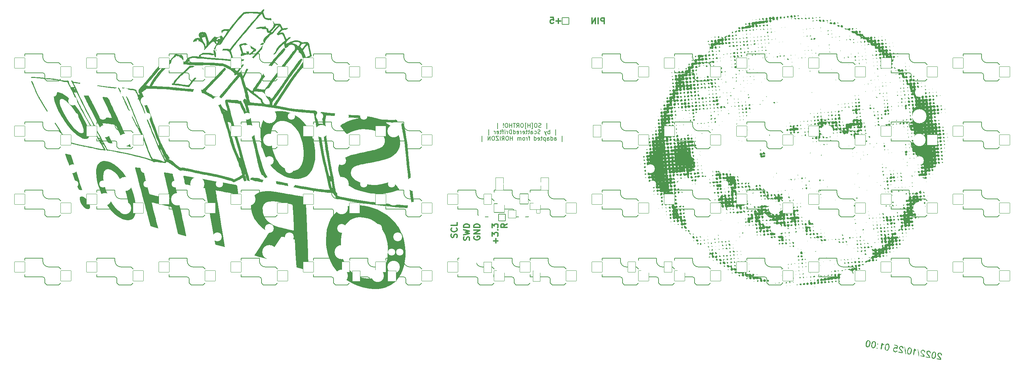
<source format=gbo>
G04 #@! TF.GenerationSoftware,KiCad,Pcbnew,(6.0.8)*
G04 #@! TF.CreationDate,2022-10-26T23:44:54+02:00*
G04 #@! TF.ProjectId,RP2040_tmp,52503230-3430-45f7-946d-702e6b696361,2.3*
G04 #@! TF.SameCoordinates,Original*
G04 #@! TF.FileFunction,Legend,Bot*
G04 #@! TF.FilePolarity,Positive*
%FSLAX46Y46*%
G04 Gerber Fmt 4.6, Leading zero omitted, Abs format (unit mm)*
G04 Created by KiCad (PCBNEW (6.0.8)) date 2022-10-26 23:44:54*
%MOMM*%
%LPD*%
G01*
G04 APERTURE LIST*
G04 Aperture macros list*
%AMRoundRect*
0 Rectangle with rounded corners*
0 $1 Rounding radius*
0 $2 $3 $4 $5 $6 $7 $8 $9 X,Y pos of 4 corners*
0 Add a 4 corners polygon primitive as box body*
4,1,4,$2,$3,$4,$5,$6,$7,$8,$9,$2,$3,0*
0 Add four circle primitives for the rounded corners*
1,1,$1+$1,$2,$3*
1,1,$1+$1,$4,$5*
1,1,$1+$1,$6,$7*
1,1,$1+$1,$8,$9*
0 Add four rect primitives between the rounded corners*
20,1,$1+$1,$2,$3,$4,$5,0*
20,1,$1+$1,$4,$5,$6,$7,0*
20,1,$1+$1,$6,$7,$8,$9,0*
20,1,$1+$1,$8,$9,$2,$3,0*%
G04 Aperture macros list end*
%ADD10C,0.300000*%
%ADD11C,0.150000*%
%ADD12C,0.800000*%
%ADD13C,4.500000*%
%ADD14C,3.100000*%
%ADD15C,1.801800*%
%ADD16C,3.529000*%
%ADD17RoundRect,0.050000X1.300000X1.300000X-1.300000X1.300000X-1.300000X-1.300000X1.300000X-1.300000X0*%
%ADD18C,2.200000*%
%ADD19RoundRect,0.050000X1.300000X1.100000X-1.300000X1.100000X-1.300000X-1.100000X1.300000X-1.100000X0*%
%ADD20RoundRect,0.050000X1.000000X1.500000X-1.000000X1.500000X-1.000000X-1.500000X1.000000X-1.500000X0*%
%ADD21RoundRect,0.050000X0.912500X1.315000X-0.912500X1.315000X-0.912500X-1.315000X0.912500X-1.315000X0*%
%ADD22RoundRect,0.050000X0.992500X1.310000X-0.992500X1.310000X-0.992500X-1.310000X0.992500X-1.310000X0*%
%ADD23RoundRect,0.050000X0.850000X-0.850000X0.850000X0.850000X-0.850000X0.850000X-0.850000X-0.850000X0*%
%ADD24O,1.800000X1.800000*%
%ADD25RoundRect,0.050000X1.027500X1.320000X-1.027500X1.320000X-1.027500X-1.320000X1.027500X-1.320000X0*%
%ADD26RoundRect,0.050000X0.982500X1.300000X-0.982500X1.300000X-0.982500X-1.300000X0.982500X-1.300000X0*%
%ADD27RoundRect,0.050000X0.707107X0.000000X0.000000X0.707107X-0.707107X0.000000X0.000000X-0.707107X0*%
%ADD28RoundRect,0.050000X1.000000X-1.000000X1.000000X1.000000X-1.000000X1.000000X-1.000000X-1.000000X0*%
%ADD29C,2.100000*%
%ADD30RoundRect,0.050000X1.000000X-1.600000X1.000000X1.600000X-1.000000X1.600000X-1.000000X-1.600000X0*%
%ADD31RoundRect,0.050000X0.947500X1.335000X-0.947500X1.335000X-0.947500X-1.335000X0.947500X-1.335000X0*%
%ADD32RoundRect,0.050000X0.942500X1.285000X-0.942500X1.285000X-0.942500X-1.285000X0.942500X-1.285000X0*%
%ADD33RoundRect,0.050000X0.463750X1.293750X-0.463750X1.293750X-0.463750X-1.293750X0.463750X-1.293750X0*%
%ADD34RoundRect,0.050000X1.285000X0.825000X-1.285000X0.825000X-1.285000X-0.825000X1.285000X-0.825000X0*%
%ADD35RoundRect,0.050000X0.962500X1.300000X-0.962500X1.300000X-0.962500X-1.300000X0.962500X-1.300000X0*%
%ADD36C,0.750000*%
%ADD37O,1.100000X2.200000*%
%ADD38O,1.100000X1.700000*%
%ADD39RoundRect,0.050000X0.982500X1.285000X-0.982500X1.285000X-0.982500X-1.285000X0.982500X-1.285000X0*%
%ADD40RoundRect,0.050000X1.027500X1.275000X-1.027500X1.275000X-1.027500X-1.275000X1.027500X-1.275000X0*%
%ADD41RoundRect,0.050000X-0.850000X0.850000X-0.850000X-0.850000X0.850000X-0.850000X0.850000X0.850000X0*%
G04 APERTURE END LIST*
D10*
X131707142Y-126835714D02*
X131778571Y-126621428D01*
X131778571Y-126264285D01*
X131707142Y-126121428D01*
X131635714Y-126050000D01*
X131492857Y-125978571D01*
X131350000Y-125978571D01*
X131207142Y-126050000D01*
X131135714Y-126121428D01*
X131064285Y-126264285D01*
X130992857Y-126550000D01*
X130921428Y-126692857D01*
X130850000Y-126764285D01*
X130707142Y-126835714D01*
X130564285Y-126835714D01*
X130421428Y-126764285D01*
X130350000Y-126692857D01*
X130278571Y-126550000D01*
X130278571Y-126192857D01*
X130350000Y-125978571D01*
X131635714Y-124478571D02*
X131707142Y-124550000D01*
X131778571Y-124764285D01*
X131778571Y-124907142D01*
X131707142Y-125121428D01*
X131564285Y-125264285D01*
X131421428Y-125335714D01*
X131135714Y-125407142D01*
X130921428Y-125407142D01*
X130635714Y-125335714D01*
X130492857Y-125264285D01*
X130350000Y-125121428D01*
X130278571Y-124907142D01*
X130278571Y-124764285D01*
X130350000Y-124550000D01*
X130421428Y-124478571D01*
X131778571Y-123121428D02*
X131778571Y-123835714D01*
X130278571Y-123835714D01*
X136050000Y-126592857D02*
X135978571Y-126735714D01*
X135978571Y-126950000D01*
X136050000Y-127164285D01*
X136192857Y-127307142D01*
X136335714Y-127378571D01*
X136621428Y-127450000D01*
X136835714Y-127450000D01*
X137121428Y-127378571D01*
X137264285Y-127307142D01*
X137407142Y-127164285D01*
X137478571Y-126950000D01*
X137478571Y-126807142D01*
X137407142Y-126592857D01*
X137335714Y-126521428D01*
X136835714Y-126521428D01*
X136835714Y-126807142D01*
X137478571Y-125878571D02*
X135978571Y-125878571D01*
X137478571Y-125021428D01*
X135978571Y-125021428D01*
X137478571Y-124307142D02*
X135978571Y-124307142D01*
X135978571Y-123950000D01*
X136050000Y-123735714D01*
X136192857Y-123592857D01*
X136335714Y-123521428D01*
X136621428Y-123450000D01*
X136835714Y-123450000D01*
X137121428Y-123521428D01*
X137264285Y-123592857D01*
X137407142Y-123735714D01*
X137478571Y-123950000D01*
X137478571Y-124307142D01*
X134817142Y-127535714D02*
X134888571Y-127321428D01*
X134888571Y-126964285D01*
X134817142Y-126821428D01*
X134745714Y-126750000D01*
X134602857Y-126678571D01*
X134460000Y-126678571D01*
X134317142Y-126750000D01*
X134245714Y-126821428D01*
X134174285Y-126964285D01*
X134102857Y-127250000D01*
X134031428Y-127392857D01*
X133960000Y-127464285D01*
X133817142Y-127535714D01*
X133674285Y-127535714D01*
X133531428Y-127464285D01*
X133460000Y-127392857D01*
X133388571Y-127250000D01*
X133388571Y-126892857D01*
X133460000Y-126678571D01*
X133388571Y-126178571D02*
X134888571Y-125821428D01*
X133817142Y-125535714D01*
X134888571Y-125250000D01*
X133388571Y-124892857D01*
X134888571Y-124321428D02*
X133388571Y-124321428D01*
X133388571Y-123964285D01*
X133460000Y-123750000D01*
X133602857Y-123607142D01*
X133745714Y-123535714D01*
X134031428Y-123464285D01*
X134245714Y-123464285D01*
X134531428Y-123535714D01*
X134674285Y-123607142D01*
X134817142Y-123750000D01*
X134888571Y-123964285D01*
X134888571Y-124321428D01*
X168455714Y-73468571D02*
X168455714Y-71968571D01*
X167884285Y-71968571D01*
X167741428Y-72040000D01*
X167670000Y-72111428D01*
X167598571Y-72254285D01*
X167598571Y-72468571D01*
X167670000Y-72611428D01*
X167741428Y-72682857D01*
X167884285Y-72754285D01*
X168455714Y-72754285D01*
X166955714Y-73468571D02*
X166955714Y-71968571D01*
X166241428Y-73468571D02*
X166241428Y-71968571D01*
X165384285Y-73468571D01*
X165384285Y-71968571D01*
X141427142Y-128227142D02*
X141427142Y-127084285D01*
X141998571Y-127655714D02*
X140855714Y-127655714D01*
X140498571Y-126512857D02*
X140498571Y-125584285D01*
X141070000Y-126084285D01*
X141070000Y-125870000D01*
X141141428Y-125727142D01*
X141212857Y-125655714D01*
X141355714Y-125584285D01*
X141712857Y-125584285D01*
X141855714Y-125655714D01*
X141927142Y-125727142D01*
X141998571Y-125870000D01*
X141998571Y-126298571D01*
X141927142Y-126441428D01*
X141855714Y-126512857D01*
X141855714Y-124941428D02*
X141927142Y-124870000D01*
X141998571Y-124941428D01*
X141927142Y-125012857D01*
X141855714Y-124941428D01*
X141998571Y-124941428D01*
X140498571Y-124370000D02*
X140498571Y-123441428D01*
X141070000Y-123941428D01*
X141070000Y-123727142D01*
X141141428Y-123584285D01*
X141212857Y-123512857D01*
X141355714Y-123441428D01*
X141712857Y-123441428D01*
X141855714Y-123512857D01*
X141927142Y-123584285D01*
X141998571Y-123727142D01*
X141998571Y-124155714D01*
X141927142Y-124298571D01*
X141855714Y-124370000D01*
X157625714Y-72767142D02*
X156482857Y-72767142D01*
X157054285Y-73338571D02*
X157054285Y-72195714D01*
X155054285Y-71838571D02*
X155768571Y-71838571D01*
X155840000Y-72552857D01*
X155768571Y-72481428D01*
X155625714Y-72410000D01*
X155268571Y-72410000D01*
X155125714Y-72481428D01*
X155054285Y-72552857D01*
X154982857Y-72695714D01*
X154982857Y-73052857D01*
X155054285Y-73195714D01*
X155125714Y-73267142D01*
X155268571Y-73338571D01*
X155625714Y-73338571D01*
X155768571Y-73267142D01*
X155840000Y-73195714D01*
D11*
X154119047Y-99645714D02*
X154119047Y-98217142D01*
X152690476Y-99264761D02*
X152547619Y-99312380D01*
X152309523Y-99312380D01*
X152214285Y-99264761D01*
X152166666Y-99217142D01*
X152119047Y-99121904D01*
X152119047Y-99026666D01*
X152166666Y-98931428D01*
X152214285Y-98883809D01*
X152309523Y-98836190D01*
X152500000Y-98788571D01*
X152595238Y-98740952D01*
X152642857Y-98693333D01*
X152690476Y-98598095D01*
X152690476Y-98502857D01*
X152642857Y-98407619D01*
X152595238Y-98360000D01*
X152500000Y-98312380D01*
X152261904Y-98312380D01*
X152119047Y-98360000D01*
X151500000Y-98312380D02*
X151309523Y-98312380D01*
X151214285Y-98360000D01*
X151119047Y-98455238D01*
X151071428Y-98645714D01*
X151071428Y-98979047D01*
X151119047Y-99169523D01*
X151214285Y-99264761D01*
X151309523Y-99312380D01*
X151500000Y-99312380D01*
X151595238Y-99264761D01*
X151690476Y-99169523D01*
X151738095Y-98979047D01*
X151738095Y-98645714D01*
X151690476Y-98455238D01*
X151595238Y-98360000D01*
X151500000Y-98312380D01*
X150357142Y-99645714D02*
X150595238Y-99645714D01*
X150595238Y-98217142D01*
X150357142Y-98217142D01*
X149976190Y-99312380D02*
X149976190Y-98312380D01*
X149976190Y-98788571D02*
X149404761Y-98788571D01*
X149404761Y-99312380D02*
X149404761Y-98312380D01*
X149023809Y-99645714D02*
X148785714Y-99645714D01*
X148785714Y-98217142D01*
X149023809Y-98217142D01*
X148071428Y-98312380D02*
X147880952Y-98312380D01*
X147785714Y-98360000D01*
X147690476Y-98455238D01*
X147642857Y-98645714D01*
X147642857Y-98979047D01*
X147690476Y-99169523D01*
X147785714Y-99264761D01*
X147880952Y-99312380D01*
X148071428Y-99312380D01*
X148166666Y-99264761D01*
X148261904Y-99169523D01*
X148309523Y-98979047D01*
X148309523Y-98645714D01*
X148261904Y-98455238D01*
X148166666Y-98360000D01*
X148071428Y-98312380D01*
X146642857Y-99312380D02*
X146976190Y-98836190D01*
X147214285Y-99312380D02*
X147214285Y-98312380D01*
X146833333Y-98312380D01*
X146738095Y-98360000D01*
X146690476Y-98407619D01*
X146642857Y-98502857D01*
X146642857Y-98645714D01*
X146690476Y-98740952D01*
X146738095Y-98788571D01*
X146833333Y-98836190D01*
X147214285Y-98836190D01*
X146357142Y-98312380D02*
X145785714Y-98312380D01*
X146071428Y-99312380D02*
X146071428Y-98312380D01*
X145452380Y-99312380D02*
X145452380Y-98312380D01*
X145452380Y-98788571D02*
X144880952Y-98788571D01*
X144880952Y-99312380D02*
X144880952Y-98312380D01*
X144214285Y-98312380D02*
X144023809Y-98312380D01*
X143928571Y-98360000D01*
X143833333Y-98455238D01*
X143785714Y-98645714D01*
X143785714Y-98979047D01*
X143833333Y-99169523D01*
X143928571Y-99264761D01*
X144023809Y-99312380D01*
X144214285Y-99312380D01*
X144309523Y-99264761D01*
X144404761Y-99169523D01*
X144452380Y-98979047D01*
X144452380Y-98645714D01*
X144404761Y-98455238D01*
X144309523Y-98360000D01*
X144214285Y-98312380D01*
X143357142Y-99217142D02*
X143309523Y-99264761D01*
X143357142Y-99312380D01*
X143404761Y-99264761D01*
X143357142Y-99217142D01*
X143357142Y-99312380D01*
X143357142Y-98931428D02*
X143404761Y-98360000D01*
X143357142Y-98312380D01*
X143309523Y-98360000D01*
X143357142Y-98931428D01*
X143357142Y-98312380D01*
X141880952Y-99645714D02*
X141880952Y-98217142D01*
X156357142Y-101255714D02*
X156357142Y-99827142D01*
X154880952Y-100922380D02*
X154880952Y-99922380D01*
X154880952Y-100303333D02*
X154785714Y-100255714D01*
X154595238Y-100255714D01*
X154500000Y-100303333D01*
X154452380Y-100350952D01*
X154404761Y-100446190D01*
X154404761Y-100731904D01*
X154452380Y-100827142D01*
X154500000Y-100874761D01*
X154595238Y-100922380D01*
X154785714Y-100922380D01*
X154880952Y-100874761D01*
X154071428Y-100255714D02*
X153833333Y-100922380D01*
X153595238Y-100255714D02*
X153833333Y-100922380D01*
X153928571Y-101160476D01*
X153976190Y-101208095D01*
X154071428Y-101255714D01*
X152500000Y-100874761D02*
X152357142Y-100922380D01*
X152119047Y-100922380D01*
X152023809Y-100874761D01*
X151976190Y-100827142D01*
X151928571Y-100731904D01*
X151928571Y-100636666D01*
X151976190Y-100541428D01*
X152023809Y-100493809D01*
X152119047Y-100446190D01*
X152309523Y-100398571D01*
X152404761Y-100350952D01*
X152452380Y-100303333D01*
X152500000Y-100208095D01*
X152500000Y-100112857D01*
X152452380Y-100017619D01*
X152404761Y-99970000D01*
X152309523Y-99922380D01*
X152071428Y-99922380D01*
X151928571Y-99970000D01*
X151071428Y-100874761D02*
X151166666Y-100922380D01*
X151357142Y-100922380D01*
X151452380Y-100874761D01*
X151500000Y-100827142D01*
X151547619Y-100731904D01*
X151547619Y-100446190D01*
X151500000Y-100350952D01*
X151452380Y-100303333D01*
X151357142Y-100255714D01*
X151166666Y-100255714D01*
X151071428Y-100303333D01*
X150214285Y-100922380D02*
X150214285Y-100398571D01*
X150261904Y-100303333D01*
X150357142Y-100255714D01*
X150547619Y-100255714D01*
X150642857Y-100303333D01*
X150214285Y-100874761D02*
X150309523Y-100922380D01*
X150547619Y-100922380D01*
X150642857Y-100874761D01*
X150690476Y-100779523D01*
X150690476Y-100684285D01*
X150642857Y-100589047D01*
X150547619Y-100541428D01*
X150309523Y-100541428D01*
X150214285Y-100493809D01*
X149880952Y-100255714D02*
X149500000Y-100255714D01*
X149738095Y-99922380D02*
X149738095Y-100779523D01*
X149690476Y-100874761D01*
X149595238Y-100922380D01*
X149500000Y-100922380D01*
X149309523Y-100255714D02*
X148928571Y-100255714D01*
X149166666Y-99922380D02*
X149166666Y-100779523D01*
X149119047Y-100874761D01*
X149023809Y-100922380D01*
X148928571Y-100922380D01*
X148214285Y-100874761D02*
X148309523Y-100922380D01*
X148500000Y-100922380D01*
X148595238Y-100874761D01*
X148642857Y-100779523D01*
X148642857Y-100398571D01*
X148595238Y-100303333D01*
X148500000Y-100255714D01*
X148309523Y-100255714D01*
X148214285Y-100303333D01*
X148166666Y-100398571D01*
X148166666Y-100493809D01*
X148642857Y-100589047D01*
X147738095Y-100922380D02*
X147738095Y-100255714D01*
X147738095Y-100446190D02*
X147690476Y-100350952D01*
X147642857Y-100303333D01*
X147547619Y-100255714D01*
X147452380Y-100255714D01*
X146738095Y-100874761D02*
X146833333Y-100922380D01*
X147023809Y-100922380D01*
X147119047Y-100874761D01*
X147166666Y-100779523D01*
X147166666Y-100398571D01*
X147119047Y-100303333D01*
X147023809Y-100255714D01*
X146833333Y-100255714D01*
X146738095Y-100303333D01*
X146690476Y-100398571D01*
X146690476Y-100493809D01*
X147166666Y-100589047D01*
X145833333Y-100922380D02*
X145833333Y-99922380D01*
X145833333Y-100874761D02*
X145928571Y-100922380D01*
X146119047Y-100922380D01*
X146214285Y-100874761D01*
X146261904Y-100827142D01*
X146309523Y-100731904D01*
X146309523Y-100446190D01*
X146261904Y-100350952D01*
X146214285Y-100303333D01*
X146119047Y-100255714D01*
X145928571Y-100255714D01*
X145833333Y-100303333D01*
X145357142Y-100922380D02*
X145357142Y-99922380D01*
X145119047Y-99922380D01*
X144976190Y-99970000D01*
X144880952Y-100065238D01*
X144833333Y-100160476D01*
X144785714Y-100350952D01*
X144785714Y-100493809D01*
X144833333Y-100684285D01*
X144880952Y-100779523D01*
X144976190Y-100874761D01*
X145119047Y-100922380D01*
X145357142Y-100922380D01*
X144357142Y-100922380D02*
X144357142Y-100255714D01*
X144357142Y-100446190D02*
X144309523Y-100350952D01*
X144261904Y-100303333D01*
X144166666Y-100255714D01*
X144071428Y-100255714D01*
X143738095Y-100922380D02*
X143738095Y-100255714D01*
X143738095Y-99922380D02*
X143785714Y-99970000D01*
X143738095Y-100017619D01*
X143690476Y-99970000D01*
X143738095Y-99922380D01*
X143738095Y-100017619D01*
X143404761Y-100255714D02*
X143023809Y-100255714D01*
X143261904Y-100922380D02*
X143261904Y-100065238D01*
X143214285Y-99970000D01*
X143119047Y-99922380D01*
X143023809Y-99922380D01*
X142833333Y-100255714D02*
X142452380Y-100255714D01*
X142690476Y-99922380D02*
X142690476Y-100779523D01*
X142642857Y-100874761D01*
X142547619Y-100922380D01*
X142452380Y-100922380D01*
X141738095Y-100874761D02*
X141833333Y-100922380D01*
X142023809Y-100922380D01*
X142119047Y-100874761D01*
X142166666Y-100779523D01*
X142166666Y-100398571D01*
X142119047Y-100303333D01*
X142023809Y-100255714D01*
X141833333Y-100255714D01*
X141738095Y-100303333D01*
X141690476Y-100398571D01*
X141690476Y-100493809D01*
X142166666Y-100589047D01*
X141261904Y-100922380D02*
X141261904Y-100255714D01*
X141261904Y-100446190D02*
X141214285Y-100350952D01*
X141166666Y-100303333D01*
X141071428Y-100255714D01*
X140976190Y-100255714D01*
X139642857Y-101255714D02*
X139642857Y-99827142D01*
X158000000Y-102865714D02*
X158000000Y-101437142D01*
X156095238Y-102532380D02*
X156095238Y-102008571D01*
X156142857Y-101913333D01*
X156238095Y-101865714D01*
X156428571Y-101865714D01*
X156523809Y-101913333D01*
X156095238Y-102484761D02*
X156190476Y-102532380D01*
X156428571Y-102532380D01*
X156523809Y-102484761D01*
X156571428Y-102389523D01*
X156571428Y-102294285D01*
X156523809Y-102199047D01*
X156428571Y-102151428D01*
X156190476Y-102151428D01*
X156095238Y-102103809D01*
X155190476Y-102532380D02*
X155190476Y-101532380D01*
X155190476Y-102484761D02*
X155285714Y-102532380D01*
X155476190Y-102532380D01*
X155571428Y-102484761D01*
X155619047Y-102437142D01*
X155666666Y-102341904D01*
X155666666Y-102056190D01*
X155619047Y-101960952D01*
X155571428Y-101913333D01*
X155476190Y-101865714D01*
X155285714Y-101865714D01*
X155190476Y-101913333D01*
X154285714Y-102532380D02*
X154285714Y-102008571D01*
X154333333Y-101913333D01*
X154428571Y-101865714D01*
X154619047Y-101865714D01*
X154714285Y-101913333D01*
X154285714Y-102484761D02*
X154380952Y-102532380D01*
X154619047Y-102532380D01*
X154714285Y-102484761D01*
X154761904Y-102389523D01*
X154761904Y-102294285D01*
X154714285Y-102199047D01*
X154619047Y-102151428D01*
X154380952Y-102151428D01*
X154285714Y-102103809D01*
X153809523Y-101865714D02*
X153809523Y-102865714D01*
X153809523Y-101913333D02*
X153714285Y-101865714D01*
X153523809Y-101865714D01*
X153428571Y-101913333D01*
X153380952Y-101960952D01*
X153333333Y-102056190D01*
X153333333Y-102341904D01*
X153380952Y-102437142D01*
X153428571Y-102484761D01*
X153523809Y-102532380D01*
X153714285Y-102532380D01*
X153809523Y-102484761D01*
X153047619Y-101865714D02*
X152666666Y-101865714D01*
X152904761Y-101532380D02*
X152904761Y-102389523D01*
X152857142Y-102484761D01*
X152761904Y-102532380D01*
X152666666Y-102532380D01*
X151952380Y-102484761D02*
X152047619Y-102532380D01*
X152238095Y-102532380D01*
X152333333Y-102484761D01*
X152380952Y-102389523D01*
X152380952Y-102008571D01*
X152333333Y-101913333D01*
X152238095Y-101865714D01*
X152047619Y-101865714D01*
X151952380Y-101913333D01*
X151904761Y-102008571D01*
X151904761Y-102103809D01*
X152380952Y-102199047D01*
X151047619Y-102532380D02*
X151047619Y-101532380D01*
X151047619Y-102484761D02*
X151142857Y-102532380D01*
X151333333Y-102532380D01*
X151428571Y-102484761D01*
X151476190Y-102437142D01*
X151523809Y-102341904D01*
X151523809Y-102056190D01*
X151476190Y-101960952D01*
X151428571Y-101913333D01*
X151333333Y-101865714D01*
X151142857Y-101865714D01*
X151047619Y-101913333D01*
X149952380Y-101865714D02*
X149571428Y-101865714D01*
X149809523Y-102532380D02*
X149809523Y-101675238D01*
X149761904Y-101580000D01*
X149666666Y-101532380D01*
X149571428Y-101532380D01*
X149238095Y-102532380D02*
X149238095Y-101865714D01*
X149238095Y-102056190D02*
X149190476Y-101960952D01*
X149142857Y-101913333D01*
X149047619Y-101865714D01*
X148952380Y-101865714D01*
X148476190Y-102532380D02*
X148571428Y-102484761D01*
X148619047Y-102437142D01*
X148666666Y-102341904D01*
X148666666Y-102056190D01*
X148619047Y-101960952D01*
X148571428Y-101913333D01*
X148476190Y-101865714D01*
X148333333Y-101865714D01*
X148238095Y-101913333D01*
X148190476Y-101960952D01*
X148142857Y-102056190D01*
X148142857Y-102341904D01*
X148190476Y-102437142D01*
X148238095Y-102484761D01*
X148333333Y-102532380D01*
X148476190Y-102532380D01*
X147714285Y-102532380D02*
X147714285Y-101865714D01*
X147714285Y-101960952D02*
X147666666Y-101913333D01*
X147571428Y-101865714D01*
X147428571Y-101865714D01*
X147333333Y-101913333D01*
X147285714Y-102008571D01*
X147285714Y-102532380D01*
X147285714Y-102008571D02*
X147238095Y-101913333D01*
X147142857Y-101865714D01*
X147000000Y-101865714D01*
X146904761Y-101913333D01*
X146857142Y-102008571D01*
X146857142Y-102532380D01*
X145619047Y-102532380D02*
X145619047Y-101532380D01*
X145619047Y-102008571D02*
X145047619Y-102008571D01*
X145047619Y-102532380D02*
X145047619Y-101532380D01*
X144380952Y-101532380D02*
X144190476Y-101532380D01*
X144095238Y-101580000D01*
X144000000Y-101675238D01*
X143952380Y-101865714D01*
X143952380Y-102199047D01*
X144000000Y-102389523D01*
X144095238Y-102484761D01*
X144190476Y-102532380D01*
X144380952Y-102532380D01*
X144476190Y-102484761D01*
X144571428Y-102389523D01*
X144619047Y-102199047D01*
X144619047Y-101865714D01*
X144571428Y-101675238D01*
X144476190Y-101580000D01*
X144380952Y-101532380D01*
X142952380Y-102532380D02*
X143285714Y-102056190D01*
X143523809Y-102532380D02*
X143523809Y-101532380D01*
X143142857Y-101532380D01*
X143047619Y-101580000D01*
X143000000Y-101627619D01*
X142952380Y-101722857D01*
X142952380Y-101865714D01*
X143000000Y-101960952D01*
X143047619Y-102008571D01*
X143142857Y-102056190D01*
X143523809Y-102056190D01*
X142523809Y-102532380D02*
X142523809Y-101532380D01*
X142142857Y-101532380D02*
X141476190Y-101532380D01*
X142142857Y-102532380D01*
X141476190Y-102532380D01*
X140904761Y-101532380D02*
X140714285Y-101532380D01*
X140619047Y-101580000D01*
X140523809Y-101675238D01*
X140476190Y-101865714D01*
X140476190Y-102199047D01*
X140523809Y-102389523D01*
X140619047Y-102484761D01*
X140714285Y-102532380D01*
X140904761Y-102532380D01*
X141000000Y-102484761D01*
X141095238Y-102389523D01*
X141142857Y-102199047D01*
X141142857Y-101865714D01*
X141095238Y-101675238D01*
X141000000Y-101580000D01*
X140904761Y-101532380D01*
X140047619Y-102532380D02*
X140047619Y-101532380D01*
X139476190Y-102532380D01*
X139476190Y-101532380D01*
X138000000Y-102865714D02*
X138000000Y-101437142D01*
D10*
X144238571Y-123425714D02*
X143524285Y-123925714D01*
X144238571Y-124282857D02*
X142738571Y-124282857D01*
X142738571Y-123711428D01*
X142810000Y-123568571D01*
X142881428Y-123497142D01*
X143024285Y-123425714D01*
X143238571Y-123425714D01*
X143381428Y-123497142D01*
X143452857Y-123568571D01*
X143524285Y-123711428D01*
X143524285Y-124282857D01*
D11*
X47000000Y-137200000D02*
X47000000Y-138200000D01*
X50500000Y-134200000D02*
X48000000Y-134200000D01*
X42000000Y-132000000D02*
X42000000Y-132500000D01*
X42000000Y-136100000D02*
X42000000Y-136700000D01*
X42000000Y-136700000D02*
X46500000Y-136700000D01*
X50500000Y-138700000D02*
X47500000Y-138700000D01*
X51000000Y-134700000D02*
X50500000Y-134200000D01*
X46500000Y-132700000D02*
X46500000Y-132000000D01*
X47500000Y-138700000D02*
X47000000Y-138200000D01*
X46500000Y-132000000D02*
X42000000Y-132000000D01*
X51000000Y-138200000D02*
X50500000Y-138700000D01*
X47000000Y-137200000D02*
G75*
G03*
X46500000Y-136700000I-500000J0D01*
G01*
X46500000Y-132700000D02*
G75*
G03*
X48000000Y-134200000I1500000J0D01*
G01*
X132000000Y-136700000D02*
X136500000Y-136700000D01*
X141000000Y-138200000D02*
X140500000Y-138700000D01*
X136500000Y-132700000D02*
X136500000Y-132000000D01*
X137500000Y-138700000D02*
X137000000Y-138200000D01*
X140500000Y-138700000D02*
X137500000Y-138700000D01*
X132000000Y-136100000D02*
X132000000Y-136700000D01*
X132000000Y-132000000D02*
X132000000Y-132500000D01*
X140500000Y-134200000D02*
X138000000Y-134200000D01*
X137000000Y-137200000D02*
X137000000Y-138200000D01*
X136500000Y-132000000D02*
X132000000Y-132000000D01*
X141000000Y-134700000D02*
X140500000Y-134200000D01*
X136500000Y-132700000D02*
G75*
G03*
X138000000Y-134200000I1500000J0D01*
G01*
X137000000Y-137200000D02*
G75*
G03*
X136500000Y-136700000I-500000J0D01*
G01*
X204000000Y-102100000D02*
X204000000Y-102700000D01*
X208500000Y-98000000D02*
X204000000Y-98000000D01*
X209000000Y-103200000D02*
X209000000Y-104200000D01*
X212500000Y-100200000D02*
X210000000Y-100200000D01*
X213000000Y-104200000D02*
X212500000Y-104700000D01*
X213000000Y-100700000D02*
X212500000Y-100200000D01*
X204000000Y-98000000D02*
X204000000Y-98500000D01*
X212500000Y-104700000D02*
X209500000Y-104700000D01*
X204000000Y-102700000D02*
X208500000Y-102700000D01*
X208500000Y-98700000D02*
X208500000Y-98000000D01*
X209500000Y-104700000D02*
X209000000Y-104200000D01*
X209000000Y-103200000D02*
G75*
G03*
X208500000Y-102700000I-500000J0D01*
G01*
X208500000Y-98700000D02*
G75*
G03*
X210000000Y-100200000I1500000J0D01*
G01*
X114000000Y-132000000D02*
X114000000Y-132500000D01*
X118500000Y-132700000D02*
X118500000Y-132000000D01*
X122500000Y-138700000D02*
X119500000Y-138700000D01*
X123000000Y-134700000D02*
X122500000Y-134200000D01*
X114000000Y-136100000D02*
X114000000Y-136700000D01*
X123000000Y-138200000D02*
X122500000Y-138700000D01*
X119000000Y-137200000D02*
X119000000Y-138200000D01*
X118500000Y-132000000D02*
X114000000Y-132000000D01*
X122500000Y-134200000D02*
X120000000Y-134200000D01*
X114000000Y-136700000D02*
X118500000Y-136700000D01*
X119500000Y-138700000D02*
X119000000Y-138200000D01*
X119000000Y-137200000D02*
G75*
G03*
X118500000Y-136700000I-500000J0D01*
G01*
X118500000Y-132700000D02*
G75*
G03*
X120000000Y-134200000I1500000J0D01*
G01*
X140500000Y-117200000D02*
X138000000Y-117200000D01*
X132000000Y-119100000D02*
X132000000Y-119700000D01*
X136500000Y-115000000D02*
X132000000Y-115000000D01*
X132000000Y-119700000D02*
X136500000Y-119700000D01*
X136500000Y-115700000D02*
X136500000Y-115000000D01*
X141000000Y-121200000D02*
X140500000Y-121700000D01*
X137000000Y-120200000D02*
X137000000Y-121200000D01*
X132000000Y-115000000D02*
X132000000Y-115500000D01*
X140500000Y-121700000D02*
X137500000Y-121700000D01*
X137500000Y-121700000D02*
X137000000Y-121200000D01*
X141000000Y-117700000D02*
X140500000Y-117200000D01*
X137000000Y-120200000D02*
G75*
G03*
X136500000Y-119700000I-500000J0D01*
G01*
X136500000Y-115700000D02*
G75*
G03*
X138000000Y-117200000I1500000J0D01*
G01*
X173500000Y-121700000D02*
X173000000Y-121200000D01*
X177000000Y-117700000D02*
X176500000Y-117200000D01*
X177000000Y-121200000D02*
X176500000Y-121700000D01*
X172500000Y-115000000D02*
X168000000Y-115000000D01*
X176500000Y-121700000D02*
X173500000Y-121700000D01*
X168000000Y-119100000D02*
X168000000Y-119700000D01*
X176500000Y-117200000D02*
X174000000Y-117200000D01*
X168000000Y-119700000D02*
X172500000Y-119700000D01*
X173000000Y-120200000D02*
X173000000Y-121200000D01*
X168000000Y-115000000D02*
X168000000Y-115500000D01*
X172500000Y-115700000D02*
X172500000Y-115000000D01*
X172500000Y-115700000D02*
G75*
G03*
X174000000Y-117200000I1500000J0D01*
G01*
X173000000Y-120200000D02*
G75*
G03*
X172500000Y-119700000I-500000J0D01*
G01*
X64500000Y-98000000D02*
X60000000Y-98000000D01*
X68500000Y-100200000D02*
X66000000Y-100200000D01*
X60000000Y-98000000D02*
X60000000Y-98500000D01*
X65500000Y-104700000D02*
X65000000Y-104200000D01*
X60000000Y-102700000D02*
X64500000Y-102700000D01*
X69000000Y-100700000D02*
X68500000Y-100200000D01*
X60000000Y-102100000D02*
X60000000Y-102700000D01*
X69000000Y-104200000D02*
X68500000Y-104700000D01*
X68500000Y-104700000D02*
X65500000Y-104700000D01*
X65000000Y-103200000D02*
X65000000Y-104200000D01*
X64500000Y-98700000D02*
X64500000Y-98000000D01*
X64500000Y-98700000D02*
G75*
G03*
X66000000Y-100200000I1500000J0D01*
G01*
X65000000Y-103200000D02*
G75*
G03*
X64500000Y-102700000I-500000J0D01*
G01*
X68500000Y-117200000D02*
X66000000Y-117200000D01*
X65500000Y-121700000D02*
X65000000Y-121200000D01*
X64500000Y-115000000D02*
X60000000Y-115000000D01*
X65000000Y-120200000D02*
X65000000Y-121200000D01*
X60000000Y-119700000D02*
X64500000Y-119700000D01*
X60000000Y-119100000D02*
X60000000Y-119700000D01*
X69000000Y-121200000D02*
X68500000Y-121700000D01*
X64500000Y-115700000D02*
X64500000Y-115000000D01*
X60000000Y-115000000D02*
X60000000Y-115500000D01*
X69000000Y-117700000D02*
X68500000Y-117200000D01*
X68500000Y-121700000D02*
X65500000Y-121700000D01*
X64500000Y-115700000D02*
G75*
G03*
X66000000Y-117200000I1500000J0D01*
G01*
X65000000Y-120200000D02*
G75*
G03*
X64500000Y-119700000I-500000J0D01*
G01*
X213000000Y-121200000D02*
X212500000Y-121700000D01*
X204000000Y-119700000D02*
X208500000Y-119700000D01*
X209000000Y-120200000D02*
X209000000Y-121200000D01*
X204000000Y-119100000D02*
X204000000Y-119700000D01*
X212500000Y-117200000D02*
X210000000Y-117200000D01*
X213000000Y-117700000D02*
X212500000Y-117200000D01*
X204000000Y-115000000D02*
X204000000Y-115500000D01*
X208500000Y-115000000D02*
X204000000Y-115000000D01*
X208500000Y-115700000D02*
X208500000Y-115000000D01*
X209500000Y-121700000D02*
X209000000Y-121200000D01*
X212500000Y-121700000D02*
X209500000Y-121700000D01*
X209000000Y-120200000D02*
G75*
G03*
X208500000Y-119700000I-500000J0D01*
G01*
X208500000Y-115700000D02*
G75*
G03*
X210000000Y-117200000I1500000J0D01*
G01*
X114000000Y-85100000D02*
X114000000Y-85700000D01*
X118500000Y-81700000D02*
X118500000Y-81000000D01*
X123000000Y-87200000D02*
X122500000Y-87700000D01*
X114000000Y-81000000D02*
X114000000Y-81500000D01*
X123000000Y-83700000D02*
X122500000Y-83200000D01*
X119000000Y-86200000D02*
X119000000Y-87200000D01*
X114000000Y-85700000D02*
X118500000Y-85700000D01*
X122500000Y-87700000D02*
X119500000Y-87700000D01*
X119500000Y-87700000D02*
X119000000Y-87200000D01*
X118500000Y-81000000D02*
X114000000Y-81000000D01*
X122500000Y-83200000D02*
X120000000Y-83200000D01*
X119000000Y-86200000D02*
G75*
G03*
X118500000Y-85700000I-500000J0D01*
G01*
X118500000Y-81700000D02*
G75*
G03*
X120000000Y-83200000I1500000J0D01*
G01*
X173500000Y-104700000D02*
X173000000Y-104200000D01*
X176500000Y-100200000D02*
X174000000Y-100200000D01*
X173000000Y-103200000D02*
X173000000Y-104200000D01*
X177000000Y-104200000D02*
X176500000Y-104700000D01*
X168000000Y-102700000D02*
X172500000Y-102700000D01*
X168000000Y-98000000D02*
X168000000Y-98500000D01*
X176500000Y-104700000D02*
X173500000Y-104700000D01*
X172500000Y-98000000D02*
X168000000Y-98000000D01*
X177000000Y-100700000D02*
X176500000Y-100200000D01*
X172500000Y-98700000D02*
X172500000Y-98000000D01*
X168000000Y-102100000D02*
X168000000Y-102700000D01*
X172500000Y-98700000D02*
G75*
G03*
X174000000Y-100200000I1500000J0D01*
G01*
X173000000Y-103200000D02*
G75*
G03*
X172500000Y-102700000I-500000J0D01*
G01*
X123000000Y-104200000D02*
X122500000Y-104700000D01*
X114000000Y-102700000D02*
X118500000Y-102700000D01*
X122500000Y-104700000D02*
X119500000Y-104700000D01*
X114000000Y-102100000D02*
X114000000Y-102700000D01*
X118500000Y-98000000D02*
X114000000Y-98000000D01*
X123000000Y-100700000D02*
X122500000Y-100200000D01*
X119000000Y-103200000D02*
X119000000Y-104200000D01*
X114000000Y-98000000D02*
X114000000Y-98500000D01*
X119500000Y-104700000D02*
X119000000Y-104200000D01*
X118500000Y-98700000D02*
X118500000Y-98000000D01*
X122500000Y-100200000D02*
X120000000Y-100200000D01*
X119000000Y-103200000D02*
G75*
G03*
X118500000Y-102700000I-500000J0D01*
G01*
X118500000Y-98700000D02*
G75*
G03*
X120000000Y-100200000I1500000J0D01*
G01*
X149990000Y-138200000D02*
X149490000Y-138700000D01*
X149990000Y-134700000D02*
X149490000Y-134200000D01*
X145990000Y-137200000D02*
X145990000Y-138200000D01*
X145490000Y-132000000D02*
X140990000Y-132000000D01*
X149490000Y-134200000D02*
X146990000Y-134200000D01*
X140990000Y-136700000D02*
X145490000Y-136700000D01*
X149490000Y-138700000D02*
X146490000Y-138700000D01*
X140990000Y-136100000D02*
X140990000Y-136700000D01*
X145490000Y-132700000D02*
X145490000Y-132000000D01*
X146490000Y-138700000D02*
X145990000Y-138200000D01*
X140990000Y-132000000D02*
X140990000Y-132500000D01*
X145490000Y-132700000D02*
G75*
G03*
X146990000Y-134200000I1500000J0D01*
G01*
X145990000Y-137200000D02*
G75*
G03*
X145490000Y-136700000I-500000J0D01*
G01*
X47500000Y-87700000D02*
X47000000Y-87200000D01*
X51000000Y-83700000D02*
X50500000Y-83200000D01*
X50500000Y-83200000D02*
X48000000Y-83200000D01*
X42000000Y-85100000D02*
X42000000Y-85700000D01*
X46500000Y-81700000D02*
X46500000Y-81000000D01*
X46500000Y-81000000D02*
X42000000Y-81000000D01*
X50500000Y-87700000D02*
X47500000Y-87700000D01*
X47000000Y-86200000D02*
X47000000Y-87200000D01*
X42000000Y-81000000D02*
X42000000Y-81500000D01*
X42000000Y-85700000D02*
X46500000Y-85700000D01*
X51000000Y-87200000D02*
X50500000Y-87700000D01*
X46500000Y-81700000D02*
G75*
G03*
X48000000Y-83200000I1500000J0D01*
G01*
X47000000Y-86200000D02*
G75*
G03*
X46500000Y-85700000I-500000J0D01*
G01*
X263500000Y-138700000D02*
X263000000Y-138200000D01*
X258000000Y-136100000D02*
X258000000Y-136700000D01*
X266500000Y-138700000D02*
X263500000Y-138700000D01*
X267000000Y-134700000D02*
X266500000Y-134200000D01*
X258000000Y-132000000D02*
X258000000Y-132500000D01*
X263000000Y-137200000D02*
X263000000Y-138200000D01*
X258000000Y-136700000D02*
X262500000Y-136700000D01*
X266500000Y-134200000D02*
X264000000Y-134200000D01*
X267000000Y-138200000D02*
X266500000Y-138700000D01*
X262500000Y-132000000D02*
X258000000Y-132000000D01*
X262500000Y-132700000D02*
X262500000Y-132000000D01*
X262500000Y-132700000D02*
G75*
G03*
X264000000Y-134200000I1500000J0D01*
G01*
X263000000Y-137200000D02*
G75*
G03*
X262500000Y-136700000I-500000J0D01*
G01*
X249000000Y-134700000D02*
X248500000Y-134200000D01*
X240000000Y-132000000D02*
X240000000Y-132500000D01*
X245500000Y-138700000D02*
X245000000Y-138200000D01*
X249000000Y-138200000D02*
X248500000Y-138700000D01*
X244500000Y-132000000D02*
X240000000Y-132000000D01*
X244500000Y-132700000D02*
X244500000Y-132000000D01*
X240000000Y-136700000D02*
X244500000Y-136700000D01*
X240000000Y-136100000D02*
X240000000Y-136700000D01*
X248500000Y-134200000D02*
X246000000Y-134200000D01*
X248500000Y-138700000D02*
X245500000Y-138700000D01*
X245000000Y-137200000D02*
X245000000Y-138200000D01*
X245000000Y-137200000D02*
G75*
G03*
X244500000Y-136700000I-500000J0D01*
G01*
X244500000Y-132700000D02*
G75*
G03*
X246000000Y-134200000I1500000J0D01*
G01*
X110010000Y-137200000D02*
X110010000Y-138200000D01*
X109510000Y-132700000D02*
X109510000Y-132000000D01*
X114010000Y-134700000D02*
X113510000Y-134200000D01*
X110510000Y-138700000D02*
X110010000Y-138200000D01*
X113510000Y-134200000D02*
X111010000Y-134200000D01*
X114010000Y-138200000D02*
X113510000Y-138700000D01*
X113510000Y-138700000D02*
X110510000Y-138700000D01*
X105010000Y-136700000D02*
X109510000Y-136700000D01*
X105010000Y-136100000D02*
X105010000Y-136700000D01*
X109510000Y-132000000D02*
X105010000Y-132000000D01*
X105010000Y-132000000D02*
X105010000Y-132500000D01*
X109510000Y-132700000D02*
G75*
G03*
X111010000Y-134200000I1500000J0D01*
G01*
X110010000Y-137200000D02*
G75*
G03*
X109510000Y-136700000I-500000J0D01*
G01*
X249000000Y-121200000D02*
X248500000Y-121700000D01*
X240000000Y-119700000D02*
X244500000Y-119700000D01*
X245500000Y-121700000D02*
X245000000Y-121200000D01*
X249000000Y-117700000D02*
X248500000Y-117200000D01*
X244500000Y-115700000D02*
X244500000Y-115000000D01*
X240000000Y-119100000D02*
X240000000Y-119700000D01*
X244500000Y-115000000D02*
X240000000Y-115000000D01*
X248500000Y-121700000D02*
X245500000Y-121700000D01*
X240000000Y-115000000D02*
X240000000Y-115500000D01*
X245000000Y-120200000D02*
X245000000Y-121200000D01*
X248500000Y-117200000D02*
X246000000Y-117200000D01*
X245000000Y-120200000D02*
G75*
G03*
X244500000Y-119700000I-500000J0D01*
G01*
X244500000Y-115700000D02*
G75*
G03*
X246000000Y-117200000I1500000J0D01*
G01*
X78000000Y-132000000D02*
X78000000Y-132500000D01*
X78000000Y-136700000D02*
X82500000Y-136700000D01*
X82500000Y-132000000D02*
X78000000Y-132000000D01*
X87000000Y-134700000D02*
X86500000Y-134200000D01*
X83000000Y-137200000D02*
X83000000Y-138200000D01*
X86500000Y-134200000D02*
X84000000Y-134200000D01*
X83500000Y-138700000D02*
X83000000Y-138200000D01*
X78000000Y-136100000D02*
X78000000Y-136700000D01*
X87000000Y-138200000D02*
X86500000Y-138700000D01*
X86500000Y-138700000D02*
X83500000Y-138700000D01*
X82500000Y-132700000D02*
X82500000Y-132000000D01*
X83000000Y-137200000D02*
G75*
G03*
X82500000Y-136700000I-500000J0D01*
G01*
X82500000Y-132700000D02*
G75*
G03*
X84000000Y-134200000I1500000J0D01*
G01*
X173000000Y-137200000D02*
X173000000Y-138200000D01*
X172500000Y-132700000D02*
X172500000Y-132000000D01*
X177000000Y-138200000D02*
X176500000Y-138700000D01*
X168000000Y-132000000D02*
X168000000Y-132500000D01*
X177000000Y-134700000D02*
X176500000Y-134200000D01*
X172500000Y-132000000D02*
X168000000Y-132000000D01*
X173500000Y-138700000D02*
X173000000Y-138200000D01*
X176500000Y-138700000D02*
X173500000Y-138700000D01*
X168000000Y-136700000D02*
X172500000Y-136700000D01*
X176500000Y-134200000D02*
X174000000Y-134200000D01*
X168000000Y-136100000D02*
X168000000Y-136700000D01*
X173000000Y-137200000D02*
G75*
G03*
X172500000Y-136700000I-500000J0D01*
G01*
X172500000Y-132700000D02*
G75*
G03*
X174000000Y-134200000I1500000J0D01*
G01*
X32500000Y-87700000D02*
X29500000Y-87700000D01*
X24000000Y-85700000D02*
X28500000Y-85700000D01*
X24000000Y-85100000D02*
X24000000Y-85700000D01*
X29500000Y-87700000D02*
X29000000Y-87200000D01*
X33000000Y-83700000D02*
X32500000Y-83200000D01*
X32500000Y-83200000D02*
X30000000Y-83200000D01*
X24000000Y-81000000D02*
X24000000Y-81500000D01*
X29000000Y-86200000D02*
X29000000Y-87200000D01*
X28500000Y-81000000D02*
X24000000Y-81000000D01*
X33000000Y-87200000D02*
X32500000Y-87700000D01*
X28500000Y-81700000D02*
X28500000Y-81000000D01*
X29000000Y-86200000D02*
G75*
G03*
X28500000Y-85700000I-500000J0D01*
G01*
X28500000Y-81700000D02*
G75*
G03*
X30000000Y-83200000I1500000J0D01*
G01*
X172500000Y-81700000D02*
X172500000Y-81000000D01*
X173000000Y-86200000D02*
X173000000Y-87200000D01*
X176500000Y-83200000D02*
X174000000Y-83200000D01*
X172500000Y-81000000D02*
X168000000Y-81000000D01*
X177000000Y-83700000D02*
X176500000Y-83200000D01*
X176500000Y-87700000D02*
X173500000Y-87700000D01*
X168000000Y-85700000D02*
X172500000Y-85700000D01*
X168000000Y-85100000D02*
X168000000Y-85700000D01*
X173500000Y-87700000D02*
X173000000Y-87200000D01*
X168000000Y-81000000D02*
X168000000Y-81500000D01*
X177000000Y-87200000D02*
X176500000Y-87700000D01*
X173000000Y-86200000D02*
G75*
G03*
X172500000Y-85700000I-500000J0D01*
G01*
X172500000Y-81700000D02*
G75*
G03*
X174000000Y-83200000I1500000J0D01*
G01*
X222000000Y-85700000D02*
X226500000Y-85700000D01*
X227000000Y-86200000D02*
X227000000Y-87200000D01*
X226500000Y-81700000D02*
X226500000Y-81000000D01*
X231000000Y-87200000D02*
X230500000Y-87700000D01*
X222000000Y-81000000D02*
X222000000Y-81500000D01*
X226500000Y-81000000D02*
X222000000Y-81000000D01*
X231000000Y-83700000D02*
X230500000Y-83200000D01*
X222000000Y-85100000D02*
X222000000Y-85700000D01*
X230500000Y-87700000D02*
X227500000Y-87700000D01*
X227500000Y-87700000D02*
X227000000Y-87200000D01*
X230500000Y-83200000D02*
X228000000Y-83200000D01*
X227000000Y-86200000D02*
G75*
G03*
X226500000Y-85700000I-500000J0D01*
G01*
X226500000Y-81700000D02*
G75*
G03*
X228000000Y-83200000I1500000J0D01*
G01*
X24000000Y-132000000D02*
X24000000Y-132500000D01*
X29500000Y-138700000D02*
X29000000Y-138200000D01*
X32500000Y-138700000D02*
X29500000Y-138700000D01*
X29000000Y-137200000D02*
X29000000Y-138200000D01*
X24000000Y-136100000D02*
X24000000Y-136700000D01*
X28500000Y-132700000D02*
X28500000Y-132000000D01*
X32500000Y-134200000D02*
X30000000Y-134200000D01*
X28500000Y-132000000D02*
X24000000Y-132000000D01*
X33000000Y-138200000D02*
X32500000Y-138700000D01*
X33000000Y-134700000D02*
X32500000Y-134200000D01*
X24000000Y-136700000D02*
X28500000Y-136700000D01*
X28500000Y-132700000D02*
G75*
G03*
X30000000Y-134200000I1500000J0D01*
G01*
X29000000Y-137200000D02*
G75*
G03*
X28500000Y-136700000I-500000J0D01*
G01*
X190500000Y-81700000D02*
X190500000Y-81000000D01*
X186000000Y-81000000D02*
X186000000Y-81500000D01*
X191000000Y-86200000D02*
X191000000Y-87200000D01*
X194500000Y-83200000D02*
X192000000Y-83200000D01*
X195000000Y-83700000D02*
X194500000Y-83200000D01*
X186000000Y-85100000D02*
X186000000Y-85700000D01*
X195000000Y-87200000D02*
X194500000Y-87700000D01*
X190500000Y-81000000D02*
X186000000Y-81000000D01*
X186000000Y-85700000D02*
X190500000Y-85700000D01*
X194500000Y-87700000D02*
X191500000Y-87700000D01*
X191500000Y-87700000D02*
X191000000Y-87200000D01*
X191000000Y-86200000D02*
G75*
G03*
X190500000Y-85700000I-500000J0D01*
G01*
X190500000Y-81700000D02*
G75*
G03*
X192000000Y-83200000I1500000J0D01*
G01*
X122500000Y-121700000D02*
X119500000Y-121700000D01*
X123000000Y-117700000D02*
X122500000Y-117200000D01*
X119500000Y-121700000D02*
X119000000Y-121200000D01*
X122500000Y-117200000D02*
X120000000Y-117200000D01*
X118500000Y-115000000D02*
X114000000Y-115000000D01*
X114000000Y-115000000D02*
X114000000Y-115500000D01*
X114000000Y-119700000D02*
X118500000Y-119700000D01*
X118500000Y-115700000D02*
X118500000Y-115000000D01*
X123000000Y-121200000D02*
X122500000Y-121700000D01*
X114000000Y-119100000D02*
X114000000Y-119700000D01*
X119000000Y-120200000D02*
X119000000Y-121200000D01*
X118500000Y-115700000D02*
G75*
G03*
X120000000Y-117200000I1500000J0D01*
G01*
X119000000Y-120200000D02*
G75*
G03*
X118500000Y-119700000I-500000J0D01*
G01*
X51000000Y-104200000D02*
X50500000Y-104700000D01*
X42000000Y-98000000D02*
X42000000Y-98500000D01*
X42000000Y-102700000D02*
X46500000Y-102700000D01*
X46500000Y-98000000D02*
X42000000Y-98000000D01*
X47500000Y-104700000D02*
X47000000Y-104200000D01*
X47000000Y-103200000D02*
X47000000Y-104200000D01*
X51000000Y-100700000D02*
X50500000Y-100200000D01*
X42000000Y-102100000D02*
X42000000Y-102700000D01*
X50500000Y-100200000D02*
X48000000Y-100200000D01*
X46500000Y-98700000D02*
X46500000Y-98000000D01*
X50500000Y-104700000D02*
X47500000Y-104700000D01*
X47000000Y-103200000D02*
G75*
G03*
X46500000Y-102700000I-500000J0D01*
G01*
X46500000Y-98700000D02*
G75*
G03*
X48000000Y-100200000I1500000J0D01*
G01*
X191500000Y-121700000D02*
X191000000Y-121200000D01*
X190500000Y-115700000D02*
X190500000Y-115000000D01*
X191000000Y-120200000D02*
X191000000Y-121200000D01*
X194500000Y-117200000D02*
X192000000Y-117200000D01*
X195000000Y-117700000D02*
X194500000Y-117200000D01*
X194500000Y-121700000D02*
X191500000Y-121700000D01*
X195000000Y-121200000D02*
X194500000Y-121700000D01*
X186000000Y-119100000D02*
X186000000Y-119700000D01*
X190500000Y-115000000D02*
X186000000Y-115000000D01*
X186000000Y-115000000D02*
X186000000Y-115500000D01*
X186000000Y-119700000D02*
X190500000Y-119700000D01*
X191000000Y-120200000D02*
G75*
G03*
X190500000Y-119700000I-500000J0D01*
G01*
X190500000Y-115700000D02*
G75*
G03*
X192000000Y-117200000I1500000J0D01*
G01*
X69000000Y-87200000D02*
X68500000Y-87700000D01*
X69000000Y-83700000D02*
X68500000Y-83200000D01*
X65500000Y-87700000D02*
X65000000Y-87200000D01*
X68500000Y-87700000D02*
X65500000Y-87700000D01*
X60000000Y-81000000D02*
X60000000Y-81500000D01*
X68500000Y-83200000D02*
X66000000Y-83200000D01*
X60000000Y-85100000D02*
X60000000Y-85700000D01*
X65000000Y-86200000D02*
X65000000Y-87200000D01*
X64500000Y-81700000D02*
X64500000Y-81000000D01*
X60000000Y-85700000D02*
X64500000Y-85700000D01*
X64500000Y-81000000D02*
X60000000Y-81000000D01*
X64500000Y-81700000D02*
G75*
G03*
X66000000Y-83200000I1500000J0D01*
G01*
X65000000Y-86200000D02*
G75*
G03*
X64500000Y-85700000I-500000J0D01*
G01*
X186000000Y-102700000D02*
X190500000Y-102700000D01*
X194500000Y-104700000D02*
X191500000Y-104700000D01*
X195000000Y-104200000D02*
X194500000Y-104700000D01*
X190500000Y-98000000D02*
X186000000Y-98000000D01*
X186000000Y-98000000D02*
X186000000Y-98500000D01*
X191500000Y-104700000D02*
X191000000Y-104200000D01*
X191000000Y-103200000D02*
X191000000Y-104200000D01*
X190500000Y-98700000D02*
X190500000Y-98000000D01*
X194500000Y-100200000D02*
X192000000Y-100200000D01*
X186000000Y-102100000D02*
X186000000Y-102700000D01*
X195000000Y-100700000D02*
X194500000Y-100200000D01*
X190500000Y-98700000D02*
G75*
G03*
X192000000Y-100200000I1500000J0D01*
G01*
X191000000Y-103200000D02*
G75*
G03*
X190500000Y-102700000I-500000J0D01*
G01*
X96000000Y-102100000D02*
X96000000Y-102700000D01*
X96000000Y-98000000D02*
X96000000Y-98500000D01*
X96000000Y-102700000D02*
X100500000Y-102700000D01*
X101500000Y-104700000D02*
X101000000Y-104200000D01*
X100500000Y-98700000D02*
X100500000Y-98000000D01*
X101000000Y-103200000D02*
X101000000Y-104200000D01*
X105000000Y-100700000D02*
X104500000Y-100200000D01*
X104500000Y-104700000D02*
X101500000Y-104700000D01*
X105000000Y-104200000D02*
X104500000Y-104700000D01*
X104500000Y-100200000D02*
X102000000Y-100200000D01*
X100500000Y-98000000D02*
X96000000Y-98000000D01*
X100500000Y-98700000D02*
G75*
G03*
X102000000Y-100200000I1500000J0D01*
G01*
X101000000Y-103200000D02*
G75*
G03*
X100500000Y-102700000I-500000J0D01*
G01*
X212500000Y-87700000D02*
X209500000Y-87700000D01*
X208500000Y-81700000D02*
X208500000Y-81000000D01*
X212500000Y-83200000D02*
X210000000Y-83200000D01*
X213000000Y-83700000D02*
X212500000Y-83200000D01*
X204000000Y-81000000D02*
X204000000Y-81500000D01*
X208500000Y-81000000D02*
X204000000Y-81000000D01*
X213000000Y-87200000D02*
X212500000Y-87700000D01*
X209000000Y-86200000D02*
X209000000Y-87200000D01*
X204000000Y-85100000D02*
X204000000Y-85700000D01*
X209500000Y-87700000D02*
X209000000Y-87200000D01*
X204000000Y-85700000D02*
X208500000Y-85700000D01*
X208500000Y-81700000D02*
G75*
G03*
X210000000Y-83200000I1500000J0D01*
G01*
X209000000Y-86200000D02*
G75*
G03*
X208500000Y-85700000I-500000J0D01*
G01*
X100500000Y-132700000D02*
X100500000Y-132000000D01*
X101000000Y-137200000D02*
X101000000Y-138200000D01*
X105000000Y-138200000D02*
X104500000Y-138700000D01*
X100500000Y-132000000D02*
X96000000Y-132000000D01*
X101500000Y-138700000D02*
X101000000Y-138200000D01*
X96000000Y-136700000D02*
X100500000Y-136700000D01*
X105000000Y-134700000D02*
X104500000Y-134200000D01*
X104500000Y-138700000D02*
X101500000Y-138700000D01*
X96000000Y-136100000D02*
X96000000Y-136700000D01*
X96000000Y-132000000D02*
X96000000Y-132500000D01*
X104500000Y-134200000D02*
X102000000Y-134200000D01*
X100500000Y-132700000D02*
G75*
G03*
X102000000Y-134200000I1500000J0D01*
G01*
X101000000Y-137200000D02*
G75*
G03*
X100500000Y-136700000I-500000J0D01*
G01*
X181490000Y-132700000D02*
X181490000Y-132000000D01*
X176990000Y-136100000D02*
X176990000Y-136700000D01*
X176990000Y-136700000D02*
X181490000Y-136700000D01*
X185490000Y-138700000D02*
X182490000Y-138700000D01*
X181990000Y-137200000D02*
X181990000Y-138200000D01*
X185990000Y-138200000D02*
X185490000Y-138700000D01*
X185990000Y-134700000D02*
X185490000Y-134200000D01*
X182490000Y-138700000D02*
X181990000Y-138200000D01*
X176990000Y-132000000D02*
X176990000Y-132500000D01*
X185490000Y-134200000D02*
X182990000Y-134200000D01*
X181490000Y-132000000D02*
X176990000Y-132000000D01*
X181990000Y-137200000D02*
G75*
G03*
X181490000Y-136700000I-500000J0D01*
G01*
X181490000Y-132700000D02*
G75*
G03*
X182990000Y-134200000I1500000J0D01*
G01*
X248500000Y-100200000D02*
X246000000Y-100200000D01*
X244500000Y-98000000D02*
X240000000Y-98000000D01*
X244500000Y-98700000D02*
X244500000Y-98000000D01*
X245500000Y-104700000D02*
X245000000Y-104200000D01*
X249000000Y-104200000D02*
X248500000Y-104700000D01*
X248500000Y-104700000D02*
X245500000Y-104700000D01*
X240000000Y-98000000D02*
X240000000Y-98500000D01*
X245000000Y-103200000D02*
X245000000Y-104200000D01*
X249000000Y-100700000D02*
X248500000Y-100200000D01*
X240000000Y-102100000D02*
X240000000Y-102700000D01*
X240000000Y-102700000D02*
X244500000Y-102700000D01*
X245000000Y-103200000D02*
G75*
G03*
X244500000Y-102700000I-500000J0D01*
G01*
X244500000Y-98700000D02*
G75*
G03*
X246000000Y-100200000I1500000J0D01*
G01*
X100500000Y-115700000D02*
X100500000Y-115000000D01*
X104500000Y-121700000D02*
X101500000Y-121700000D01*
X96000000Y-119100000D02*
X96000000Y-119700000D01*
X96000000Y-119700000D02*
X100500000Y-119700000D01*
X105000000Y-117700000D02*
X104500000Y-117200000D01*
X100500000Y-115000000D02*
X96000000Y-115000000D01*
X101000000Y-120200000D02*
X101000000Y-121200000D01*
X105000000Y-121200000D02*
X104500000Y-121700000D01*
X104500000Y-117200000D02*
X102000000Y-117200000D01*
X96000000Y-115000000D02*
X96000000Y-115500000D01*
X101500000Y-121700000D02*
X101000000Y-121200000D01*
X101000000Y-120200000D02*
G75*
G03*
X100500000Y-119700000I-500000J0D01*
G01*
X100500000Y-115700000D02*
G75*
G03*
X102000000Y-117200000I1500000J0D01*
G01*
X258000000Y-102100000D02*
X258000000Y-102700000D01*
X266500000Y-104700000D02*
X263500000Y-104700000D01*
X262500000Y-98000000D02*
X258000000Y-98000000D01*
X262500000Y-98700000D02*
X262500000Y-98000000D01*
X267000000Y-100700000D02*
X266500000Y-100200000D01*
X263500000Y-104700000D02*
X263000000Y-104200000D01*
X263000000Y-103200000D02*
X263000000Y-104200000D01*
X266500000Y-100200000D02*
X264000000Y-100200000D01*
X258000000Y-102700000D02*
X262500000Y-102700000D01*
X258000000Y-98000000D02*
X258000000Y-98500000D01*
X267000000Y-104200000D02*
X266500000Y-104700000D01*
X263000000Y-103200000D02*
G75*
G03*
X262500000Y-102700000I-500000J0D01*
G01*
X262500000Y-98700000D02*
G75*
G03*
X264000000Y-100200000I1500000J0D01*
G01*
X226500000Y-98000000D02*
X222000000Y-98000000D01*
X222000000Y-102700000D02*
X226500000Y-102700000D01*
X227500000Y-104700000D02*
X227000000Y-104200000D01*
X226500000Y-98700000D02*
X226500000Y-98000000D01*
X230500000Y-100200000D02*
X228000000Y-100200000D01*
X230500000Y-104700000D02*
X227500000Y-104700000D01*
X222000000Y-102100000D02*
X222000000Y-102700000D01*
X227000000Y-103200000D02*
X227000000Y-104200000D01*
X222000000Y-98000000D02*
X222000000Y-98500000D01*
X231000000Y-100700000D02*
X230500000Y-100200000D01*
X231000000Y-104200000D02*
X230500000Y-104700000D01*
X226500000Y-98700000D02*
G75*
G03*
X228000000Y-100200000I1500000J0D01*
G01*
X227000000Y-103200000D02*
G75*
G03*
X226500000Y-102700000I-500000J0D01*
G01*
X28500000Y-98700000D02*
X28500000Y-98000000D01*
X28500000Y-98000000D02*
X24000000Y-98000000D01*
X32500000Y-104700000D02*
X29500000Y-104700000D01*
X24000000Y-98000000D02*
X24000000Y-98500000D01*
X33000000Y-100700000D02*
X32500000Y-100200000D01*
X29500000Y-104700000D02*
X29000000Y-104200000D01*
X29000000Y-103200000D02*
X29000000Y-104200000D01*
X24000000Y-102700000D02*
X28500000Y-102700000D01*
X32500000Y-100200000D02*
X30000000Y-100200000D01*
X24000000Y-102100000D02*
X24000000Y-102700000D01*
X33000000Y-104200000D02*
X32500000Y-104700000D01*
X29000000Y-103200000D02*
G75*
G03*
X28500000Y-102700000I-500000J0D01*
G01*
X28500000Y-98700000D02*
G75*
G03*
X30000000Y-100200000I1500000J0D01*
G01*
X24000000Y-119700000D02*
X28500000Y-119700000D01*
X28500000Y-115700000D02*
X28500000Y-115000000D01*
X29000000Y-120200000D02*
X29000000Y-121200000D01*
X24000000Y-115000000D02*
X24000000Y-115500000D01*
X32500000Y-117200000D02*
X30000000Y-117200000D01*
X28500000Y-115000000D02*
X24000000Y-115000000D01*
X32500000Y-121700000D02*
X29500000Y-121700000D01*
X29500000Y-121700000D02*
X29000000Y-121200000D01*
X33000000Y-117700000D02*
X32500000Y-117200000D01*
X33000000Y-121200000D02*
X32500000Y-121700000D01*
X24000000Y-119100000D02*
X24000000Y-119700000D01*
X28500000Y-115700000D02*
G75*
G03*
X30000000Y-117200000I1500000J0D01*
G01*
X29000000Y-120200000D02*
G75*
G03*
X28500000Y-119700000I-500000J0D01*
G01*
X146510000Y-121700000D02*
X146010000Y-121200000D01*
X150010000Y-117700000D02*
X149510000Y-117200000D01*
X145510000Y-115000000D02*
X141010000Y-115000000D01*
X150010000Y-121200000D02*
X149510000Y-121700000D01*
X141010000Y-119700000D02*
X145510000Y-119700000D01*
X145510000Y-115700000D02*
X145510000Y-115000000D01*
X141010000Y-115000000D02*
X141010000Y-115500000D01*
X149510000Y-117200000D02*
X147010000Y-117200000D01*
X149510000Y-121700000D02*
X146510000Y-121700000D01*
X146010000Y-120200000D02*
X146010000Y-121200000D01*
X141010000Y-119100000D02*
X141010000Y-119700000D01*
X145510000Y-115700000D02*
G75*
G03*
X147010000Y-117200000I1500000J0D01*
G01*
X146010000Y-120200000D02*
G75*
G03*
X145510000Y-119700000I-500000J0D01*
G01*
X46500000Y-115000000D02*
X42000000Y-115000000D01*
X42000000Y-115000000D02*
X42000000Y-115500000D01*
X42000000Y-119700000D02*
X46500000Y-119700000D01*
X47000000Y-120200000D02*
X47000000Y-121200000D01*
X42000000Y-119100000D02*
X42000000Y-119700000D01*
X46500000Y-115700000D02*
X46500000Y-115000000D01*
X47500000Y-121700000D02*
X47000000Y-121200000D01*
X50500000Y-121700000D02*
X47500000Y-121700000D01*
X51000000Y-121200000D02*
X50500000Y-121700000D01*
X50500000Y-117200000D02*
X48000000Y-117200000D01*
X51000000Y-117700000D02*
X50500000Y-117200000D01*
X47000000Y-120200000D02*
G75*
G03*
X46500000Y-119700000I-500000J0D01*
G01*
X46500000Y-115700000D02*
G75*
G03*
X48000000Y-117200000I1500000J0D01*
G01*
X266500000Y-83200000D02*
X264000000Y-83200000D01*
X262500000Y-81700000D02*
X262500000Y-81000000D01*
X267000000Y-87200000D02*
X266500000Y-87700000D01*
X266500000Y-87700000D02*
X263500000Y-87700000D01*
X262500000Y-81000000D02*
X258000000Y-81000000D01*
X258000000Y-85700000D02*
X262500000Y-85700000D01*
X263000000Y-86200000D02*
X263000000Y-87200000D01*
X258000000Y-81000000D02*
X258000000Y-81500000D01*
X263500000Y-87700000D02*
X263000000Y-87200000D01*
X258000000Y-85100000D02*
X258000000Y-85700000D01*
X267000000Y-83700000D02*
X266500000Y-83200000D01*
X262500000Y-81700000D02*
G75*
G03*
X264000000Y-83200000I1500000J0D01*
G01*
X263000000Y-86200000D02*
G75*
G03*
X262500000Y-85700000I-500000J0D01*
G01*
X195000000Y-134700000D02*
X194500000Y-134200000D01*
X191000000Y-137200000D02*
X191000000Y-138200000D01*
X186000000Y-132000000D02*
X186000000Y-132500000D01*
X186000000Y-136100000D02*
X186000000Y-136700000D01*
X194500000Y-134200000D02*
X192000000Y-134200000D01*
X194500000Y-138700000D02*
X191500000Y-138700000D01*
X186000000Y-136700000D02*
X190500000Y-136700000D01*
X195000000Y-138200000D02*
X194500000Y-138700000D01*
X190500000Y-132000000D02*
X186000000Y-132000000D01*
X190500000Y-132700000D02*
X190500000Y-132000000D01*
X191500000Y-138700000D02*
X191000000Y-138200000D01*
X191000000Y-137200000D02*
G75*
G03*
X190500000Y-136700000I-500000J0D01*
G01*
X190500000Y-132700000D02*
G75*
G03*
X192000000Y-134200000I1500000J0D01*
G01*
X226500000Y-132000000D02*
X222000000Y-132000000D01*
X227000000Y-137200000D02*
X227000000Y-138200000D01*
X230500000Y-138700000D02*
X227500000Y-138700000D01*
X227500000Y-138700000D02*
X227000000Y-138200000D01*
X226500000Y-132700000D02*
X226500000Y-132000000D01*
X230500000Y-134200000D02*
X228000000Y-134200000D01*
X222000000Y-136700000D02*
X226500000Y-136700000D01*
X231000000Y-134700000D02*
X230500000Y-134200000D01*
X231000000Y-138200000D02*
X230500000Y-138700000D01*
X222000000Y-136100000D02*
X222000000Y-136700000D01*
X222000000Y-132000000D02*
X222000000Y-132500000D01*
X226500000Y-132700000D02*
G75*
G03*
X228000000Y-134200000I1500000J0D01*
G01*
X227000000Y-137200000D02*
G75*
G03*
X226500000Y-136700000I-500000J0D01*
G01*
X87000000Y-100700000D02*
X86500000Y-100200000D01*
X83000000Y-103200000D02*
X83000000Y-104200000D01*
X82500000Y-98700000D02*
X82500000Y-98000000D01*
X82500000Y-98000000D02*
X78000000Y-98000000D01*
X78000000Y-102100000D02*
X78000000Y-102700000D01*
X86500000Y-104700000D02*
X83500000Y-104700000D01*
X78000000Y-98000000D02*
X78000000Y-98500000D01*
X86500000Y-100200000D02*
X84000000Y-100200000D01*
X78000000Y-102700000D02*
X82500000Y-102700000D01*
X83500000Y-104700000D02*
X83000000Y-104200000D01*
X87000000Y-104200000D02*
X86500000Y-104700000D01*
X82500000Y-98700000D02*
G75*
G03*
X84000000Y-100200000I1500000J0D01*
G01*
X83000000Y-103200000D02*
G75*
G03*
X82500000Y-102700000I-500000J0D01*
G01*
X83000000Y-86200000D02*
X83000000Y-87200000D01*
X83500000Y-87700000D02*
X83000000Y-87200000D01*
X82500000Y-81000000D02*
X78000000Y-81000000D01*
X78000000Y-81000000D02*
X78000000Y-81500000D01*
X78000000Y-85700000D02*
X82500000Y-85700000D01*
X87000000Y-87200000D02*
X86500000Y-87700000D01*
X78000000Y-85100000D02*
X78000000Y-85700000D01*
X86500000Y-87700000D02*
X83500000Y-87700000D01*
X82500000Y-81700000D02*
X82500000Y-81000000D01*
X86500000Y-83200000D02*
X84000000Y-83200000D01*
X87000000Y-83700000D02*
X86500000Y-83200000D01*
X83000000Y-86200000D02*
G75*
G03*
X82500000Y-85700000I-500000J0D01*
G01*
X82500000Y-81700000D02*
G75*
G03*
X84000000Y-83200000I1500000J0D01*
G01*
X155000000Y-120200000D02*
X155000000Y-121200000D01*
X159000000Y-117700000D02*
X158500000Y-117200000D01*
X150000000Y-119100000D02*
X150000000Y-119700000D01*
X155500000Y-121700000D02*
X155000000Y-121200000D01*
X154500000Y-115700000D02*
X154500000Y-115000000D01*
X158500000Y-117200000D02*
X156000000Y-117200000D01*
X158500000Y-121700000D02*
X155500000Y-121700000D01*
X159000000Y-121200000D02*
X158500000Y-121700000D01*
X154500000Y-115000000D02*
X150000000Y-115000000D01*
X150000000Y-115000000D02*
X150000000Y-115500000D01*
X150000000Y-119700000D02*
X154500000Y-119700000D01*
X154500000Y-115700000D02*
G75*
G03*
X156000000Y-117200000I1500000J0D01*
G01*
X155000000Y-120200000D02*
G75*
G03*
X154500000Y-119700000I-500000J0D01*
G01*
X204000000Y-132000000D02*
X204000000Y-132500000D01*
X204000000Y-136700000D02*
X208500000Y-136700000D01*
X213000000Y-138200000D02*
X212500000Y-138700000D01*
X208500000Y-132700000D02*
X208500000Y-132000000D01*
X209500000Y-138700000D02*
X209000000Y-138200000D01*
X213000000Y-134700000D02*
X212500000Y-134200000D01*
X208500000Y-132000000D02*
X204000000Y-132000000D01*
X212500000Y-138700000D02*
X209500000Y-138700000D01*
X209000000Y-137200000D02*
X209000000Y-138200000D01*
X204000000Y-136100000D02*
X204000000Y-136700000D01*
X212500000Y-134200000D02*
X210000000Y-134200000D01*
X209000000Y-137200000D02*
G75*
G03*
X208500000Y-136700000I-500000J0D01*
G01*
X208500000Y-132700000D02*
G75*
G03*
X210000000Y-134200000I1500000J0D01*
G01*
X262500000Y-115700000D02*
X262500000Y-115000000D01*
X266500000Y-117200000D02*
X264000000Y-117200000D01*
X262500000Y-115000000D02*
X258000000Y-115000000D01*
X258000000Y-119100000D02*
X258000000Y-119700000D01*
X266500000Y-121700000D02*
X263500000Y-121700000D01*
X258000000Y-115000000D02*
X258000000Y-115500000D01*
X263000000Y-120200000D02*
X263000000Y-121200000D01*
X267000000Y-117700000D02*
X266500000Y-117200000D01*
X263500000Y-121700000D02*
X263000000Y-121200000D01*
X258000000Y-119700000D02*
X262500000Y-119700000D01*
X267000000Y-121200000D02*
X266500000Y-121700000D01*
X262500000Y-115700000D02*
G75*
G03*
X264000000Y-117200000I1500000J0D01*
G01*
X263000000Y-120200000D02*
G75*
G03*
X262500000Y-119700000I-500000J0D01*
G01*
X158500000Y-134200000D02*
X156000000Y-134200000D01*
X159000000Y-134700000D02*
X158500000Y-134200000D01*
X158500000Y-138700000D02*
X155500000Y-138700000D01*
X154500000Y-132000000D02*
X150000000Y-132000000D01*
X150000000Y-132000000D02*
X150000000Y-132500000D01*
X150000000Y-136100000D02*
X150000000Y-136700000D01*
X155000000Y-137200000D02*
X155000000Y-138200000D01*
X150000000Y-136700000D02*
X154500000Y-136700000D01*
X154500000Y-132700000D02*
X154500000Y-132000000D01*
X155500000Y-138700000D02*
X155000000Y-138200000D01*
X159000000Y-138200000D02*
X158500000Y-138700000D01*
X154500000Y-132700000D02*
G75*
G03*
X156000000Y-134200000I1500000J0D01*
G01*
X155000000Y-137200000D02*
G75*
G03*
X154500000Y-136700000I-500000J0D01*
G01*
X64500000Y-132000000D02*
X60000000Y-132000000D01*
X60000000Y-136100000D02*
X60000000Y-136700000D01*
X65000000Y-137200000D02*
X65000000Y-138200000D01*
X69000000Y-138200000D02*
X68500000Y-138700000D01*
X69000000Y-134700000D02*
X68500000Y-134200000D01*
X68500000Y-134200000D02*
X66000000Y-134200000D01*
X65500000Y-138700000D02*
X65000000Y-138200000D01*
X68500000Y-138700000D02*
X65500000Y-138700000D01*
X64500000Y-132700000D02*
X64500000Y-132000000D01*
X60000000Y-136700000D02*
X64500000Y-136700000D01*
X60000000Y-132000000D02*
X60000000Y-132500000D01*
X64500000Y-132700000D02*
G75*
G03*
X66000000Y-134200000I1500000J0D01*
G01*
X65000000Y-137200000D02*
G75*
G03*
X64500000Y-136700000I-500000J0D01*
G01*
X105000000Y-83700000D02*
X104500000Y-83200000D01*
X100500000Y-81700000D02*
X100500000Y-81000000D01*
X101500000Y-87700000D02*
X101000000Y-87200000D01*
X104500000Y-83200000D02*
X102000000Y-83200000D01*
X96000000Y-85700000D02*
X100500000Y-85700000D01*
X101000000Y-86200000D02*
X101000000Y-87200000D01*
X105000000Y-87200000D02*
X104500000Y-87700000D01*
X100500000Y-81000000D02*
X96000000Y-81000000D01*
X104500000Y-87700000D02*
X101500000Y-87700000D01*
X96000000Y-81000000D02*
X96000000Y-81500000D01*
X96000000Y-85100000D02*
X96000000Y-85700000D01*
X101000000Y-86200000D02*
G75*
G03*
X100500000Y-85700000I-500000J0D01*
G01*
X100500000Y-81700000D02*
G75*
G03*
X102000000Y-83200000I1500000J0D01*
G01*
X87000000Y-121200000D02*
X86500000Y-121700000D01*
X78000000Y-115000000D02*
X78000000Y-115500000D01*
X78000000Y-119100000D02*
X78000000Y-119700000D01*
X78000000Y-119700000D02*
X82500000Y-119700000D01*
X87000000Y-117700000D02*
X86500000Y-117200000D01*
X86500000Y-121700000D02*
X83500000Y-121700000D01*
X83500000Y-121700000D02*
X83000000Y-121200000D01*
X82500000Y-115700000D02*
X82500000Y-115000000D01*
X82500000Y-115000000D02*
X78000000Y-115000000D01*
X83000000Y-120200000D02*
X83000000Y-121200000D01*
X86500000Y-117200000D02*
X84000000Y-117200000D01*
X83000000Y-120200000D02*
G75*
G03*
X82500000Y-119700000I-500000J0D01*
G01*
X82500000Y-115700000D02*
G75*
G03*
X84000000Y-117200000I1500000J0D01*
G01*
X244500000Y-81700000D02*
X244500000Y-81000000D01*
X248500000Y-87700000D02*
X245500000Y-87700000D01*
X248500000Y-83200000D02*
X246000000Y-83200000D01*
X245500000Y-87700000D02*
X245000000Y-87200000D01*
X249000000Y-87200000D02*
X248500000Y-87700000D01*
X240000000Y-81000000D02*
X240000000Y-81500000D01*
X249000000Y-83700000D02*
X248500000Y-83200000D01*
X240000000Y-85100000D02*
X240000000Y-85700000D01*
X240000000Y-85700000D02*
X244500000Y-85700000D01*
X244500000Y-81000000D02*
X240000000Y-81000000D01*
X245000000Y-86200000D02*
X245000000Y-87200000D01*
X244500000Y-81700000D02*
G75*
G03*
X246000000Y-83200000I1500000J0D01*
G01*
X245000000Y-86200000D02*
G75*
G03*
X244500000Y-85700000I-500000J0D01*
G01*
X222000000Y-115000000D02*
X222000000Y-115500000D01*
X222000000Y-119100000D02*
X222000000Y-119700000D01*
X222000000Y-119700000D02*
X226500000Y-119700000D01*
X231000000Y-121200000D02*
X230500000Y-121700000D01*
X231000000Y-117700000D02*
X230500000Y-117200000D01*
X226500000Y-115700000D02*
X226500000Y-115000000D01*
X226500000Y-115000000D02*
X222000000Y-115000000D01*
X227000000Y-120200000D02*
X227000000Y-121200000D01*
X230500000Y-117200000D02*
X228000000Y-117200000D01*
X230500000Y-121700000D02*
X227500000Y-121700000D01*
X227500000Y-121700000D02*
X227000000Y-121200000D01*
X226500000Y-115700000D02*
G75*
G03*
X228000000Y-117200000I1500000J0D01*
G01*
X227000000Y-120200000D02*
G75*
G03*
X226500000Y-119700000I-500000J0D01*
G01*
G36*
X237559731Y-83649573D02*
G01*
X237611768Y-83745940D01*
X237530243Y-83936621D01*
X237498675Y-83982839D01*
X237428229Y-84001086D01*
X237315258Y-83886135D01*
X237206747Y-83738964D01*
X237184513Y-83674721D01*
X237261210Y-83724232D01*
X237292461Y-83743736D01*
X237354817Y-83701245D01*
X237377030Y-83661473D01*
X237501318Y-83632238D01*
X237559731Y-83649573D01*
G37*
G36*
X203939770Y-113132682D02*
G01*
X203958647Y-113165384D01*
X203956188Y-113337492D01*
X203810468Y-113481275D01*
X203656686Y-113519451D01*
X203528900Y-113458553D01*
X203514210Y-113310798D01*
X203536499Y-113266108D01*
X203665426Y-113153335D01*
X203826164Y-113097846D01*
X203939770Y-113132682D01*
G37*
G36*
X193846804Y-131861857D02*
G01*
X193795718Y-131897627D01*
X193759948Y-131846542D01*
X193811033Y-131810772D01*
X193846804Y-131861857D01*
G37*
G36*
X216303293Y-113701460D02*
G01*
X216252208Y-113737231D01*
X216216439Y-113686145D01*
X216267523Y-113650376D01*
X216303293Y-113701460D01*
G37*
G36*
X201170204Y-133735466D02*
G01*
X201246537Y-133873419D01*
X201220854Y-134004280D01*
X201117451Y-134065145D01*
X200957813Y-134037255D01*
X200861243Y-133898667D01*
X200861927Y-133819647D01*
X200949476Y-133671787D01*
X201044638Y-133655088D01*
X201170204Y-133735466D01*
G37*
G36*
X238611535Y-76574045D02*
G01*
X238597159Y-76618919D01*
X238543423Y-76621738D01*
X238535273Y-76607174D01*
X238563842Y-76505931D01*
X238592362Y-76496950D01*
X238611535Y-76574045D01*
G37*
G36*
X203988757Y-113996310D02*
G01*
X204100255Y-114093784D01*
X204110197Y-114180084D01*
X203974191Y-114291691D01*
X203892431Y-114337550D01*
X203693918Y-114366596D01*
X203548878Y-114288486D01*
X203512120Y-114123205D01*
X203600891Y-113957787D01*
X203777325Y-113905535D01*
X203988757Y-113996310D01*
G37*
G36*
X240503361Y-129239074D02*
G01*
X240664567Y-129317076D01*
X240716609Y-129471535D01*
X240632793Y-129629982D01*
X240577573Y-129664769D01*
X240395679Y-129696228D01*
X240310205Y-129661123D01*
X240277401Y-129558433D01*
X240287733Y-129335361D01*
X240333237Y-129274432D01*
X240488535Y-129238347D01*
X240503361Y-129239074D01*
G37*
G36*
X193048299Y-110622094D02*
G01*
X193046364Y-110732390D01*
X193005961Y-110842097D01*
X192899880Y-110868846D01*
X192749858Y-110771771D01*
X192737409Y-110759663D01*
X192715661Y-110669854D01*
X192842625Y-110562032D01*
X192948056Y-110499932D01*
X193024695Y-110497667D01*
X193048299Y-110622094D01*
G37*
G36*
X204264408Y-118195323D02*
G01*
X204363972Y-118269444D01*
X204360929Y-118451421D01*
X204301077Y-118621104D01*
X204202611Y-118714418D01*
X204192184Y-118715909D01*
X204059172Y-118656563D01*
X203974901Y-118496653D01*
X203978231Y-118306780D01*
X204043220Y-118225850D01*
X204214582Y-118186802D01*
X204264408Y-118195323D01*
G37*
G36*
X222536082Y-125696971D02*
G01*
X222583902Y-125824165D01*
X222564650Y-125882426D01*
X222483367Y-125940770D01*
X222443772Y-125917962D01*
X222378784Y-125787997D01*
X222381548Y-125713488D01*
X222479318Y-125671391D01*
X222536082Y-125696971D01*
G37*
G36*
X193153232Y-111372549D02*
G01*
X193236924Y-111568656D01*
X193240933Y-111604540D01*
X193190817Y-111682444D01*
X193010907Y-111679491D01*
X192979334Y-111674503D01*
X192775553Y-111608658D01*
X192742746Y-111512006D01*
X192882961Y-111389200D01*
X192999999Y-111338301D01*
X193153232Y-111372549D01*
G37*
G36*
X215750890Y-78573132D02*
G01*
X215759871Y-78601652D01*
X215682776Y-78620825D01*
X215637901Y-78606449D01*
X215635083Y-78552712D01*
X215649646Y-78544561D01*
X215750890Y-78573132D01*
G37*
G36*
X244717373Y-85724337D02*
G01*
X244769131Y-85839150D01*
X244744687Y-85890244D01*
X244618429Y-85931984D01*
X244560326Y-85908019D01*
X244508568Y-85793206D01*
X244533012Y-85742112D01*
X244659269Y-85700372D01*
X244717373Y-85724337D01*
G37*
G36*
X182958127Y-115692940D02*
G01*
X183028567Y-115777004D01*
X183036254Y-115958881D01*
X182946925Y-116152551D01*
X182779726Y-116293553D01*
X182746644Y-116308466D01*
X182537229Y-116358284D01*
X182431920Y-116269488D01*
X182416038Y-116031502D01*
X182418422Y-116004067D01*
X182481314Y-115795046D01*
X182639907Y-115690368D01*
X182789751Y-115664119D01*
X182958127Y-115692940D01*
G37*
G36*
X243663913Y-92107155D02*
G01*
X243612829Y-92142925D01*
X243577058Y-92091840D01*
X243628143Y-92056071D01*
X243663913Y-92107155D01*
G37*
G36*
X189157023Y-86793195D02*
G01*
X189366412Y-86848820D01*
X189474991Y-86925566D01*
X189479270Y-86965581D01*
X189402657Y-86928325D01*
X189332938Y-86882601D01*
X189375293Y-86965354D01*
X189401506Y-87022568D01*
X189377601Y-87228463D01*
X189204381Y-87452383D01*
X189149430Y-87491337D01*
X189003784Y-87526109D01*
X188878579Y-87466707D01*
X188736779Y-87304294D01*
X188651908Y-87100718D01*
X188644859Y-86912915D01*
X188736527Y-86797818D01*
X188737387Y-86797473D01*
X188922217Y-86771731D01*
X189157023Y-86793195D01*
G37*
G36*
X244552439Y-125667836D02*
G01*
X244501354Y-125703606D01*
X244465583Y-125652521D01*
X244516669Y-125616752D01*
X244552439Y-125667836D01*
G37*
G36*
X202091044Y-133576486D02*
G01*
X202129468Y-133766063D01*
X202105372Y-133919311D01*
X201986857Y-133999193D01*
X201913380Y-134005084D01*
X201784291Y-134012279D01*
X201746092Y-133957289D01*
X201724316Y-133790915D01*
X201738237Y-133655516D01*
X201781997Y-133623437D01*
X201807085Y-133637234D01*
X201912978Y-133599044D01*
X201996554Y-133536156D01*
X202091044Y-133576486D01*
G37*
G36*
X236266808Y-96982140D02*
G01*
X236215723Y-97017910D01*
X236179953Y-96966825D01*
X236231037Y-96931056D01*
X236266808Y-96982140D01*
G37*
G36*
X197631256Y-122588555D02*
G01*
X197580171Y-122624325D01*
X197544402Y-122573240D01*
X197595486Y-122537471D01*
X197631256Y-122588555D01*
G37*
G36*
X202952471Y-133549662D02*
G01*
X202952988Y-133586103D01*
X202974561Y-133732667D01*
X202963527Y-133830190D01*
X202834531Y-133849633D01*
X202749821Y-133829848D01*
X202617864Y-133736588D01*
X202648686Y-133584222D01*
X202663311Y-133565102D01*
X202776879Y-133504023D01*
X202902009Y-133495606D01*
X202952471Y-133549662D01*
G37*
G36*
X247975502Y-113552786D02*
G01*
X247968212Y-113565109D01*
X247936150Y-113668775D01*
X248039853Y-113673867D01*
X248124665Y-113674757D01*
X248175685Y-113746604D01*
X248125140Y-113857039D01*
X247984423Y-113949429D01*
X247856066Y-113966758D01*
X247811037Y-113865530D01*
X247788046Y-113769855D01*
X247706721Y-113830046D01*
X247632197Y-113890496D01*
X247631724Y-113798923D01*
X247698614Y-113674796D01*
X247860584Y-113530855D01*
X247988060Y-113453537D01*
X248030326Y-113450655D01*
X247975502Y-113552786D01*
G37*
G36*
X253883183Y-101700372D02*
G01*
X253832099Y-101736142D01*
X253796329Y-101685057D01*
X253847413Y-101649288D01*
X253883183Y-101700372D01*
G37*
G36*
X206582703Y-74869727D02*
G01*
X206561207Y-74905815D01*
X206437587Y-74930884D01*
X206378894Y-74916645D01*
X206313324Y-74873777D01*
X206333289Y-74854118D01*
X206458440Y-74812621D01*
X206527465Y-74810713D01*
X206582703Y-74869727D01*
G37*
G36*
X212852718Y-117526003D02*
G01*
X213006145Y-117568074D01*
X213096896Y-117655966D01*
X213019644Y-117764398D01*
X212922363Y-117797527D01*
X212787757Y-117769533D01*
X212736138Y-117679271D01*
X212734858Y-117646654D01*
X212656037Y-117625655D01*
X212620000Y-117633294D01*
X212575936Y-117572039D01*
X212576163Y-117570874D01*
X212665095Y-117520383D01*
X212852718Y-117526003D01*
G37*
G36*
X215671953Y-117594828D02*
G01*
X215584613Y-117649666D01*
X215495849Y-117554430D01*
X215495956Y-117507747D01*
X215542587Y-117507747D01*
X215578357Y-117558832D01*
X215629441Y-117523062D01*
X215593672Y-117471977D01*
X215542587Y-117507747D01*
X215495956Y-117507747D01*
X215495969Y-117502119D01*
X215589277Y-117396359D01*
X215683844Y-117375845D01*
X215699625Y-117495225D01*
X215688975Y-117533559D01*
X215671953Y-117594828D01*
G37*
G36*
X240598196Y-89685932D02*
G01*
X240547110Y-89721702D01*
X240511341Y-89670617D01*
X240562425Y-89634847D01*
X240598196Y-89685932D01*
G37*
G36*
X252216947Y-155632114D02*
G01*
X252298338Y-155657128D01*
X252500879Y-155800899D01*
X252649505Y-156006487D01*
X252690167Y-156208108D01*
X252674268Y-156257595D01*
X252579477Y-156317845D01*
X252464456Y-156265255D01*
X252394965Y-156119551D01*
X252373626Y-156029611D01*
X252250359Y-155865974D01*
X252077341Y-155821728D01*
X251912506Y-155898877D01*
X251813781Y-156099426D01*
X251814856Y-156271779D01*
X251907451Y-156435948D01*
X252121387Y-156640412D01*
X252251923Y-156756509D01*
X252406115Y-156912954D01*
X252462191Y-157000068D01*
X252460046Y-157080494D01*
X252470450Y-157266414D01*
X252473320Y-157304501D01*
X252462158Y-157394592D01*
X252390149Y-157430859D01*
X252219815Y-157420257D01*
X251913678Y-157369739D01*
X251711219Y-157331686D01*
X251484449Y-157273028D01*
X251379871Y-157209763D01*
X251363914Y-157127074D01*
X251367762Y-157109178D01*
X251420922Y-157042988D01*
X251556381Y-157041984D01*
X251815749Y-157104044D01*
X251972290Y-157142123D01*
X252171995Y-157169720D01*
X252255539Y-157149331D01*
X252244192Y-157112604D01*
X252140433Y-156976501D01*
X251961620Y-156797515D01*
X251884203Y-156724746D01*
X251615680Y-156401097D01*
X251514679Y-156114097D01*
X251578571Y-155857295D01*
X251671372Y-155736393D01*
X251893866Y-155622092D01*
X252216947Y-155632114D01*
G37*
G36*
X238026193Y-110177033D02*
G01*
X238033814Y-110323962D01*
X238015093Y-110393179D01*
X237926789Y-110481905D01*
X237815663Y-110411073D01*
X237807319Y-110318424D01*
X237879424Y-110189076D01*
X237986881Y-110136576D01*
X238026193Y-110177033D01*
G37*
G36*
X196741806Y-82123895D02*
G01*
X196633669Y-82195180D01*
X196466018Y-82214298D01*
X196317076Y-82181162D01*
X196262824Y-82099621D01*
X196285926Y-82014710D01*
X196342179Y-81936641D01*
X196649782Y-81936641D01*
X196685552Y-81987725D01*
X196736636Y-81951956D01*
X196700866Y-81900871D01*
X196649782Y-81936641D01*
X196342179Y-81936641D01*
X196412441Y-81839130D01*
X196590066Y-81791778D01*
X196672918Y-81815051D01*
X196787485Y-81935507D01*
X196781575Y-81959879D01*
X196741806Y-82123895D01*
G37*
G36*
X218551002Y-80921700D02*
G01*
X218618212Y-81019076D01*
X218628967Y-81052680D01*
X218613149Y-81107739D01*
X218598568Y-81101137D01*
X218531357Y-81003761D01*
X218520602Y-80970158D01*
X218536421Y-80915099D01*
X218551002Y-80921700D01*
G37*
G36*
X196815590Y-112807257D02*
G01*
X196828212Y-112812061D01*
X196907047Y-112926147D01*
X196925466Y-113103723D01*
X196871425Y-113249420D01*
X196793280Y-113307917D01*
X196579092Y-113336382D01*
X196373771Y-113222255D01*
X196232078Y-113096171D01*
X196115962Y-113081853D01*
X196015517Y-113213826D01*
X195993523Y-113248306D01*
X195835539Y-113339775D01*
X195639294Y-113323182D01*
X195471211Y-113217175D01*
X195397715Y-113040398D01*
X195422068Y-112969837D01*
X195563826Y-112879040D01*
X195774432Y-112846086D01*
X195986972Y-112888252D01*
X196119611Y-112924013D01*
X196273663Y-112865682D01*
X196315523Y-112828520D01*
X196527750Y-112770355D01*
X196815590Y-112807257D01*
G37*
G36*
X234645771Y-122935918D02*
G01*
X234594686Y-122971688D01*
X234558916Y-122920603D01*
X234610001Y-122884834D01*
X234645771Y-122935918D01*
G37*
G36*
X219832438Y-85236279D02*
G01*
X219869608Y-85349620D01*
X219852866Y-85376202D01*
X219735748Y-85395361D01*
X219685697Y-85372245D01*
X219678326Y-85266343D01*
X219729820Y-85219389D01*
X219832438Y-85236279D01*
G37*
G36*
X215236838Y-72104339D02*
G01*
X215293600Y-72193798D01*
X215271856Y-72231162D01*
X215148003Y-72257681D01*
X215089798Y-72237314D01*
X215033036Y-72147854D01*
X215054780Y-72110490D01*
X215178633Y-72083972D01*
X215236838Y-72104339D01*
G37*
G36*
X206639378Y-113786234D02*
G01*
X206672418Y-113976469D01*
X206626035Y-114104515D01*
X206520900Y-114200902D01*
X206403643Y-114220450D01*
X206309286Y-114187630D01*
X206194933Y-114053868D01*
X206138412Y-113976061D01*
X206113852Y-113865586D01*
X206223256Y-113755134D01*
X206304766Y-113706175D01*
X206498024Y-113686869D01*
X206639378Y-113786234D01*
G37*
G36*
X231617988Y-77942109D02*
G01*
X231681426Y-78038729D01*
X231689065Y-78074766D01*
X231627810Y-78118830D01*
X231603187Y-78111047D01*
X231551143Y-78015757D01*
X231555606Y-77996277D01*
X231604760Y-77935655D01*
X231617988Y-77942109D01*
G37*
G36*
X207445399Y-114427604D02*
G01*
X207586101Y-114557869D01*
X207662065Y-114758331D01*
X207636187Y-114943176D01*
X207536785Y-115003912D01*
X207349604Y-114994747D01*
X207158379Y-114914928D01*
X207037392Y-114784177D01*
X207027042Y-114752899D01*
X207054326Y-114573144D01*
X207198475Y-114444298D01*
X207408596Y-114416738D01*
X207445399Y-114427604D01*
G37*
G36*
X194183411Y-83909111D02*
G01*
X194216930Y-84052518D01*
X194182130Y-84146610D01*
X194071989Y-84239654D01*
X194012479Y-84240708D01*
X193874641Y-84146225D01*
X193823505Y-83946738D01*
X193864954Y-83863840D01*
X194036833Y-83849115D01*
X194183411Y-83909111D01*
G37*
G36*
X190520009Y-82469534D02*
G01*
X190525986Y-82637676D01*
X190522497Y-82656506D01*
X190464661Y-82796051D01*
X190361462Y-82783970D01*
X190283196Y-82665756D01*
X190317272Y-82518516D01*
X190450127Y-82433033D01*
X190520009Y-82469534D01*
G37*
G36*
X234821238Y-103397632D02*
G01*
X234821812Y-103444688D01*
X234724820Y-103471648D01*
X234681268Y-103462216D01*
X234600785Y-103405721D01*
X234692583Y-103335455D01*
X234725982Y-103329175D01*
X234821238Y-103397632D01*
G37*
G36*
X201817831Y-111605020D02*
G01*
X201899226Y-111752797D01*
X201844083Y-111831242D01*
X201793561Y-111838692D01*
X201665114Y-111770599D01*
X201583375Y-111635472D01*
X201603346Y-111507314D01*
X201679942Y-111485551D01*
X201817831Y-111605020D01*
G37*
G36*
X188246191Y-118094703D02*
G01*
X188274691Y-118260526D01*
X188268376Y-118289317D01*
X188214400Y-118336786D01*
X188084140Y-118256794D01*
X188059503Y-118236950D01*
X187977714Y-118136204D01*
X188045010Y-118073542D01*
X188105787Y-118055644D01*
X188246191Y-118094703D01*
G37*
G36*
X233337043Y-127368285D02*
G01*
X233362350Y-127402701D01*
X233383595Y-127554617D01*
X233340220Y-127627367D01*
X233210278Y-127653537D01*
X233082842Y-127571708D01*
X233072779Y-127547706D01*
X233115914Y-127442631D01*
X233229725Y-127362239D01*
X233337043Y-127368285D01*
G37*
G36*
X240591389Y-98447509D02*
G01*
X240610424Y-98545018D01*
X240578466Y-98683438D01*
X240474312Y-98756162D01*
X240373416Y-98728869D01*
X240340815Y-98610221D01*
X240410513Y-98447909D01*
X240462366Y-98384864D01*
X240537128Y-98342896D01*
X240591389Y-98447509D01*
G37*
G36*
X205684955Y-84745810D02*
G01*
X205677729Y-84827058D01*
X205655319Y-84849908D01*
X205570434Y-84897695D01*
X205562164Y-84893908D01*
X205547447Y-84804086D01*
X205555180Y-84780904D01*
X205654743Y-84733451D01*
X205684955Y-84745810D01*
G37*
G36*
X198878111Y-87883460D02*
G01*
X198956128Y-87958454D01*
X198911980Y-88054555D01*
X198789378Y-88087628D01*
X198677795Y-87990360D01*
X198678587Y-87944442D01*
X198779045Y-87877792D01*
X198878111Y-87883460D01*
G37*
G36*
X189734357Y-93826530D02*
G01*
X189798051Y-93869414D01*
X189948202Y-94048855D01*
X189962837Y-94229898D01*
X189833623Y-94367152D01*
X189780174Y-94390840D01*
X189524713Y-94430296D01*
X189333067Y-94343566D01*
X189247944Y-94146721D01*
X189247872Y-94060149D01*
X189327637Y-93847243D01*
X189501961Y-93761364D01*
X189734357Y-93826530D01*
G37*
G36*
X200127655Y-81628195D02*
G01*
X200119497Y-81742450D01*
X200072237Y-81796264D01*
X199928268Y-81843064D01*
X199874814Y-81815000D01*
X199882970Y-81700744D01*
X199930232Y-81646931D01*
X200074200Y-81600130D01*
X200127655Y-81628195D01*
G37*
G36*
X196509226Y-80298586D02*
G01*
X196500415Y-80400488D01*
X196458088Y-80450568D01*
X196352383Y-80475256D01*
X196308150Y-80422457D01*
X196343034Y-80326492D01*
X196465429Y-80280556D01*
X196509226Y-80298586D01*
G37*
G36*
X196886064Y-95242276D02*
G01*
X196934688Y-95360795D01*
X196932548Y-95399308D01*
X196908209Y-95372360D01*
X196893538Y-95341780D01*
X196791577Y-95310064D01*
X196759858Y-95315943D01*
X196720979Y-95245932D01*
X196723839Y-95233640D01*
X196792319Y-95187281D01*
X196886064Y-95242276D01*
G37*
G36*
X216296193Y-136088956D02*
G01*
X216245108Y-136124725D01*
X216209338Y-136073641D01*
X216260423Y-136037870D01*
X216296193Y-136088956D01*
G37*
G36*
X192835608Y-90020181D02*
G01*
X192937047Y-90137052D01*
X192982293Y-90322045D01*
X192945705Y-90471169D01*
X192937556Y-90479952D01*
X192819129Y-90524559D01*
X192658828Y-90422123D01*
X192615521Y-90336514D01*
X192634336Y-90179551D01*
X192718198Y-90048942D01*
X192834382Y-90019701D01*
X192835608Y-90020181D01*
G37*
G36*
X201622370Y-99276634D02*
G01*
X201631351Y-99305154D01*
X201554257Y-99324327D01*
X201509381Y-99309951D01*
X201506564Y-99256214D01*
X201521127Y-99248063D01*
X201622370Y-99276634D01*
G37*
G36*
X198809019Y-126827731D02*
G01*
X198822261Y-127007646D01*
X198779543Y-127176152D01*
X198714297Y-127193420D01*
X198596450Y-127050164D01*
X198537355Y-126922128D01*
X198574147Y-126794526D01*
X198735392Y-126768441D01*
X198809019Y-126827731D01*
G37*
G36*
X215176481Y-100515517D02*
G01*
X215244720Y-100718055D01*
X215234729Y-100874607D01*
X215127720Y-101010352D01*
X215113731Y-101015347D01*
X214972026Y-100984790D01*
X214860279Y-100851222D01*
X214814835Y-100681276D01*
X214872041Y-100541587D01*
X215031901Y-100460418D01*
X215176481Y-100515517D01*
G37*
G36*
X233609610Y-129828059D02*
G01*
X233558526Y-129863829D01*
X233522756Y-129812744D01*
X233573841Y-129776975D01*
X233609610Y-129828059D01*
G37*
G36*
X238140795Y-110999619D02*
G01*
X238209540Y-111053422D01*
X238201257Y-111171401D01*
X238119008Y-111402220D01*
X238091461Y-111396033D01*
X237995633Y-111302334D01*
X237988400Y-111293628D01*
X237905932Y-111121503D01*
X237945696Y-111002686D01*
X238092825Y-110985617D01*
X238140795Y-110999619D01*
G37*
G36*
X228638975Y-132623357D02*
G01*
X228587890Y-132659127D01*
X228552120Y-132608042D01*
X228603205Y-132572272D01*
X228638975Y-132623357D01*
G37*
G36*
X184108543Y-91098765D02*
G01*
X184057459Y-91134536D01*
X184021689Y-91083450D01*
X184072773Y-91047680D01*
X184108543Y-91098765D01*
G37*
G36*
X234859117Y-114107593D02*
G01*
X234808033Y-114143363D01*
X234772263Y-114092279D01*
X234823348Y-114056509D01*
X234859117Y-114107593D01*
G37*
G36*
X243648686Y-84041742D02*
G01*
X243675234Y-84076399D01*
X243660893Y-84196756D01*
X243614136Y-84226149D01*
X243538361Y-84149166D01*
X243517358Y-84081361D01*
X243539344Y-83991652D01*
X243648686Y-84041742D01*
G37*
G36*
X186975883Y-93231649D02*
G01*
X187107088Y-93315891D01*
X187124437Y-93418229D01*
X187061059Y-93611972D01*
X186979681Y-93726196D01*
X186900118Y-93785092D01*
X186804906Y-93718397D01*
X186724752Y-93557601D01*
X186728661Y-93405763D01*
X186747866Y-93341494D01*
X186666062Y-93342196D01*
X186605074Y-93358722D01*
X186613691Y-93311459D01*
X186619066Y-93305689D01*
X186781739Y-93227966D01*
X186975883Y-93231649D01*
G37*
G36*
X203282025Y-76993167D02*
G01*
X203319653Y-77122875D01*
X203315194Y-77144429D01*
X203266757Y-77193372D01*
X203148607Y-77109986D01*
X203066360Y-77012456D01*
X203051198Y-76916853D01*
X203060329Y-76908079D01*
X203171382Y-76902995D01*
X203282025Y-76993167D01*
G37*
G36*
X191618601Y-84888670D02*
G01*
X191740453Y-85019924D01*
X191736747Y-85176234D01*
X191600816Y-85290711D01*
X191490219Y-85302972D01*
X191269247Y-85220801D01*
X191214991Y-85181154D01*
X191145724Y-85077034D01*
X191221706Y-84950010D01*
X191328970Y-84872376D01*
X191558273Y-84864095D01*
X191618601Y-84888670D01*
G37*
G36*
X232561360Y-77886654D02*
G01*
X232662416Y-78004929D01*
X232644664Y-78128725D01*
X232606805Y-78149366D01*
X232470399Y-78124680D01*
X232334981Y-78034493D01*
X232283501Y-77925485D01*
X232316607Y-77873425D01*
X232454366Y-77845271D01*
X232561360Y-77886654D01*
G37*
G36*
X205204997Y-118328431D02*
G01*
X205189743Y-118477465D01*
X205132237Y-118557598D01*
X205000732Y-118669146D01*
X204909656Y-118653272D01*
X204848065Y-118534341D01*
X204843195Y-118379112D01*
X204910973Y-118260166D01*
X204950987Y-118237466D01*
X205105046Y-118232557D01*
X205204997Y-118328431D01*
G37*
G36*
X248372137Y-116347015D02*
G01*
X248395937Y-116414493D01*
X248361382Y-116578562D01*
X248337123Y-116610558D01*
X248196873Y-116663557D01*
X248054010Y-116603079D01*
X247987025Y-116455026D01*
X247990242Y-116422100D01*
X248082601Y-116307576D01*
X248238662Y-116274481D01*
X248372137Y-116347015D01*
G37*
G36*
X215214258Y-120051328D02*
G01*
X215233968Y-120273790D01*
X215223264Y-120324872D01*
X215106028Y-120552711D01*
X214918008Y-120631936D01*
X214686009Y-120549078D01*
X214487094Y-120429136D01*
X214366805Y-120409978D01*
X214350614Y-120515338D01*
X214353329Y-120541627D01*
X214289246Y-120617484D01*
X214081869Y-120626822D01*
X213961675Y-120616634D01*
X213766629Y-120575796D01*
X213693412Y-120488077D01*
X213703016Y-120322101D01*
X213774310Y-120165597D01*
X213957176Y-120086678D01*
X214222413Y-120147748D01*
X214424673Y-120171922D01*
X214669859Y-120053258D01*
X214867910Y-119951262D01*
X215081064Y-119939449D01*
X215214258Y-120051328D01*
G37*
G36*
X198931185Y-76367616D02*
G01*
X198958601Y-76387627D01*
X199061742Y-76536003D01*
X199008380Y-76712525D01*
X198794342Y-76934491D01*
X198709745Y-77021110D01*
X198739221Y-77035254D01*
X198789802Y-77026979D01*
X198891944Y-77093028D01*
X198910934Y-77125998D01*
X199010273Y-77161138D01*
X199038869Y-77154830D01*
X199099761Y-77215973D01*
X199101250Y-77361419D01*
X199050269Y-77529947D01*
X198953748Y-77660342D01*
X198812310Y-77755456D01*
X198685253Y-77756966D01*
X198532673Y-77625225D01*
X198508713Y-77598482D01*
X198444064Y-77438157D01*
X198497207Y-77212565D01*
X198508714Y-77182178D01*
X198550138Y-76981038D01*
X198481354Y-76873308D01*
X198436372Y-76832131D01*
X198393642Y-76663844D01*
X198447229Y-76467745D01*
X198583137Y-76319936D01*
X198741153Y-76280101D01*
X198931185Y-76367616D01*
G37*
G36*
X240642922Y-117366309D02*
G01*
X240591838Y-117402078D01*
X240556068Y-117350994D01*
X240607153Y-117315224D01*
X240642922Y-117366309D01*
G37*
G36*
X204579835Y-82165423D02*
G01*
X204557794Y-82228260D01*
X204469104Y-82285516D01*
X204448910Y-82279543D01*
X204396660Y-82188472D01*
X204404271Y-82164689D01*
X204507391Y-82068380D01*
X204553580Y-82068099D01*
X204579835Y-82165423D01*
G37*
G36*
X204694965Y-113759765D02*
G01*
X204867690Y-113842453D01*
X204925397Y-114018570D01*
X204918795Y-114177792D01*
X204868324Y-114321949D01*
X204792470Y-114372673D01*
X204606754Y-114375577D01*
X204426975Y-114281988D01*
X204327606Y-114119752D01*
X204322443Y-113892970D01*
X204429250Y-113761085D01*
X204659938Y-113752965D01*
X204694965Y-113759765D01*
G37*
G36*
X237001283Y-88245704D02*
G01*
X236950197Y-88281474D01*
X236914427Y-88230389D01*
X236965512Y-88194620D01*
X237001283Y-88245704D01*
G37*
G36*
X222684269Y-126468885D02*
G01*
X222823068Y-126589778D01*
X222871903Y-126730288D01*
X222837215Y-126789794D01*
X222708100Y-126906355D01*
X222532900Y-126963828D01*
X222329650Y-126891145D01*
X222179306Y-126685368D01*
X222139821Y-126571695D01*
X222164513Y-126508175D01*
X222290492Y-126471022D01*
X222554581Y-126435743D01*
X222684269Y-126468885D01*
G37*
G36*
X236589192Y-82900958D02*
G01*
X236539102Y-83010300D01*
X236504446Y-83036849D01*
X236384088Y-83022509D01*
X236354695Y-82975750D01*
X236431678Y-82899976D01*
X236499483Y-82878973D01*
X236589192Y-82900958D01*
G37*
G36*
X198473147Y-114766609D02*
G01*
X198422061Y-114802378D01*
X198386292Y-114751294D01*
X198437376Y-114715524D01*
X198473147Y-114766609D01*
G37*
G36*
X229048177Y-128655946D02*
G01*
X229159358Y-128794889D01*
X229201291Y-128926408D01*
X229172179Y-128951856D01*
X229042320Y-128939171D01*
X228969015Y-128889312D01*
X228900088Y-128766074D01*
X228893053Y-128647730D01*
X228964640Y-128606028D01*
X229048177Y-128655946D01*
G37*
G36*
X226030363Y-73056546D02*
G01*
X226126104Y-73272815D01*
X226137331Y-73339965D01*
X226125613Y-73507907D01*
X226011877Y-73604743D01*
X225910391Y-73634471D01*
X225690570Y-73589988D01*
X225533631Y-73423817D01*
X225506580Y-73353613D01*
X225518718Y-73220976D01*
X225664928Y-73088613D01*
X225863325Y-73000656D01*
X226030363Y-73056546D01*
G37*
G36*
X189731754Y-96791926D02*
G01*
X189717379Y-96836802D01*
X189663642Y-96839619D01*
X189655492Y-96825057D01*
X189684062Y-96723813D01*
X189712581Y-96714832D01*
X189731754Y-96791926D01*
G37*
G36*
X197726614Y-95067261D02*
G01*
X197794842Y-95107112D01*
X197714294Y-95199371D01*
X197637290Y-95261419D01*
X197564881Y-95307358D01*
X197559078Y-95291527D01*
X197569536Y-95173846D01*
X197594878Y-95115755D01*
X197718949Y-95065859D01*
X197726614Y-95067261D01*
G37*
G36*
X235805958Y-104166774D02*
G01*
X235802860Y-104180603D01*
X235722019Y-104304217D01*
X235708164Y-104312435D01*
X235616944Y-104299123D01*
X235615027Y-104260534D01*
X235700882Y-104161680D01*
X235767586Y-104126711D01*
X235805958Y-104166774D01*
G37*
G36*
X223372352Y-103517196D02*
G01*
X223407639Y-103623986D01*
X223323787Y-103715115D01*
X223253127Y-103721398D01*
X223111850Y-103642058D01*
X223106352Y-103635509D01*
X223062165Y-103534356D01*
X223172529Y-103468352D01*
X223256608Y-103457851D01*
X223372352Y-103517196D01*
G37*
G36*
X184995833Y-120006333D02*
G01*
X185058630Y-120163449D01*
X185009710Y-120356084D01*
X184941076Y-120412177D01*
X184765406Y-120390888D01*
X184683638Y-120326658D01*
X184640499Y-120169983D01*
X184706555Y-120019774D01*
X184864819Y-119951175D01*
X184995833Y-120006333D01*
G37*
G36*
X227076603Y-127411154D02*
G01*
X227062606Y-127418503D01*
X226951712Y-127392602D01*
X226919658Y-127315371D01*
X226977821Y-127315371D01*
X227013591Y-127366456D01*
X227064675Y-127330686D01*
X227028906Y-127279601D01*
X226977821Y-127315371D01*
X226919658Y-127315371D01*
X226905089Y-127280269D01*
X226928277Y-127149353D01*
X227006816Y-127096596D01*
X227076039Y-127155749D01*
X227115128Y-127298374D01*
X227101851Y-127337241D01*
X227076603Y-127411154D01*
G37*
G36*
X186795282Y-112039265D02*
G01*
X186847325Y-112134555D01*
X186842863Y-112154036D01*
X186793709Y-112214657D01*
X186780481Y-112208203D01*
X186717044Y-112111583D01*
X186709404Y-112075546D01*
X186770659Y-112031483D01*
X186795282Y-112039265D01*
G37*
G36*
X187140309Y-114651475D02*
G01*
X187187277Y-114776680D01*
X187092745Y-114995884D01*
X187046366Y-115044885D01*
X186915200Y-115075868D01*
X186801454Y-115026441D01*
X186782206Y-114916348D01*
X186790284Y-114877664D01*
X186728062Y-114800176D01*
X186650927Y-114753887D01*
X186692062Y-114682670D01*
X186815726Y-114621673D01*
X186978482Y-114604789D01*
X187140309Y-114651475D01*
G37*
G36*
X242971870Y-117646663D02*
G01*
X243039080Y-117744039D01*
X243049836Y-117777642D01*
X243034017Y-117832701D01*
X243019436Y-117826100D01*
X242952226Y-117728724D01*
X242941471Y-117695121D01*
X242957289Y-117640062D01*
X242971870Y-117646663D01*
G37*
G36*
X203683849Y-132672023D02*
G01*
X203743758Y-132800962D01*
X203732458Y-132888962D01*
X203602522Y-132910391D01*
X203502553Y-132869290D01*
X203507230Y-132759256D01*
X203549727Y-132703442D01*
X203648466Y-132649828D01*
X203683849Y-132672023D01*
G37*
G36*
X225309612Y-127247711D02*
G01*
X225360837Y-127343695D01*
X225354652Y-127364011D01*
X225258668Y-127415236D01*
X225238352Y-127409051D01*
X225187128Y-127313066D01*
X225193313Y-127292750D01*
X225289298Y-127241527D01*
X225309612Y-127247711D01*
G37*
G36*
X225890470Y-133482046D02*
G01*
X225839386Y-133517815D01*
X225803616Y-133466731D01*
X225854700Y-133430961D01*
X225890470Y-133482046D01*
G37*
G36*
X181524747Y-99981643D02*
G01*
X181501643Y-100018440D01*
X181521246Y-100129284D01*
X181548472Y-100197209D01*
X181516615Y-100358543D01*
X181512374Y-100367490D01*
X181416244Y-100485462D01*
X181327282Y-100502220D01*
X181303367Y-100405123D01*
X181303783Y-100376245D01*
X181233359Y-100347486D01*
X181188001Y-100352988D01*
X181128581Y-100281301D01*
X181135238Y-100156325D01*
X181213386Y-100056813D01*
X181411650Y-99964936D01*
X181529902Y-99935294D01*
X181524747Y-99981643D01*
G37*
G36*
X197441684Y-91614896D02*
G01*
X197491880Y-91668357D01*
X197413419Y-91797621D01*
X197308169Y-91893165D01*
X197210202Y-91859147D01*
X197180113Y-91756888D01*
X197252920Y-91639553D01*
X197415438Y-91609252D01*
X197441684Y-91614896D01*
G37*
G36*
X201107717Y-102872567D02*
G01*
X201056632Y-102908337D01*
X201020862Y-102857252D01*
X201071947Y-102821482D01*
X201107717Y-102872567D01*
G37*
G36*
X203092355Y-134383709D02*
G01*
X203163123Y-134450045D01*
X203162106Y-134475281D01*
X203156587Y-134645249D01*
X203146416Y-134699561D01*
X203053381Y-134850938D01*
X203002383Y-134892072D01*
X202844107Y-134916954D01*
X202686086Y-134770182D01*
X202651492Y-134716302D01*
X202603359Y-134528653D01*
X202715705Y-134412127D01*
X202986757Y-134369092D01*
X203092355Y-134383709D01*
G37*
G36*
X201016333Y-92200191D02*
G01*
X201040826Y-92267096D01*
X201035385Y-92272907D01*
X200904214Y-92310811D01*
X200796906Y-92210917D01*
X200808890Y-92165264D01*
X200928181Y-92163099D01*
X201016333Y-92200191D01*
G37*
G36*
X241250179Y-85992746D02*
G01*
X241306821Y-86098827D01*
X241303999Y-86141805D01*
X241225085Y-86156059D01*
X241182360Y-86124128D01*
X241148728Y-86028626D01*
X241226338Y-85983886D01*
X241250179Y-85992746D01*
G37*
G36*
X219715688Y-122752247D02*
G01*
X219865702Y-123015148D01*
X219958156Y-123143079D01*
X220077709Y-123276311D01*
X220173682Y-123301032D01*
X220293410Y-123242394D01*
X220386055Y-123188884D01*
X220487546Y-123183905D01*
X220571499Y-123315921D01*
X220579050Y-123331434D01*
X220647223Y-123528437D01*
X220590654Y-123611348D01*
X220395674Y-123602444D01*
X220193648Y-123597840D01*
X219960629Y-123657218D01*
X219772513Y-123728891D01*
X219580656Y-123697370D01*
X219402158Y-123509055D01*
X219322049Y-123348486D01*
X219333477Y-123115592D01*
X219369848Y-122985741D01*
X219358915Y-122796832D01*
X219344175Y-122709478D01*
X219361594Y-122662160D01*
X219380139Y-122662160D01*
X219415909Y-122713245D01*
X219466994Y-122677475D01*
X219431223Y-122626390D01*
X219380139Y-122662160D01*
X219361594Y-122662160D01*
X219415231Y-122516452D01*
X219498373Y-122440517D01*
X219630279Y-122396366D01*
X219716773Y-122433323D01*
X219699438Y-122545431D01*
X219688724Y-122570492D01*
X219710978Y-122720496D01*
X219715688Y-122752247D01*
G37*
G36*
X216784191Y-111163021D02*
G01*
X216851876Y-111298134D01*
X216853450Y-111376779D01*
X216783270Y-111392383D01*
X216776249Y-111388369D01*
X216689799Y-111287430D01*
X216672671Y-111177299D01*
X216738550Y-111136336D01*
X216784191Y-111163021D01*
G37*
G36*
X202288771Y-74333581D02*
G01*
X202390459Y-74441833D01*
X202422329Y-74620315D01*
X202344898Y-74764063D01*
X202341609Y-74766262D01*
X202189263Y-74779147D01*
X202007929Y-74706355D01*
X201891281Y-74584887D01*
X201877978Y-74516365D01*
X201944561Y-74376780D01*
X202101615Y-74303130D01*
X202288771Y-74333581D01*
G37*
G36*
X244762384Y-95437628D02*
G01*
X244775582Y-95498887D01*
X244869861Y-95589925D01*
X244904525Y-95612151D01*
X244827019Y-95668687D01*
X244721628Y-95684612D01*
X244574900Y-95574844D01*
X244545837Y-95531882D01*
X244512510Y-95427583D01*
X244612230Y-95363136D01*
X244710844Y-95344938D01*
X244762384Y-95437628D01*
G37*
G36*
X210653519Y-125681199D02*
G01*
X210887034Y-125730255D01*
X211071867Y-125789829D01*
X211151817Y-125864335D01*
X211166581Y-125976632D01*
X211165927Y-125987168D01*
X211077455Y-126154859D01*
X210898477Y-126266428D01*
X210710083Y-126269799D01*
X210666478Y-126260670D01*
X210504904Y-126270093D01*
X210444959Y-126281425D01*
X210227804Y-126317935D01*
X210199819Y-126321651D01*
X209931470Y-126293486D01*
X209783257Y-126141518D01*
X209768037Y-125878052D01*
X209824193Y-125736511D01*
X209977730Y-125639472D01*
X210246367Y-125622771D01*
X210653519Y-125681199D01*
G37*
G36*
X233435692Y-98309339D02*
G01*
X233396950Y-98340279D01*
X233249259Y-98350873D01*
X233177727Y-98337539D01*
X233087973Y-98262110D01*
X233109824Y-98229158D01*
X233181165Y-98229158D01*
X233216936Y-98280242D01*
X233268020Y-98244473D01*
X233232250Y-98193388D01*
X233181165Y-98229158D01*
X233109824Y-98229158D01*
X233157936Y-98156603D01*
X233251273Y-98150666D01*
X233380771Y-98216334D01*
X233412423Y-98269935D01*
X233435692Y-98309339D01*
G37*
G36*
X225704844Y-100648826D02*
G01*
X225747972Y-100769350D01*
X225716120Y-100838974D01*
X225592835Y-100860505D01*
X225484490Y-100782852D01*
X225480908Y-100679616D01*
X225616033Y-100628801D01*
X225704844Y-100648826D01*
G37*
G36*
X198098358Y-119939490D02*
G01*
X198083982Y-119984365D01*
X198030245Y-119987184D01*
X198022095Y-119972620D01*
X198050665Y-119871377D01*
X198079185Y-119862395D01*
X198098358Y-119939490D01*
G37*
G36*
X186248846Y-102269984D02*
G01*
X186214754Y-102422830D01*
X186133683Y-102583226D01*
X186006177Y-102683981D01*
X185889427Y-102685594D01*
X185715457Y-102584109D01*
X185646354Y-102395251D01*
X185650333Y-102324440D01*
X185665095Y-102254158D01*
X185668506Y-102254249D01*
X185775921Y-102245554D01*
X185981565Y-102224991D01*
X186014547Y-102221568D01*
X186195912Y-102214605D01*
X186248846Y-102269984D01*
G37*
G36*
X205778058Y-115694461D02*
G01*
X205799560Y-115879343D01*
X205737150Y-116034304D01*
X205596857Y-116067488D01*
X205456215Y-115992489D01*
X205407684Y-115845276D01*
X205497406Y-115702646D01*
X205652823Y-115637700D01*
X205778058Y-115694461D01*
G37*
G36*
X205855693Y-118957058D02*
G01*
X205874232Y-119003126D01*
X205970824Y-119036815D01*
X206037163Y-119036826D01*
X206169548Y-119125478D01*
X206225661Y-119239241D01*
X206158851Y-119399966D01*
X206025200Y-119515346D01*
X205899095Y-119500534D01*
X205821791Y-119344146D01*
X205812304Y-119064581D01*
X205833027Y-118941866D01*
X205855693Y-118957058D01*
G37*
G36*
X248778037Y-90640867D02*
G01*
X248856571Y-90787913D01*
X248804162Y-90924138D01*
X248621098Y-90995544D01*
X248541725Y-91002649D01*
X248441128Y-91013687D01*
X248435413Y-91011722D01*
X248476739Y-90946987D01*
X248493358Y-90920285D01*
X248465694Y-90807839D01*
X248433407Y-90695404D01*
X248502560Y-90580832D01*
X248623456Y-90552634D01*
X248778037Y-90640867D01*
G37*
G36*
X211372909Y-117763223D02*
G01*
X211294619Y-117919468D01*
X211246792Y-117982704D01*
X211182087Y-118003223D01*
X211185803Y-117946912D01*
X211268722Y-117813138D01*
X211358505Y-117726757D01*
X211372909Y-117763223D01*
G37*
G36*
X214634191Y-124691081D02*
G01*
X214583106Y-124726851D01*
X214547337Y-124675766D01*
X214598421Y-124639996D01*
X214634191Y-124691081D01*
G37*
G36*
X194978896Y-92709893D02*
G01*
X194979501Y-92778920D01*
X194890959Y-92913378D01*
X194798363Y-92965962D01*
X194676411Y-92936614D01*
X194647842Y-92782314D01*
X194649388Y-92774786D01*
X194738237Y-92667442D01*
X194878343Y-92639189D01*
X194978896Y-92709893D01*
G37*
G36*
X239580845Y-97658031D02*
G01*
X239623026Y-97755853D01*
X239598844Y-97819776D01*
X239498782Y-97863692D01*
X239402732Y-97768359D01*
X239404338Y-97721420D01*
X239506953Y-97655215D01*
X239580845Y-97658031D01*
G37*
G36*
X242704464Y-92026138D02*
G01*
X242772292Y-92084871D01*
X242769480Y-92130205D01*
X242786690Y-92296466D01*
X242771029Y-92383891D01*
X242679473Y-92392621D01*
X242561370Y-92318345D01*
X242472104Y-92181332D01*
X242445326Y-92090390D01*
X242443546Y-92019452D01*
X242483064Y-92016834D01*
X242704464Y-92026138D01*
G37*
G36*
X197400218Y-110789042D02*
G01*
X197431748Y-110793648D01*
X197615315Y-110896804D01*
X197667366Y-111110743D01*
X197585340Y-111426648D01*
X197565922Y-111476720D01*
X197541037Y-111659631D01*
X197640600Y-111791428D01*
X197700338Y-111856330D01*
X197732841Y-112032334D01*
X197638678Y-112198642D01*
X197440996Y-112296666D01*
X197307382Y-112306479D01*
X197147372Y-112273924D01*
X197057666Y-112156502D01*
X197025800Y-111936560D01*
X197084731Y-111708034D01*
X197105513Y-111585309D01*
X197018981Y-111468343D01*
X196855805Y-111425867D01*
X196671466Y-111487488D01*
X196517164Y-111565257D01*
X196328793Y-111544819D01*
X196205668Y-111363317D01*
X196192079Y-111316509D01*
X196197714Y-111069112D01*
X196350583Y-110909576D01*
X196638457Y-110852339D01*
X196682877Y-110851794D01*
X196919395Y-110836357D01*
X197066847Y-110806674D01*
X197187784Y-110784211D01*
X197400218Y-110789042D01*
G37*
G36*
X178491382Y-106513651D02*
G01*
X178541861Y-106561489D01*
X178548849Y-106698128D01*
X178425965Y-106819795D01*
X178396452Y-106833392D01*
X178240275Y-106843719D01*
X178162816Y-106698562D01*
X178189141Y-106566344D01*
X178319979Y-106482945D01*
X178491382Y-106513651D01*
G37*
G36*
X217504099Y-78449420D02*
G01*
X217453015Y-78485191D01*
X217417245Y-78434106D01*
X217468330Y-78398336D01*
X217504099Y-78449420D01*
G37*
G36*
X213927747Y-77908369D02*
G01*
X213876663Y-77944138D01*
X213840893Y-77893054D01*
X213891977Y-77857284D01*
X213927747Y-77908369D01*
G37*
G36*
X241100180Y-124974282D02*
G01*
X241119488Y-124997854D01*
X241108133Y-125112938D01*
X241084561Y-125132247D01*
X240969476Y-125120891D01*
X240950167Y-125097319D01*
X240961524Y-124982234D01*
X240985096Y-124962926D01*
X241100180Y-124974282D01*
G37*
G36*
X192762228Y-109688309D02*
G01*
X192814271Y-109783599D01*
X192809810Y-109803081D01*
X192760655Y-109863701D01*
X192747428Y-109857248D01*
X192683989Y-109760627D01*
X192676351Y-109724590D01*
X192737606Y-109680527D01*
X192762228Y-109688309D01*
G37*
G36*
X251379977Y-109871275D02*
G01*
X251367470Y-110001185D01*
X251340042Y-110045501D01*
X251223447Y-110123145D01*
X251109686Y-110118618D01*
X251071856Y-110025826D01*
X251073330Y-110017435D01*
X251097545Y-109873633D01*
X251131353Y-109840631D01*
X251273007Y-109827808D01*
X251379977Y-109871275D01*
G37*
G36*
X242482760Y-90290087D02*
G01*
X242504967Y-90384306D01*
X242487483Y-90439140D01*
X242410289Y-90498005D01*
X242396462Y-90493950D01*
X242352321Y-90403514D01*
X242355136Y-90391732D01*
X242446998Y-90289815D01*
X242482760Y-90290087D01*
G37*
G36*
X220684223Y-72657667D02*
G01*
X220720286Y-72713639D01*
X220638867Y-72787916D01*
X220600157Y-72802831D01*
X220434404Y-72825983D01*
X220391520Y-72739764D01*
X220413273Y-72686343D01*
X220538366Y-72614613D01*
X220684223Y-72657667D01*
G37*
G36*
X239457353Y-154677171D02*
G01*
X239303830Y-154952274D01*
X239108407Y-155107678D01*
X238986802Y-155128251D01*
X238730431Y-155053330D01*
X238489960Y-154843971D01*
X238432541Y-154688695D01*
X238423132Y-154407894D01*
X238428182Y-154370457D01*
X238647047Y-154370457D01*
X238652705Y-154596425D01*
X238715874Y-154839334D01*
X238846433Y-154919689D01*
X239044752Y-154837928D01*
X239052835Y-154832171D01*
X239224765Y-154630147D01*
X239323591Y-154306319D01*
X239359081Y-154064726D01*
X239358999Y-153804873D01*
X239283712Y-153658044D01*
X239124272Y-153592186D01*
X239004899Y-153594884D01*
X238822228Y-153721205D01*
X238698606Y-153986804D01*
X238647047Y-154370457D01*
X238428182Y-154370457D01*
X238467627Y-154078050D01*
X238557198Y-153759950D01*
X238683020Y-153514382D01*
X238751463Y-153442000D01*
X238988238Y-153338236D01*
X239249098Y-153365015D01*
X239465920Y-153521697D01*
X239544393Y-153675373D01*
X239589846Y-153984548D01*
X239556761Y-154336538D01*
X239553737Y-154346900D01*
X239457353Y-154677171D01*
G37*
G36*
X204061037Y-94456779D02*
G01*
X204078714Y-94657360D01*
X204015262Y-94838628D01*
X203918614Y-94930471D01*
X203911644Y-94931531D01*
X203743423Y-94894597D01*
X203608500Y-94779539D01*
X203576348Y-94644419D01*
X203647942Y-94503073D01*
X203797029Y-94378382D01*
X203950935Y-94363369D01*
X204061037Y-94456779D01*
G37*
G36*
X205429965Y-81164343D02*
G01*
X205518858Y-81284012D01*
X205492532Y-81350050D01*
X205347718Y-81365780D01*
X205239807Y-81324690D01*
X205214866Y-81230410D01*
X205243515Y-81194140D01*
X205386005Y-81148643D01*
X205429965Y-81164343D01*
G37*
G36*
X227182786Y-77516765D02*
G01*
X227234011Y-77612750D01*
X227227826Y-77633065D01*
X227131841Y-77684289D01*
X227111526Y-77678105D01*
X227060302Y-77582120D01*
X227066486Y-77561805D01*
X227162471Y-77510580D01*
X227182786Y-77516765D01*
G37*
G36*
X246863566Y-107571595D02*
G01*
X246901165Y-107595973D01*
X246930224Y-107720836D01*
X246868400Y-107872388D01*
X246738489Y-107976782D01*
X246679767Y-107995264D01*
X246540438Y-107983674D01*
X246421030Y-107837525D01*
X246342256Y-107650129D01*
X246382973Y-107521066D01*
X246559339Y-107493328D01*
X246863566Y-107571595D01*
G37*
G36*
X206775672Y-77512165D02*
G01*
X206841410Y-77639400D01*
X206838980Y-77714971D01*
X206750172Y-77703286D01*
X206671804Y-77627058D01*
X206654079Y-77525650D01*
X206737744Y-77491349D01*
X206775672Y-77512165D01*
G37*
G36*
X189489252Y-101125631D02*
G01*
X189510133Y-101250918D01*
X189452054Y-101489021D01*
X189424460Y-101545708D01*
X189344820Y-101546990D01*
X189188559Y-101424939D01*
X189131902Y-101351381D01*
X189123130Y-101193928D01*
X189225799Y-101079274D01*
X189401605Y-101071053D01*
X189489252Y-101125631D01*
G37*
G36*
X237175698Y-89942962D02*
G01*
X237191842Y-90010702D01*
X237155617Y-90035631D01*
X237004066Y-90052221D01*
X236947423Y-90032497D01*
X236931279Y-89964757D01*
X236967505Y-89939827D01*
X237119055Y-89923238D01*
X237175698Y-89942962D01*
G37*
G36*
X236990403Y-89098588D02*
G01*
X237057613Y-89195965D01*
X237068369Y-89229568D01*
X237052550Y-89284626D01*
X237037968Y-89278026D01*
X236970758Y-89180650D01*
X236960003Y-89147046D01*
X236975821Y-89091987D01*
X236990403Y-89098588D01*
G37*
G36*
X246721337Y-87368421D02*
G01*
X246675303Y-87536289D01*
X246623280Y-87585201D01*
X246480954Y-87577705D01*
X246417109Y-87530888D01*
X246381213Y-87413247D01*
X246520507Y-87288945D01*
X246658223Y-87269408D01*
X246721337Y-87368421D01*
G37*
G36*
X232167632Y-84169422D02*
G01*
X232116547Y-84205191D01*
X232080777Y-84154107D01*
X232131862Y-84118337D01*
X232167632Y-84169422D01*
G37*
G36*
X235436046Y-111343562D02*
G01*
X235384962Y-111379332D01*
X235349191Y-111328247D01*
X235400276Y-111292478D01*
X235436046Y-111343562D01*
G37*
G36*
X251662767Y-93792723D02*
G01*
X251786779Y-93946680D01*
X251806018Y-94180678D01*
X251759703Y-94304629D01*
X251622719Y-94359432D01*
X251395160Y-94266796D01*
X251339761Y-94212975D01*
X251300104Y-94041614D01*
X251354724Y-93863414D01*
X251487942Y-93763444D01*
X251662767Y-93792723D01*
G37*
G36*
X219999692Y-136585973D02*
G01*
X220082433Y-136685014D01*
X220052756Y-136814228D01*
X220039993Y-136827130D01*
X219909197Y-136855672D01*
X219801857Y-136741863D01*
X219797758Y-136682744D01*
X219889401Y-136582917D01*
X219999692Y-136585973D01*
G37*
G36*
X243575135Y-92861965D02*
G01*
X243647687Y-92965273D01*
X243611031Y-93070445D01*
X243579830Y-93089258D01*
X243456130Y-93089576D01*
X243423910Y-92960386D01*
X243443660Y-92902151D01*
X243528611Y-92844515D01*
X243575135Y-92861965D01*
G37*
G36*
X180426260Y-100300527D02*
G01*
X180375175Y-100336298D01*
X180339406Y-100285213D01*
X180390490Y-100249443D01*
X180426260Y-100300527D01*
G37*
G36*
X199787614Y-77105508D02*
G01*
X199872591Y-77269976D01*
X199823902Y-77476041D01*
X199777690Y-77526361D01*
X199626158Y-77555736D01*
X199474815Y-77480693D01*
X199397879Y-77327169D01*
X199398165Y-77208219D01*
X199475871Y-77065462D01*
X199668689Y-77050879D01*
X199787614Y-77105508D01*
G37*
G36*
X208972987Y-91512996D02*
G01*
X208999507Y-91636849D01*
X208979139Y-91695054D01*
X208889679Y-91751816D01*
X208852315Y-91730073D01*
X208825797Y-91606219D01*
X208846164Y-91548014D01*
X208935623Y-91491253D01*
X208972987Y-91512996D01*
G37*
G36*
X223442827Y-75242717D02*
G01*
X223428451Y-75287592D01*
X223374714Y-75290411D01*
X223366564Y-75275847D01*
X223395134Y-75174604D01*
X223423654Y-75165622D01*
X223442827Y-75242717D01*
G37*
G36*
X238494109Y-125104708D02*
G01*
X238592046Y-125203254D01*
X238602377Y-125257018D01*
X238561611Y-125421774D01*
X238451847Y-125514426D01*
X238308034Y-125476337D01*
X238184817Y-125296899D01*
X238151397Y-125178291D01*
X238185992Y-125168058D01*
X238222458Y-125190636D01*
X238285313Y-125150166D01*
X238285422Y-125149562D01*
X238362911Y-125081794D01*
X238494109Y-125104708D01*
G37*
G36*
X234666080Y-121965639D02*
G01*
X234702335Y-122107235D01*
X234664884Y-122195431D01*
X234553272Y-122190777D01*
X234499024Y-122144628D01*
X234450586Y-122011297D01*
X234474149Y-121964646D01*
X234599650Y-121927755D01*
X234666080Y-121965639D01*
G37*
G36*
X196845506Y-84646106D02*
G01*
X196904179Y-84699980D01*
X196906116Y-84802189D01*
X196893462Y-84815382D01*
X196753110Y-84861392D01*
X196642513Y-84750383D01*
X196626838Y-84674494D01*
X196691095Y-84601193D01*
X196845506Y-84646106D01*
G37*
G36*
X253247513Y-101721988D02*
G01*
X253325842Y-101855046D01*
X253316008Y-101998171D01*
X253199927Y-102083770D01*
X253077775Y-102076545D01*
X252925859Y-101966743D01*
X252881927Y-101791968D01*
X252930118Y-101724021D01*
X253088496Y-101667203D01*
X253099101Y-101666593D01*
X253247513Y-101721988D01*
G37*
G36*
X246441910Y-115500678D02*
G01*
X246498090Y-115597514D01*
X246633413Y-115691167D01*
X246666572Y-115701561D01*
X246718630Y-115800848D01*
X246659828Y-115955725D01*
X246505418Y-116115611D01*
X246340333Y-116177114D01*
X246062363Y-116130556D01*
X245913622Y-116066379D01*
X245778968Y-115955905D01*
X245780889Y-115860891D01*
X245931266Y-115810362D01*
X246044247Y-115776427D01*
X246115564Y-115674734D01*
X246125374Y-115624552D01*
X246216559Y-115595276D01*
X246278056Y-115593070D01*
X246350741Y-115484603D01*
X246362914Y-115425601D01*
X246390989Y-115382737D01*
X246441910Y-115500678D01*
G37*
G36*
X241611510Y-80689342D02*
G01*
X241674948Y-80785961D01*
X241682587Y-80821998D01*
X241621332Y-80866062D01*
X241596709Y-80858279D01*
X241544666Y-80762989D01*
X241549128Y-80743509D01*
X241598283Y-80682888D01*
X241611510Y-80689342D01*
G37*
G36*
X195986017Y-85411805D02*
G01*
X196042913Y-85462414D01*
X196061164Y-85602730D01*
X195937696Y-85725382D01*
X195825236Y-85724721D01*
X195757602Y-85617982D01*
X195788630Y-85464080D01*
X195843438Y-85409557D01*
X195986017Y-85411805D01*
G37*
G36*
X181977218Y-96583522D02*
G01*
X181969436Y-96608144D01*
X181874145Y-96660187D01*
X181854665Y-96655726D01*
X181794044Y-96606571D01*
X181800497Y-96593343D01*
X181897117Y-96529905D01*
X181933154Y-96522267D01*
X181977218Y-96583522D01*
G37*
G36*
X196080608Y-86358912D02*
G01*
X196184639Y-86404055D01*
X196127783Y-86487309D01*
X196074457Y-86550845D01*
X196062731Y-86667079D01*
X196048825Y-86684149D01*
X195935270Y-86609482D01*
X195918850Y-86596441D01*
X195817379Y-86456144D01*
X195872397Y-86364397D01*
X196065854Y-86356205D01*
X196080608Y-86358912D01*
G37*
G36*
X208250656Y-74657659D02*
G01*
X208373402Y-74754255D01*
X208426595Y-74866189D01*
X208402079Y-74950922D01*
X208281844Y-74967202D01*
X208270249Y-74962893D01*
X208104636Y-74833198D01*
X208054493Y-74656831D01*
X208054671Y-74655742D01*
X208122899Y-74612718D01*
X208250656Y-74657659D01*
G37*
G36*
X243069228Y-126707130D02*
G01*
X243022329Y-126731157D01*
X242882352Y-126700305D01*
X242813801Y-126638763D01*
X242948358Y-126638763D01*
X242984128Y-126689847D01*
X243035212Y-126654078D01*
X242999443Y-126602993D01*
X242948358Y-126638763D01*
X242813801Y-126638763D01*
X242808775Y-126634251D01*
X242880566Y-126575478D01*
X242990320Y-126558095D01*
X243087895Y-126608598D01*
X243077855Y-126661597D01*
X243069228Y-126707130D01*
G37*
G36*
X210649398Y-71106235D02*
G01*
X210635022Y-71151111D01*
X210581284Y-71153928D01*
X210573134Y-71139366D01*
X210601704Y-71038123D01*
X210630225Y-71029141D01*
X210649398Y-71106235D01*
G37*
G36*
X216325998Y-74972933D02*
G01*
X216311622Y-75017808D01*
X216257886Y-75020626D01*
X216249735Y-75006063D01*
X216278305Y-74904820D01*
X216306825Y-74895838D01*
X216325998Y-74972933D01*
G37*
G36*
X243692873Y-103771310D02*
G01*
X243685567Y-103782995D01*
X243618053Y-103821987D01*
X243536231Y-103707032D01*
X243510069Y-103648321D01*
X243599104Y-103648321D01*
X243634874Y-103699406D01*
X243685958Y-103663636D01*
X243650188Y-103612551D01*
X243599104Y-103648321D01*
X243510069Y-103648321D01*
X243479482Y-103579682D01*
X243467368Y-103446717D01*
X243568421Y-103441412D01*
X243592784Y-103452071D01*
X243719083Y-103589629D01*
X243707849Y-103667496D01*
X243692873Y-103771310D01*
G37*
G36*
X200884716Y-89547217D02*
G01*
X200891296Y-89625045D01*
X200869335Y-89645631D01*
X200740573Y-89688024D01*
X200721620Y-89682118D01*
X200674158Y-89586758D01*
X200698050Y-89548172D01*
X200824881Y-89523780D01*
X200884716Y-89547217D01*
G37*
G36*
X214183834Y-100834822D02*
G01*
X214169458Y-100879697D01*
X214115721Y-100882516D01*
X214107571Y-100867952D01*
X214136141Y-100766709D01*
X214164661Y-100757727D01*
X214183834Y-100834822D01*
G37*
G36*
X199022706Y-128650105D02*
G01*
X199051542Y-128772381D01*
X198964298Y-128900285D01*
X198898632Y-128924828D01*
X198779155Y-128873434D01*
X198741825Y-128733549D01*
X198776665Y-128669204D01*
X198920468Y-128609223D01*
X199022706Y-128650105D01*
G37*
G36*
X225301510Y-86540939D02*
G01*
X225250426Y-86576709D01*
X225214655Y-86525624D01*
X225265740Y-86489854D01*
X225301510Y-86540939D01*
G37*
G36*
X194908917Y-81192169D02*
G01*
X194945457Y-81270440D01*
X194924351Y-81374144D01*
X194767667Y-81482024D01*
X194620463Y-81555912D01*
X194523960Y-81553611D01*
X194452089Y-81442933D01*
X194413011Y-81303187D01*
X194494586Y-81135664D01*
X194593483Y-81050406D01*
X194759575Y-81033554D01*
X194908917Y-81192169D01*
G37*
G36*
X243883409Y-127430522D02*
G01*
X243832325Y-127466293D01*
X243796555Y-127415208D01*
X243847640Y-127379438D01*
X243883409Y-127430522D01*
G37*
G36*
X191286237Y-90262736D02*
G01*
X191356107Y-90464079D01*
X191319682Y-90662847D01*
X191271260Y-90715998D01*
X191109284Y-90749967D01*
X190931995Y-90673163D01*
X190804589Y-90505503D01*
X190796684Y-90484278D01*
X190791858Y-90340746D01*
X190929041Y-90235186D01*
X191068583Y-90184016D01*
X191200735Y-90181725D01*
X191286237Y-90262736D01*
G37*
G36*
X252855819Y-98384795D02*
G01*
X252804734Y-98420566D01*
X252768965Y-98369480D01*
X252820049Y-98333711D01*
X252855819Y-98384795D01*
G37*
G36*
X190075346Y-97405836D02*
G01*
X190179526Y-97518931D01*
X190155042Y-97687434D01*
X190107561Y-97741219D01*
X189961849Y-97787750D01*
X189905370Y-97763578D01*
X189833884Y-97637344D01*
X189848582Y-97485091D01*
X189951750Y-97395455D01*
X190075346Y-97405836D01*
G37*
G36*
X233834934Y-133629099D02*
G01*
X233783849Y-133664869D01*
X233748080Y-133613785D01*
X233799164Y-133578015D01*
X233834934Y-133629099D01*
G37*
G36*
X242884479Y-115045284D02*
G01*
X242910997Y-115169137D01*
X242890631Y-115227343D01*
X242801171Y-115284104D01*
X242763807Y-115262361D01*
X242737288Y-115138507D01*
X242757656Y-115080302D01*
X242847115Y-115023541D01*
X242884479Y-115045284D01*
G37*
G36*
X185690070Y-97874121D02*
G01*
X185797466Y-97899910D01*
X185835596Y-97940521D01*
X185793319Y-98059474D01*
X185677889Y-98197144D01*
X185595024Y-98260176D01*
X185485034Y-98265904D01*
X185341568Y-98142386D01*
X185314298Y-98111411D01*
X185251973Y-97950250D01*
X185319794Y-97836992D01*
X185478811Y-97801621D01*
X185690070Y-97874121D01*
G37*
G36*
X240682772Y-110029827D02*
G01*
X240631688Y-110065597D01*
X240595917Y-110014512D01*
X240647003Y-109978743D01*
X240682772Y-110029827D01*
G37*
G36*
X202640256Y-131087890D02*
G01*
X202634081Y-131119892D01*
X202592514Y-131204706D01*
X202534593Y-131116285D01*
X202527730Y-131088522D01*
X202580717Y-130994025D01*
X202617288Y-130994024D01*
X202640256Y-131087890D01*
G37*
G36*
X186502496Y-97934169D02*
G01*
X186559258Y-98023629D01*
X186537513Y-98060993D01*
X186413661Y-98087511D01*
X186355455Y-98067144D01*
X186298694Y-97977685D01*
X186320438Y-97940321D01*
X186444291Y-97913802D01*
X186502496Y-97934169D01*
G37*
G36*
X247755935Y-90231594D02*
G01*
X247704849Y-90267365D01*
X247669080Y-90216279D01*
X247720164Y-90180510D01*
X247755935Y-90231594D01*
G37*
G36*
X214488937Y-72186247D02*
G01*
X214437852Y-72222017D01*
X214402082Y-72170932D01*
X214453167Y-72135163D01*
X214488937Y-72186247D01*
G37*
G36*
X239224266Y-93966512D02*
G01*
X239298553Y-94063744D01*
X239314577Y-94245952D01*
X239264483Y-94433680D01*
X239221164Y-94496494D01*
X239088972Y-94552415D01*
X238968420Y-94473564D01*
X238911442Y-94282220D01*
X238955892Y-94150781D01*
X239082183Y-94014033D01*
X239218159Y-93965121D01*
X239224266Y-93966512D01*
G37*
G36*
X236600005Y-123618878D02*
G01*
X236653707Y-123737746D01*
X236635187Y-123816368D01*
X236575917Y-123852341D01*
X236429997Y-123778274D01*
X236329089Y-123684374D01*
X236345511Y-123592646D01*
X236502969Y-123576835D01*
X236600005Y-123618878D01*
G37*
G36*
X238585150Y-94193810D02*
G01*
X238608905Y-94365171D01*
X238564203Y-94426905D01*
X238414776Y-94450347D01*
X238405264Y-94448492D01*
X238280816Y-94362234D01*
X238283559Y-94237030D01*
X238413765Y-94152478D01*
X238441912Y-94148145D01*
X238585150Y-94193810D01*
G37*
G36*
X231638768Y-101897611D02*
G01*
X231587684Y-101933381D01*
X231551913Y-101882296D01*
X231602999Y-101846526D01*
X231638768Y-101897611D01*
G37*
G36*
X193139627Y-113319776D02*
G01*
X193106013Y-113353632D01*
X193021671Y-113402369D01*
X193009679Y-113399383D01*
X192999417Y-113345733D01*
X193108079Y-113274721D01*
X193160343Y-113262147D01*
X193139627Y-113319776D01*
G37*
G36*
X192937093Y-129034070D02*
G01*
X193125072Y-129123536D01*
X193317155Y-129092809D01*
X193357087Y-129076402D01*
X193584523Y-129032642D01*
X193697122Y-129117939D01*
X193687551Y-129327641D01*
X193671011Y-129399275D01*
X193686819Y-129592225D01*
X193838431Y-129763411D01*
X193935221Y-129837985D01*
X194070923Y-129895829D01*
X194187003Y-129847263D01*
X194270011Y-129803901D01*
X194480551Y-129784164D01*
X194675503Y-129847922D01*
X194778003Y-129978151D01*
X194770014Y-130094732D01*
X194675049Y-130276611D01*
X194608028Y-130374793D01*
X194639177Y-130469378D01*
X194806090Y-130593477D01*
X194841938Y-130615732D01*
X195022477Y-130700872D01*
X195125044Y-130704730D01*
X195213873Y-130649832D01*
X195400239Y-130575749D01*
X195498707Y-130552984D01*
X195693498Y-130586070D01*
X195771037Y-130728811D01*
X195704557Y-130948426D01*
X195678270Y-130993073D01*
X195586636Y-131185957D01*
X195606008Y-131292987D01*
X195740473Y-131361150D01*
X195786620Y-131381135D01*
X195901958Y-131523650D01*
X195890986Y-131716371D01*
X195752371Y-131899109D01*
X195670437Y-131945884D01*
X195491415Y-131944025D01*
X195350977Y-131824909D01*
X195283937Y-131629352D01*
X195325107Y-131398172D01*
X195343942Y-131278209D01*
X195235773Y-131096243D01*
X195112653Y-131013651D01*
X194954677Y-131004956D01*
X194869958Y-131138173D01*
X194801160Y-131201485D01*
X194614002Y-131195121D01*
X194510485Y-131154954D01*
X194343029Y-130987923D01*
X194280319Y-130766279D01*
X194349461Y-130555555D01*
X194358047Y-130543871D01*
X194374623Y-130418360D01*
X194272094Y-130330914D01*
X194102830Y-130304893D01*
X193919199Y-130363652D01*
X193886263Y-130382141D01*
X193663163Y-130410270D01*
X193463921Y-130294479D01*
X193337528Y-130060317D01*
X193316745Y-129869218D01*
X193398158Y-129747422D01*
X193452798Y-129697866D01*
X193540452Y-129536128D01*
X193543141Y-129479644D01*
X193498396Y-129453918D01*
X193434882Y-129459416D01*
X193292185Y-129387773D01*
X193290818Y-129386701D01*
X193161593Y-129333244D01*
X193064761Y-129440377D01*
X192994540Y-129521014D01*
X192815202Y-129570291D01*
X192627497Y-129510824D01*
X192504545Y-129353900D01*
X192487289Y-129220064D01*
X192592226Y-129037073D01*
X192641321Y-128993729D01*
X192769841Y-128950137D01*
X192937093Y-129034070D01*
G37*
G36*
X191837497Y-98266683D02*
G01*
X191871354Y-98370724D01*
X191841563Y-98435161D01*
X191709586Y-98483995D01*
X191646812Y-98457934D01*
X191624633Y-98362669D01*
X191730648Y-98263481D01*
X191837497Y-98266683D01*
G37*
G36*
X195665090Y-88913057D02*
G01*
X195704724Y-89010555D01*
X195676553Y-89200146D01*
X195573537Y-89383007D01*
X195547990Y-89408132D01*
X195383536Y-89461856D01*
X195234894Y-89384714D01*
X195168482Y-89205765D01*
X195207770Y-89031655D01*
X195379192Y-88918914D01*
X195535176Y-88888887D01*
X195665090Y-88913057D01*
G37*
G36*
X206873948Y-78414357D02*
G01*
X206925992Y-78509647D01*
X206921530Y-78529127D01*
X206872375Y-78589748D01*
X206859148Y-78583295D01*
X206795710Y-78486675D01*
X206788070Y-78450638D01*
X206849326Y-78406574D01*
X206873948Y-78414357D01*
G37*
G36*
X197374248Y-110718353D02*
G01*
X197256479Y-110640910D01*
X197233756Y-110623397D01*
X197323051Y-110623397D01*
X197358821Y-110674482D01*
X197409907Y-110638712D01*
X197374136Y-110587626D01*
X197323051Y-110623397D01*
X197233756Y-110623397D01*
X197156693Y-110564002D01*
X197048557Y-110625532D01*
X196987769Y-110678158D01*
X196964861Y-110631010D01*
X196908295Y-110549326D01*
X196717205Y-110497787D01*
X196568141Y-110486953D01*
X196512005Y-110514268D01*
X196584162Y-110607645D01*
X196639151Y-110667123D01*
X196656543Y-110716776D01*
X196526291Y-110681304D01*
X196401972Y-110624280D01*
X196263698Y-110513053D01*
X196238319Y-110455522D01*
X196256693Y-110308378D01*
X196348539Y-110200071D01*
X196469111Y-110199013D01*
X196513302Y-110226757D01*
X196694190Y-110340249D01*
X196783550Y-110352189D01*
X196872830Y-110215941D01*
X196906729Y-110137610D01*
X197043140Y-110029735D01*
X197225310Y-110077493D01*
X197430862Y-110278380D01*
X197531944Y-110424949D01*
X197568043Y-110554290D01*
X197496763Y-110654025D01*
X197496760Y-110654027D01*
X197374248Y-110718353D01*
G37*
G36*
X232757103Y-100885262D02*
G01*
X232820736Y-100991995D01*
X232833374Y-101064486D01*
X232737597Y-101061482D01*
X232663373Y-101031093D01*
X232563329Y-100892559D01*
X232562979Y-100741926D01*
X232635006Y-100738523D01*
X232757103Y-100885262D01*
G37*
G36*
X194317742Y-97148504D02*
G01*
X194416901Y-97249053D01*
X194466184Y-97367786D01*
X194425033Y-97424021D01*
X194317874Y-97406933D01*
X194207755Y-97314408D01*
X194155973Y-97182966D01*
X194157130Y-97127413D01*
X194195359Y-97071697D01*
X194317742Y-97148504D01*
G37*
G36*
X200023231Y-130301474D02*
G01*
X200068081Y-130370367D01*
X200049464Y-130535149D01*
X200006471Y-130585845D01*
X199865284Y-130622868D01*
X199739477Y-130548541D01*
X199702962Y-130393152D01*
X199734636Y-130296257D01*
X199854223Y-130218106D01*
X200023231Y-130301474D01*
G37*
G36*
X224691827Y-79451337D02*
G01*
X224714033Y-79545556D01*
X224696550Y-79600389D01*
X224619357Y-79659255D01*
X224605529Y-79655200D01*
X224561388Y-79564764D01*
X224564203Y-79552982D01*
X224656066Y-79451066D01*
X224691827Y-79451337D01*
G37*
G36*
X211687918Y-112424382D02*
G01*
X211813005Y-112546981D01*
X211849000Y-112667125D01*
X211828851Y-112831645D01*
X211705865Y-112922694D01*
X211534471Y-112899078D01*
X211375563Y-112773265D01*
X211282704Y-112570832D01*
X211280883Y-112522884D01*
X211358636Y-112415178D01*
X211515389Y-112381396D01*
X211687918Y-112424382D01*
G37*
G36*
X238163867Y-112085753D02*
G01*
X238142192Y-112172763D01*
X238098149Y-112191706D01*
X238086356Y-112157943D01*
X238120645Y-112024026D01*
X238158998Y-111989335D01*
X238163867Y-112085753D01*
G37*
G36*
X211385352Y-79747169D02*
G01*
X211437395Y-79842460D01*
X211432933Y-79861940D01*
X211383779Y-79922560D01*
X211370551Y-79916107D01*
X211307114Y-79819487D01*
X211299474Y-79783449D01*
X211360730Y-79739386D01*
X211385352Y-79747169D01*
G37*
G36*
X195138396Y-95510865D02*
G01*
X195135574Y-95553843D01*
X195056660Y-95568098D01*
X195022979Y-95545185D01*
X194976179Y-95453157D01*
X194996231Y-95414698D01*
X195078193Y-95407422D01*
X195138396Y-95510865D01*
G37*
G36*
X202063240Y-113233674D02*
G01*
X202159358Y-113367208D01*
X202157841Y-113459635D01*
X202066110Y-113580010D01*
X202037835Y-113590727D01*
X201833074Y-113600004D01*
X201677428Y-113510148D01*
X201632846Y-113353539D01*
X201724646Y-113225946D01*
X201893283Y-113185937D01*
X202063240Y-113233674D01*
G37*
G36*
X242284941Y-118611016D02*
G01*
X242283090Y-118730175D01*
X242263053Y-118788395D01*
X242175990Y-118845622D01*
X242143301Y-118820842D01*
X242164828Y-118709322D01*
X242203949Y-118651915D01*
X242271928Y-118593874D01*
X242284941Y-118611016D01*
G37*
G36*
X244637228Y-104363414D02*
G01*
X244627796Y-104406967D01*
X244571302Y-104487450D01*
X244501036Y-104395652D01*
X244494756Y-104362253D01*
X244563213Y-104266997D01*
X244610268Y-104266424D01*
X244637228Y-104363414D01*
G37*
G36*
X188014107Y-84457494D02*
G01*
X188056988Y-84501766D01*
X188053603Y-84637399D01*
X188043933Y-84651994D01*
X187923742Y-84726992D01*
X187803460Y-84703544D01*
X187763104Y-84593690D01*
X187768642Y-84567035D01*
X187858942Y-84432546D01*
X188014107Y-84457494D01*
G37*
G36*
X219279718Y-98598940D02*
G01*
X219341766Y-98675944D01*
X219387704Y-98748352D01*
X219371874Y-98754156D01*
X219254193Y-98743698D01*
X219196102Y-98718356D01*
X219146206Y-98594284D01*
X219147608Y-98586619D01*
X219187458Y-98518392D01*
X219279718Y-98598940D01*
G37*
G36*
X231109056Y-113535912D02*
G01*
X231057971Y-113571682D01*
X231022202Y-113520597D01*
X231073286Y-113484826D01*
X231109056Y-113535912D01*
G37*
G36*
X253301893Y-102663340D02*
G01*
X253354611Y-102799156D01*
X253346776Y-102917772D01*
X253321019Y-102932788D01*
X253196404Y-102900779D01*
X253050392Y-102788448D01*
X252947350Y-102640478D01*
X252935005Y-102591755D01*
X252986002Y-102603556D01*
X253028101Y-102625433D01*
X253133367Y-102576211D01*
X253205632Y-102541257D01*
X253301893Y-102663340D01*
G37*
G36*
X212854563Y-126369943D02*
G01*
X213006753Y-126519566D01*
X213134406Y-126712750D01*
X213142197Y-126898808D01*
X213119055Y-127020071D01*
X213163912Y-127226263D01*
X213203178Y-127317362D01*
X213222083Y-127571283D01*
X213090178Y-127759231D01*
X212975092Y-127816741D01*
X212789287Y-127788052D01*
X212607884Y-127589672D01*
X212592945Y-127566095D01*
X212521421Y-127379589D01*
X212582878Y-127225714D01*
X212626256Y-127141925D01*
X212593561Y-127017008D01*
X212452618Y-126955485D01*
X212247071Y-126988219D01*
X212041772Y-126992651D01*
X211847516Y-126871324D01*
X211737347Y-126664500D01*
X211748612Y-126617295D01*
X211869637Y-126529284D01*
X212065932Y-126471341D01*
X212270034Y-126468313D01*
X212383670Y-126453562D01*
X212578247Y-126387025D01*
X212731871Y-126336282D01*
X212854563Y-126369943D01*
G37*
G36*
X236589647Y-83844123D02*
G01*
X236588398Y-83856070D01*
X236555717Y-83966629D01*
X236488695Y-83914810D01*
X236455544Y-83845811D01*
X236507442Y-83726721D01*
X236573017Y-83715611D01*
X236589647Y-83844123D01*
G37*
G36*
X231303326Y-114465716D02*
G01*
X231252242Y-114501486D01*
X231216472Y-114450402D01*
X231267557Y-114414632D01*
X231303326Y-114465716D01*
G37*
G36*
X224369715Y-95480190D02*
G01*
X224421474Y-95595002D01*
X224397030Y-95646096D01*
X224270773Y-95687836D01*
X224212669Y-95663870D01*
X224160910Y-95549057D01*
X224185355Y-95497964D01*
X224311612Y-95456224D01*
X224369715Y-95480190D01*
G37*
G36*
X245018824Y-87266075D02*
G01*
X245172848Y-87491551D01*
X245199028Y-87569792D01*
X245179513Y-87697593D01*
X245028498Y-87822590D01*
X244847971Y-87916075D01*
X244704929Y-87947298D01*
X244615426Y-87909617D01*
X244512519Y-87755261D01*
X244495829Y-87546757D01*
X244564291Y-87348761D01*
X244716837Y-87225934D01*
X244807398Y-87206219D01*
X245018824Y-87266075D01*
G37*
G36*
X194823912Y-112267998D02*
G01*
X194815135Y-112381469D01*
X194786517Y-112410776D01*
X194704678Y-112435133D01*
X194698182Y-112304596D01*
X194721849Y-112244859D01*
X194800710Y-112239307D01*
X194823912Y-112267998D01*
G37*
G36*
X188856320Y-94914583D02*
G01*
X188972774Y-94981528D01*
X189041719Y-95119579D01*
X188954851Y-95255005D01*
X188832126Y-95282552D01*
X188699471Y-95196631D01*
X188644449Y-95023506D01*
X188648426Y-94963449D01*
X188701846Y-94880418D01*
X188856320Y-94914583D01*
G37*
G36*
X201474907Y-116801608D02*
G01*
X201515480Y-116960032D01*
X201502058Y-117070188D01*
X201371748Y-117199547D01*
X201246058Y-117211904D01*
X201127613Y-117090176D01*
X201117353Y-117069606D01*
X201091705Y-116933378D01*
X201211220Y-116840061D01*
X201364289Y-116778271D01*
X201474907Y-116801608D01*
G37*
G36*
X241152650Y-153681180D02*
G01*
X241236125Y-153696421D01*
X241507346Y-153768495D01*
X241644969Y-153881063D01*
X241677991Y-154077332D01*
X241635411Y-154400512D01*
X241625679Y-154452602D01*
X241559010Y-154667896D01*
X241472286Y-154715113D01*
X241355828Y-154601201D01*
X241290071Y-154543606D01*
X241094820Y-154503062D01*
X240882636Y-154551775D01*
X240736492Y-154679285D01*
X240724704Y-154703697D01*
X240694695Y-154944511D01*
X240794704Y-155153212D01*
X240996283Y-155265598D01*
X241152663Y-155261607D01*
X241286056Y-155182359D01*
X241301436Y-155160764D01*
X241420824Y-155090630D01*
X241542817Y-155098569D01*
X241586797Y-155184111D01*
X241585203Y-155189989D01*
X241493842Y-155287084D01*
X241312003Y-155404322D01*
X241270320Y-155426402D01*
X241058561Y-155514910D01*
X240900950Y-155501156D01*
X240717604Y-155382162D01*
X240589145Y-155267464D01*
X240483321Y-155066613D01*
X240493372Y-154790425D01*
X240498361Y-154762619D01*
X240606982Y-154457308D01*
X240795441Y-154304484D01*
X241075166Y-154294402D01*
X241255910Y-154315538D01*
X241366915Y-154271477D01*
X241415561Y-154123674D01*
X241425027Y-153979162D01*
X241352103Y-153904754D01*
X241148435Y-153872651D01*
X241125107Y-153870248D01*
X240896443Y-153812864D01*
X240754360Y-153720471D01*
X240741741Y-153700292D01*
X240750571Y-153646269D01*
X240878977Y-153640743D01*
X241152650Y-153681180D01*
G37*
G36*
X192707387Y-86692136D02*
G01*
X192738428Y-86850717D01*
X192699382Y-86939580D01*
X192586106Y-86982759D01*
X192468431Y-86918072D01*
X192412479Y-86763259D01*
X192443427Y-86661278D01*
X192590103Y-86638887D01*
X192707387Y-86692136D01*
G37*
G36*
X237802620Y-153185945D02*
G01*
X237897169Y-153293185D01*
X238019494Y-153427666D01*
X238164998Y-153512596D01*
X238223204Y-153532963D01*
X238279966Y-153622422D01*
X238215984Y-153670041D01*
X238047514Y-153670991D01*
X237989419Y-153661888D01*
X237895305Y-153669681D01*
X237833021Y-153745099D01*
X237782375Y-153923611D01*
X237723174Y-154240686D01*
X237687713Y-154430691D01*
X237625959Y-154681001D01*
X237562777Y-154802421D01*
X237485689Y-154825695D01*
X237427576Y-154785646D01*
X237406321Y-154667206D01*
X237425257Y-154439616D01*
X237484331Y-154071562D01*
X237507681Y-153940961D01*
X237587371Y-153539839D01*
X237656943Y-153291886D01*
X237725619Y-153179717D01*
X237802620Y-153185945D01*
G37*
G36*
X231589697Y-116396866D02*
G01*
X231538613Y-116432636D01*
X231502843Y-116381551D01*
X231553928Y-116345781D01*
X231589697Y-116396866D01*
G37*
G36*
X232449898Y-126560800D02*
G01*
X232457105Y-126714305D01*
X232415535Y-126811520D01*
X232301319Y-126865945D01*
X232172949Y-126798663D01*
X232133546Y-126676339D01*
X232223920Y-126574991D01*
X232336726Y-126537385D01*
X232449898Y-126560800D01*
G37*
G36*
X222303982Y-112305464D02*
G01*
X222369165Y-112430383D01*
X222384258Y-112608844D01*
X222336939Y-112750254D01*
X222252486Y-112766876D01*
X222159720Y-112675655D01*
X222102558Y-112531448D01*
X222119121Y-112396216D01*
X222161531Y-112342988D01*
X222274564Y-112291594D01*
X222303982Y-112305464D01*
G37*
G36*
X234608777Y-101548204D02*
G01*
X234740947Y-101629342D01*
X234791753Y-101792345D01*
X234789265Y-101804870D01*
X234703859Y-101921130D01*
X234559836Y-101901484D01*
X234401676Y-101750681D01*
X234396938Y-101743836D01*
X234330730Y-101578772D01*
X234406335Y-101508681D01*
X234608777Y-101548204D01*
G37*
G36*
X197279864Y-130676098D02*
G01*
X197228779Y-130711869D01*
X197193009Y-130660783D01*
X197244094Y-130625014D01*
X197279864Y-130676098D01*
G37*
G36*
X215163903Y-113052780D02*
G01*
X215112819Y-113088550D01*
X215077048Y-113037465D01*
X215128133Y-113001696D01*
X215163903Y-113052780D01*
G37*
G36*
X202567022Y-89517523D02*
G01*
X202515937Y-89553294D01*
X202480167Y-89502208D01*
X202531252Y-89466439D01*
X202567022Y-89517523D01*
G37*
G36*
X218045152Y-74873068D02*
G01*
X217994067Y-74908838D01*
X217958297Y-74857753D01*
X218009381Y-74821984D01*
X218045152Y-74873068D01*
G37*
G36*
X240628979Y-117966059D02*
G01*
X240622311Y-118129676D01*
X240541589Y-118235320D01*
X240394045Y-118254100D01*
X240252057Y-118115266D01*
X240218283Y-118006263D01*
X240312392Y-117900472D01*
X240342109Y-117885452D01*
X240517030Y-117870934D01*
X240628979Y-117966059D01*
G37*
G36*
X212147507Y-127332698D02*
G01*
X212197443Y-127395036D01*
X212359286Y-127469156D01*
X212419656Y-127482068D01*
X212474642Y-127534346D01*
X212389492Y-127653592D01*
X212249609Y-127748872D01*
X212068660Y-127774866D01*
X211926717Y-127718241D01*
X211886023Y-127587206D01*
X211899321Y-127531173D01*
X211977891Y-127367102D01*
X212074268Y-127287659D01*
X212147507Y-127332698D01*
G37*
G36*
X233148120Y-106152388D02*
G01*
X233200163Y-106247679D01*
X233195701Y-106267159D01*
X233146547Y-106327780D01*
X233133320Y-106321327D01*
X233069882Y-106224707D01*
X233062242Y-106188669D01*
X233123498Y-106144606D01*
X233148120Y-106152388D01*
G37*
G36*
X241029696Y-114325586D02*
G01*
X241020919Y-114439056D01*
X240992302Y-114468364D01*
X240910462Y-114492720D01*
X240903966Y-114362183D01*
X240927634Y-114302446D01*
X241006494Y-114296895D01*
X241029696Y-114325586D01*
G37*
G36*
X213951332Y-137197928D02*
G01*
X213900247Y-137233697D01*
X213864476Y-137182613D01*
X213915562Y-137146843D01*
X213951332Y-137197928D01*
G37*
G36*
X212097956Y-77903199D02*
G01*
X212165166Y-78000575D01*
X212175922Y-78034179D01*
X212160103Y-78089237D01*
X212145522Y-78082637D01*
X212078312Y-77985261D01*
X212067557Y-77951657D01*
X212083375Y-77896598D01*
X212097956Y-77903199D01*
G37*
G36*
X203608351Y-82145064D02*
G01*
X203795804Y-82222820D01*
X203867674Y-82352805D01*
X203795022Y-82492907D01*
X203788280Y-82498404D01*
X203653801Y-82531537D01*
X203446023Y-82446582D01*
X203348892Y-82382823D01*
X203256451Y-82253578D01*
X203327137Y-82163433D01*
X203551803Y-82138988D01*
X203608351Y-82145064D01*
G37*
G36*
X192203957Y-92929202D02*
G01*
X192294252Y-93029638D01*
X192338840Y-93180025D01*
X192292840Y-93248504D01*
X192142697Y-93276621D01*
X192017037Y-93204566D01*
X192007814Y-93025799D01*
X192027587Y-92932740D01*
X192084640Y-92860659D01*
X192203957Y-92929202D01*
G37*
G36*
X191098880Y-100212189D02*
G01*
X191047795Y-100247959D01*
X191012025Y-100196875D01*
X191063110Y-100161104D01*
X191098880Y-100212189D01*
G37*
G36*
X193663016Y-78681168D02*
G01*
X193714240Y-78777154D01*
X193708056Y-78797469D01*
X193612071Y-78848693D01*
X193591755Y-78842508D01*
X193540530Y-78746524D01*
X193546715Y-78726208D01*
X193642700Y-78674984D01*
X193663016Y-78681168D01*
G37*
G36*
X203342194Y-79534494D02*
G01*
X203291110Y-79570264D01*
X203255339Y-79519179D01*
X203306424Y-79483410D01*
X203342194Y-79534494D01*
G37*
G36*
X201711824Y-131057178D02*
G01*
X201763049Y-131153163D01*
X201756864Y-131173478D01*
X201660880Y-131224702D01*
X201640564Y-131218518D01*
X201589339Y-131122533D01*
X201595524Y-131102218D01*
X201691509Y-131050993D01*
X201711824Y-131057178D01*
G37*
G36*
X242170295Y-97530531D02*
G01*
X242155919Y-97575407D01*
X242102182Y-97578225D01*
X242094032Y-97563662D01*
X242122602Y-97462419D01*
X242151122Y-97453437D01*
X242170295Y-97530531D01*
G37*
G36*
X208255792Y-114628775D02*
G01*
X208305653Y-114803371D01*
X208305837Y-114827476D01*
X208284276Y-114916632D01*
X208200457Y-114845344D01*
X208128034Y-114783170D01*
X208019776Y-114768828D01*
X207993490Y-114770845D01*
X208032851Y-114677017D01*
X208147067Y-114581126D01*
X208255792Y-114628775D01*
G37*
G36*
X239704162Y-79106094D02*
G01*
X239761418Y-79194785D01*
X239755445Y-79214979D01*
X239664375Y-79267228D01*
X239640591Y-79259619D01*
X239544281Y-79156498D01*
X239544001Y-79110308D01*
X239641326Y-79084054D01*
X239704162Y-79106094D01*
G37*
G36*
X198392757Y-132204330D02*
G01*
X198415939Y-132359362D01*
X198380283Y-132454795D01*
X198307902Y-132469994D01*
X198269095Y-132454975D01*
X198259357Y-132545703D01*
X198260326Y-132619145D01*
X198196293Y-132673567D01*
X198149809Y-132659487D01*
X198071100Y-132538090D01*
X198124514Y-132318232D01*
X198165862Y-132248489D01*
X198289337Y-132164541D01*
X198392757Y-132204330D01*
G37*
G36*
X191771550Y-97459326D02*
G01*
X191786934Y-97527456D01*
X191778060Y-97536360D01*
X191647710Y-97577536D01*
X191632029Y-97573339D01*
X191578743Y-97490746D01*
X191597655Y-97460932D01*
X191717967Y-97440665D01*
X191771550Y-97459326D01*
G37*
G36*
X241478293Y-99423501D02*
G01*
X241427209Y-99459271D01*
X241391439Y-99408186D01*
X241442524Y-99372415D01*
X241478293Y-99423501D01*
G37*
G36*
X216622551Y-138534864D02*
G01*
X216649070Y-138658717D01*
X216628702Y-138716922D01*
X216539243Y-138773684D01*
X216501879Y-138751939D01*
X216475361Y-138628087D01*
X216495727Y-138569881D01*
X216585187Y-138513119D01*
X216622551Y-138534864D01*
G37*
G36*
X234302829Y-99994150D02*
G01*
X234288454Y-100039025D01*
X234234716Y-100041843D01*
X234226566Y-100027279D01*
X234255136Y-99926036D01*
X234283656Y-99917055D01*
X234302829Y-99994150D01*
G37*
G36*
X196676871Y-132210827D02*
G01*
X196726173Y-132310414D01*
X196713799Y-132505011D01*
X196634105Y-132610677D01*
X196486192Y-132632865D01*
X196344491Y-132496418D01*
X196315837Y-132374920D01*
X196417079Y-132221544D01*
X196442029Y-132198302D01*
X196566401Y-132132237D01*
X196676871Y-132210827D01*
G37*
G36*
X220729052Y-125676246D02*
G01*
X220893540Y-125761325D01*
X220955780Y-125963066D01*
X220951622Y-126125213D01*
X220906761Y-126150636D01*
X220881385Y-126134549D01*
X220819707Y-126179466D01*
X220819604Y-126180048D01*
X220743856Y-126250340D01*
X220612887Y-126219990D01*
X220502158Y-126106371D01*
X220487238Y-126074055D01*
X220458259Y-125860787D01*
X220545460Y-125711061D01*
X220723077Y-125675161D01*
X220729052Y-125676246D01*
G37*
G36*
X196854742Y-94240949D02*
G01*
X196955191Y-94376130D01*
X196979855Y-94514852D01*
X196902183Y-94595135D01*
X196780845Y-94606681D01*
X196600472Y-94531328D01*
X196538337Y-94341829D01*
X196581343Y-94192855D01*
X196721579Y-94173556D01*
X196854742Y-94240949D01*
G37*
G36*
X207487774Y-104863723D02*
G01*
X207571610Y-104997431D01*
X207544733Y-105095424D01*
X207386947Y-105099202D01*
X207241447Y-105043376D01*
X207248229Y-104940410D01*
X207294867Y-104886356D01*
X207432892Y-104838638D01*
X207487774Y-104863723D01*
G37*
G36*
X232797345Y-98637720D02*
G01*
X232757916Y-98844990D01*
X232773949Y-98957042D01*
X232810202Y-99042389D01*
X232807121Y-99070309D01*
X232789832Y-99226975D01*
X232709692Y-99412328D01*
X232596058Y-99515900D01*
X232570099Y-99522758D01*
X232368004Y-99562976D01*
X232106060Y-99603269D01*
X231910731Y-99620575D01*
X231728046Y-99588451D01*
X231569360Y-99472721D01*
X231529585Y-99432199D01*
X231417893Y-99221825D01*
X231459489Y-99038288D01*
X231648788Y-98920407D01*
X231661092Y-98916988D01*
X231766971Y-98879092D01*
X231728262Y-98854411D01*
X231538064Y-98832228D01*
X231933336Y-98832228D01*
X231954590Y-98937644D01*
X232002351Y-99009375D01*
X232049976Y-99193914D01*
X232055015Y-99248214D01*
X232077995Y-99306241D01*
X232120024Y-99216178D01*
X232188678Y-98965547D01*
X232189708Y-98961442D01*
X232215719Y-98742635D01*
X232153506Y-98668737D01*
X232008768Y-98746684D01*
X231933336Y-98832228D01*
X231538064Y-98832228D01*
X231529216Y-98831196D01*
X231507911Y-98829469D01*
X231211862Y-98841688D01*
X231151785Y-98856428D01*
X230954898Y-98904736D01*
X230734861Y-98957043D01*
X230479057Y-98942440D01*
X230437476Y-98930889D01*
X230305176Y-98916370D01*
X230242771Y-98996332D01*
X230220508Y-99139994D01*
X230209422Y-99211533D01*
X230156296Y-99447483D01*
X230047703Y-99635416D01*
X229915013Y-99701935D01*
X229785356Y-99620851D01*
X229764873Y-99594758D01*
X229592431Y-99478405D01*
X229423114Y-99502904D01*
X229408617Y-99527519D01*
X229396054Y-99684012D01*
X229419165Y-99923543D01*
X229427504Y-99981995D01*
X229431210Y-100166075D01*
X229434840Y-100346392D01*
X229368177Y-100640121D01*
X229243108Y-100836849D01*
X229075226Y-100910240D01*
X228880123Y-100833961D01*
X228843225Y-100806024D01*
X228718600Y-100754663D01*
X228630365Y-100838907D01*
X228603029Y-100942573D01*
X228688503Y-101121685D01*
X228754573Y-101213311D01*
X228723135Y-101249174D01*
X228617331Y-101293370D01*
X228491434Y-101441940D01*
X228434304Y-101530349D01*
X228346278Y-101592645D01*
X228249389Y-101516651D01*
X228194446Y-101403857D01*
X228207196Y-101186035D01*
X228234093Y-101055354D01*
X228162716Y-100971247D01*
X228112623Y-100949055D01*
X228066418Y-100825969D01*
X228050682Y-100740449D01*
X227930452Y-100618958D01*
X227845458Y-100524399D01*
X227849289Y-100304403D01*
X227964718Y-100038425D01*
X228205283Y-100038425D01*
X228241053Y-100089509D01*
X228292138Y-100053740D01*
X228256367Y-100002655D01*
X228205283Y-100038425D01*
X227964718Y-100038425D01*
X227988204Y-99984307D01*
X227998146Y-99925810D01*
X228376105Y-99925810D01*
X228378687Y-99947469D01*
X228454039Y-100082287D01*
X228474581Y-100119042D01*
X228648428Y-100191496D01*
X228828949Y-100132324D01*
X228890330Y-100070703D01*
X228900263Y-99992099D01*
X228811059Y-99881399D01*
X228602726Y-99700436D01*
X228582846Y-99684184D01*
X228497378Y-99642156D01*
X228498236Y-99744479D01*
X228502890Y-99831066D01*
X228445306Y-99826650D01*
X228393921Y-99811221D01*
X228376105Y-99925810D01*
X227998146Y-99925810D01*
X228000283Y-99913236D01*
X227935172Y-99762492D01*
X227880157Y-99686091D01*
X227839344Y-99574312D01*
X227913518Y-99511169D01*
X228087277Y-99452240D01*
X228276232Y-99422958D01*
X228396371Y-99443111D01*
X228452235Y-99456040D01*
X228585946Y-99391586D01*
X228626277Y-99350751D01*
X228680549Y-99204479D01*
X228668118Y-99006239D01*
X229461946Y-99006239D01*
X229497716Y-99057323D01*
X229548800Y-99021554D01*
X229513030Y-98970469D01*
X229461946Y-99006239D01*
X228668118Y-99006239D01*
X228664906Y-98955026D01*
X228647257Y-98784966D01*
X228679616Y-98550671D01*
X228690722Y-98541337D01*
X229364811Y-98541337D01*
X229400580Y-98592421D01*
X229451665Y-98556651D01*
X229415895Y-98505567D01*
X229364811Y-98541337D01*
X228690722Y-98541337D01*
X228820994Y-98431848D01*
X229094143Y-98399021D01*
X229146717Y-98398116D01*
X229387453Y-98370363D01*
X229539228Y-98315838D01*
X229543922Y-98312149D01*
X229763961Y-98225540D01*
X230099643Y-98232228D01*
X230200883Y-98236858D01*
X230409133Y-98187897D01*
X230512715Y-98094463D01*
X230758811Y-98094463D01*
X230866081Y-98134388D01*
X230961444Y-98165244D01*
X231071166Y-98260106D01*
X231138506Y-98354301D01*
X231238439Y-98341660D01*
X231308212Y-98185481D01*
X231316286Y-98123892D01*
X231300215Y-98009716D01*
X231428759Y-98009716D01*
X231464529Y-98060801D01*
X231488669Y-98043898D01*
X231830724Y-98043898D01*
X231866050Y-98086822D01*
X231895795Y-98122965D01*
X232044489Y-98141098D01*
X232178591Y-98037148D01*
X232202142Y-97968260D01*
X232155952Y-97807237D01*
X232006147Y-97709899D01*
X232002804Y-97709372D01*
X231912199Y-97769824D01*
X231839216Y-97911077D01*
X231830724Y-98043898D01*
X231488669Y-98043898D01*
X231515614Y-98025031D01*
X231479844Y-97973946D01*
X231428759Y-98009716D01*
X231300215Y-98009716D01*
X231283744Y-97892695D01*
X231166379Y-97763414D01*
X231004042Y-97759725D01*
X230836581Y-97905299D01*
X230775617Y-98000574D01*
X230758811Y-98094463D01*
X230512715Y-98094463D01*
X230530106Y-98078776D01*
X230519249Y-97940472D01*
X230463839Y-97875287D01*
X230362279Y-97836352D01*
X230324714Y-97814051D01*
X230322622Y-97680342D01*
X230322276Y-97571493D01*
X230251628Y-97537578D01*
X230219427Y-97523482D01*
X230290628Y-97420508D01*
X230318400Y-97392852D01*
X230523882Y-97279428D01*
X230757207Y-97243553D01*
X230934943Y-97300738D01*
X231039596Y-97323327D01*
X231225831Y-97278320D01*
X231414310Y-97236355D01*
X231708884Y-97281305D01*
X231942012Y-97436118D01*
X232039685Y-97485458D01*
X232162927Y-97383735D01*
X232217504Y-97325378D01*
X232398025Y-97247172D01*
X232553441Y-97313278D01*
X232629496Y-97509118D01*
X232624982Y-97676810D01*
X232583216Y-97810465D01*
X232580909Y-97813367D01*
X232599314Y-97918697D01*
X232711603Y-98058092D01*
X232720047Y-98068574D01*
X232831739Y-98194205D01*
X232869907Y-98347733D01*
X232844166Y-98456312D01*
X232815206Y-98578474D01*
X232797345Y-98637720D01*
G37*
G36*
X213093278Y-139016839D02*
G01*
X213042194Y-139052609D01*
X213006424Y-139001525D01*
X213057508Y-138965755D01*
X213093278Y-139016839D01*
G37*
G36*
X190895540Y-86652277D02*
G01*
X191008465Y-86807627D01*
X191034981Y-87099352D01*
X191019115Y-87172775D01*
X190961255Y-87193011D01*
X190939142Y-87179296D01*
X190880845Y-87227763D01*
X190823327Y-87304075D01*
X190700245Y-87254262D01*
X190542018Y-87076462D01*
X190462936Y-86952314D01*
X190451141Y-86842047D01*
X190557658Y-86735927D01*
X190713544Y-86646502D01*
X190895540Y-86652277D01*
G37*
G36*
X214481758Y-112350392D02*
G01*
X214467382Y-112395268D01*
X214413645Y-112398086D01*
X214405495Y-112383523D01*
X214434065Y-112282280D01*
X214462585Y-112273298D01*
X214481758Y-112350392D01*
G37*
G36*
X239760624Y-110180669D02*
G01*
X239746249Y-110225545D01*
X239692512Y-110228363D01*
X239684362Y-110213800D01*
X239712931Y-110112557D01*
X239741451Y-110103575D01*
X239760624Y-110180669D01*
G37*
G36*
X231422255Y-94585125D02*
G01*
X231589334Y-94647616D01*
X231644730Y-94753321D01*
X231643854Y-94797421D01*
X231711871Y-94880434D01*
X231768550Y-94856040D01*
X231829655Y-94720342D01*
X231840706Y-94671568D01*
X231913327Y-94591328D01*
X232081093Y-94626407D01*
X232126181Y-94643117D01*
X232283876Y-94715623D01*
X232307625Y-94800137D01*
X232224087Y-94958586D01*
X232192308Y-95009294D01*
X232099564Y-95090321D01*
X232003053Y-95023845D01*
X231898462Y-94945194D01*
X231735244Y-94976537D01*
X231564372Y-95180917D01*
X231555982Y-95195267D01*
X231498826Y-95387417D01*
X231581093Y-95587987D01*
X231660012Y-95785195D01*
X231614044Y-95949494D01*
X231436283Y-96019207D01*
X231384420Y-96019369D01*
X231168266Y-95940870D01*
X231055463Y-95725036D01*
X231043110Y-95367054D01*
X231043337Y-95364360D01*
X231026455Y-95184484D01*
X230920691Y-95141680D01*
X230706127Y-95227714D01*
X230564981Y-95296095D01*
X230436282Y-95311498D01*
X230343637Y-95225181D01*
X230294019Y-95130204D01*
X230265716Y-94955723D01*
X230288840Y-94905994D01*
X230418576Y-94828410D01*
X230581109Y-94817177D01*
X230686015Y-94887066D01*
X230739241Y-94965261D01*
X230842687Y-94969148D01*
X230914326Y-94832512D01*
X230961857Y-94726379D01*
X231119364Y-94604491D01*
X231206356Y-94583660D01*
X231422255Y-94585125D01*
G37*
G36*
X199865816Y-129440985D02*
G01*
X199942367Y-129517909D01*
X199876044Y-129620913D01*
X199784501Y-129671548D01*
X199666892Y-129635575D01*
X199640944Y-129475145D01*
X199659265Y-129398837D01*
X199718863Y-129365857D01*
X199865816Y-129440985D01*
G37*
G36*
X225162228Y-75064505D02*
G01*
X225115486Y-75173474D01*
X225064545Y-75223506D01*
X225002011Y-75236971D01*
X225045815Y-75118507D01*
X225089598Y-75060932D01*
X225154975Y-75042241D01*
X225162228Y-75064505D01*
G37*
G36*
X237530994Y-76607404D02*
G01*
X237479909Y-76643173D01*
X237444140Y-76592089D01*
X237495224Y-76556319D01*
X237530994Y-76607404D01*
G37*
G36*
X227617280Y-133338754D02*
G01*
X227566196Y-133374524D01*
X227530426Y-133323439D01*
X227581511Y-133287670D01*
X227617280Y-133338754D01*
G37*
G36*
X205735288Y-134990521D02*
G01*
X205846897Y-135142287D01*
X205871929Y-135322807D01*
X205777596Y-135473087D01*
X205670826Y-135511304D01*
X205516993Y-135441787D01*
X205411762Y-135237983D01*
X205397207Y-135176950D01*
X205392878Y-135019772D01*
X205483191Y-134943384D01*
X205569888Y-134926501D01*
X205735288Y-134990521D01*
G37*
G36*
X193986993Y-92974935D02*
G01*
X193949199Y-92986936D01*
X193807639Y-92967593D01*
X193771310Y-92900878D01*
X193820941Y-92900878D01*
X193856710Y-92951963D01*
X193907796Y-92916193D01*
X193872025Y-92865108D01*
X193820941Y-92900878D01*
X193771310Y-92900878D01*
X193753773Y-92868672D01*
X193829605Y-92750162D01*
X193932480Y-92707232D01*
X194041036Y-92791173D01*
X194084512Y-92898423D01*
X194033591Y-92938374D01*
X193986993Y-92974935D01*
G37*
G36*
X214307570Y-72199045D02*
G01*
X214293194Y-72243920D01*
X214239458Y-72246738D01*
X214231307Y-72232175D01*
X214259877Y-72130932D01*
X214288397Y-72121950D01*
X214307570Y-72199045D01*
G37*
G36*
X245527159Y-93434279D02*
G01*
X245654652Y-93547656D01*
X245679367Y-93674737D01*
X245631275Y-93873981D01*
X245531621Y-94026983D01*
X245389700Y-94055158D01*
X245207842Y-93914698D01*
X245184321Y-93883111D01*
X245135134Y-93737470D01*
X245129273Y-93578621D01*
X245163178Y-93468746D01*
X245233292Y-93470029D01*
X245251106Y-93481974D01*
X245309479Y-93440405D01*
X245310453Y-93435787D01*
X245388698Y-93389617D01*
X245527159Y-93434279D01*
G37*
G36*
X195812968Y-81006514D02*
G01*
X195850511Y-81175150D01*
X195758822Y-81383031D01*
X195663698Y-81467809D01*
X195509677Y-81511722D01*
X195434124Y-81474504D01*
X195350131Y-81322916D01*
X195346918Y-81132996D01*
X195435973Y-80986604D01*
X195487193Y-80955203D01*
X195680445Y-80919180D01*
X195812968Y-81006514D01*
G37*
G36*
X215989261Y-133258631D02*
G01*
X216009603Y-133280518D01*
X216051335Y-133414478D01*
X216039494Y-133442504D01*
X215958631Y-133432340D01*
X215938288Y-133410452D01*
X215896556Y-133276491D01*
X215908398Y-133248465D01*
X215989261Y-133258631D01*
G37*
G36*
X230296735Y-113571788D02*
G01*
X230245651Y-113607558D01*
X230209881Y-113556473D01*
X230260966Y-113520703D01*
X230296735Y-113571788D01*
G37*
G36*
X219666706Y-71921020D02*
G01*
X219705174Y-72061203D01*
X219680992Y-72149183D01*
X219606551Y-72269833D01*
X219548926Y-72277669D01*
X219451171Y-72195638D01*
X219389013Y-72059401D01*
X219407325Y-71942648D01*
X219539581Y-71874379D01*
X219666706Y-71921020D01*
G37*
G36*
X205220893Y-78691408D02*
G01*
X205208044Y-78769127D01*
X205087307Y-78747227D01*
X205005642Y-78691022D01*
X204989888Y-78605853D01*
X205017343Y-78579801D01*
X205141280Y-78561290D01*
X205220893Y-78691408D01*
G37*
G36*
X215146786Y-112178845D02*
G01*
X215234593Y-112285501D01*
X215212995Y-112439459D01*
X215128937Y-112503051D01*
X214989944Y-112432114D01*
X214973444Y-112418878D01*
X214890899Y-112308828D01*
X214961490Y-112203745D01*
X215007911Y-112174165D01*
X215146786Y-112178845D01*
G37*
G36*
X252768696Y-105285760D02*
G01*
X252775456Y-105443149D01*
X252727343Y-105576405D01*
X252623032Y-105672725D01*
X252516822Y-105690988D01*
X252416329Y-105658711D01*
X252339775Y-105507131D01*
X252309390Y-105357248D01*
X252396157Y-105269064D01*
X252631641Y-105241065D01*
X252647864Y-105241040D01*
X252768696Y-105285760D01*
G37*
G36*
X215806887Y-98803711D02*
G01*
X215931409Y-98865730D01*
X215958997Y-99015655D01*
X215902442Y-99290191D01*
X215890650Y-99351503D01*
X215933974Y-99427150D01*
X216108611Y-99437177D01*
X216147070Y-99435334D01*
X216546358Y-99437938D01*
X216792928Y-99490934D01*
X216902838Y-99597563D01*
X216911259Y-99804448D01*
X216805539Y-99970261D01*
X216622284Y-100024657D01*
X216500757Y-100012379D01*
X216326560Y-99995897D01*
X216249947Y-100000470D01*
X216073792Y-100081519D01*
X215951757Y-100218084D01*
X215941108Y-100356577D01*
X215985373Y-100455810D01*
X216032284Y-100624928D01*
X216035805Y-100741934D01*
X215988956Y-100749482D01*
X215959052Y-100730040D01*
X215897589Y-100765574D01*
X215869913Y-100802333D01*
X215743366Y-100803647D01*
X215723419Y-100794495D01*
X215644712Y-100678909D01*
X215621006Y-100507648D01*
X215652743Y-100354989D01*
X215740361Y-100295208D01*
X215754364Y-100294904D01*
X215721550Y-100255025D01*
X215568197Y-100170417D01*
X215438026Y-100112860D01*
X215279265Y-100090460D01*
X215151565Y-100170159D01*
X215103610Y-100211533D01*
X214968724Y-100252205D01*
X214779952Y-100174828D01*
X214649070Y-100084001D01*
X214554792Y-99921046D01*
X214633869Y-99762896D01*
X214884540Y-99618910D01*
X214965344Y-99589214D01*
X215176825Y-99536845D01*
X215295554Y-99546382D01*
X215347419Y-99558772D01*
X215447204Y-99474633D01*
X215476709Y-99392202D01*
X215441381Y-99262494D01*
X215401505Y-99168184D01*
X215420467Y-98982981D01*
X215524268Y-98830626D01*
X215730031Y-98795469D01*
X215806887Y-98803711D01*
G37*
G36*
X199024267Y-110117372D02*
G01*
X198973183Y-110153142D01*
X198937413Y-110102058D01*
X198988497Y-110066287D01*
X199024267Y-110117372D01*
G37*
G36*
X243704394Y-125017495D02*
G01*
X243568521Y-125033632D01*
X243484643Y-124947616D01*
X243515218Y-124947616D01*
X243550987Y-124998701D01*
X243602072Y-124962930D01*
X243566302Y-124911846D01*
X243515218Y-124947616D01*
X243484643Y-124947616D01*
X243453655Y-124915838D01*
X243422680Y-124843503D01*
X243391542Y-124680043D01*
X243415895Y-124575087D01*
X243489623Y-124584883D01*
X243521091Y-124604207D01*
X243583769Y-124558840D01*
X243627265Y-124513672D01*
X243757844Y-124587400D01*
X243870935Y-124724788D01*
X243866548Y-124893636D01*
X243743241Y-124987822D01*
X243704394Y-125017495D01*
G37*
G36*
X186462206Y-117318821D02*
G01*
X186624864Y-117481527D01*
X186398772Y-117609905D01*
X186266057Y-117678578D01*
X186164050Y-117682493D01*
X186089255Y-117576541D01*
X186080697Y-117559398D01*
X186030146Y-117336061D01*
X186103012Y-117203462D01*
X186260097Y-117188687D01*
X186462206Y-117318821D01*
G37*
G36*
X240478725Y-118687523D02*
G01*
X240592823Y-118822847D01*
X240625944Y-118986270D01*
X240609677Y-119039370D01*
X240512012Y-119085883D01*
X240317256Y-119000849D01*
X240239961Y-118923586D01*
X240220833Y-118768729D01*
X240330565Y-118652132D01*
X240343493Y-118647995D01*
X240478725Y-118687523D01*
G37*
G36*
X231433872Y-74617709D02*
G01*
X231386274Y-74680489D01*
X231231489Y-74711300D01*
X231197234Y-74707413D01*
X231106902Y-74671210D01*
X231174983Y-74586061D01*
X231281449Y-74515757D01*
X231403745Y-74506738D01*
X231433872Y-74617709D01*
G37*
G36*
X187537999Y-99525413D02*
G01*
X187596419Y-99670238D01*
X187567114Y-99763367D01*
X187419069Y-99787227D01*
X187308181Y-99739646D01*
X187268266Y-99589451D01*
X187302644Y-99511307D01*
X187416522Y-99466638D01*
X187537999Y-99525413D01*
G37*
G36*
X179105217Y-104679698D02*
G01*
X179219943Y-104767849D01*
X179191920Y-104927091D01*
X179151559Y-104973137D01*
X179054709Y-104978411D01*
X179006653Y-104863530D01*
X179026960Y-104732225D01*
X179101945Y-104679097D01*
X179105217Y-104679698D01*
G37*
G36*
X192897467Y-100816324D02*
G01*
X192939860Y-100945086D01*
X192933955Y-100964038D01*
X192838594Y-101011500D01*
X192800008Y-100987609D01*
X192775616Y-100860777D01*
X192799053Y-100800942D01*
X192876881Y-100794364D01*
X192897467Y-100816324D01*
G37*
G36*
X192689887Y-87470037D02*
G01*
X192853814Y-87594655D01*
X192887035Y-87672818D01*
X192827550Y-87850913D01*
X192776591Y-87900814D01*
X192611382Y-87944586D01*
X192455856Y-87877391D01*
X192365582Y-87736700D01*
X192396123Y-87559985D01*
X192506364Y-87468802D01*
X192689887Y-87470037D01*
G37*
G36*
X227744567Y-93509229D02*
G01*
X227693482Y-93544999D01*
X227657713Y-93493914D01*
X227708797Y-93458145D01*
X227744567Y-93509229D01*
G37*
G36*
X206663865Y-85583048D02*
G01*
X206612780Y-85618818D01*
X206577010Y-85567733D01*
X206628095Y-85531964D01*
X206663865Y-85583048D01*
G37*
G36*
X197474225Y-132209541D02*
G01*
X197646762Y-132395880D01*
X197677155Y-132446636D01*
X197720958Y-132593719D01*
X197639414Y-132708027D01*
X197639407Y-132708032D01*
X197504581Y-132797279D01*
X197387821Y-132775673D01*
X197223428Y-132631059D01*
X197183747Y-132589406D01*
X197109689Y-132449439D01*
X197173905Y-132308883D01*
X197302688Y-132198543D01*
X197474225Y-132209541D01*
G37*
G36*
X235552604Y-122871930D02*
G01*
X235538228Y-122916805D01*
X235484490Y-122919623D01*
X235476340Y-122905060D01*
X235504910Y-122803817D01*
X235533431Y-122794835D01*
X235552604Y-122871930D01*
G37*
G36*
X203492931Y-79695406D02*
G01*
X203478555Y-79740281D01*
X203424818Y-79743099D01*
X203416667Y-79728536D01*
X203445237Y-79627293D01*
X203473758Y-79618311D01*
X203492931Y-79695406D01*
G37*
G36*
X245832788Y-111296134D02*
G01*
X245781702Y-111331903D01*
X245745933Y-111280819D01*
X245797017Y-111245048D01*
X245832788Y-111296134D01*
G37*
G36*
X202645237Y-100784211D02*
G01*
X202692178Y-100918658D01*
X202677575Y-100999370D01*
X202586646Y-101009263D01*
X202507745Y-100918792D01*
X202508672Y-100804014D01*
X202600050Y-100757768D01*
X202645237Y-100784211D01*
G37*
G36*
X242573692Y-120468035D02*
G01*
X242582674Y-120496555D01*
X242505579Y-120515728D01*
X242460704Y-120501352D01*
X242457886Y-120447615D01*
X242472449Y-120439465D01*
X242573692Y-120468035D01*
G37*
G36*
X198312820Y-132874871D02*
G01*
X198517404Y-132984936D01*
X198652282Y-133158839D01*
X198690307Y-133344992D01*
X198604330Y-133491806D01*
X198470630Y-133523291D01*
X198266736Y-133468075D01*
X198103142Y-133335201D01*
X198052422Y-133245301D01*
X198021158Y-133043418D01*
X198101643Y-132900355D01*
X198275323Y-132866612D01*
X198312820Y-132874871D01*
G37*
G36*
X246770038Y-109535964D02*
G01*
X246755662Y-109580839D01*
X246701925Y-109583657D01*
X246693774Y-109569094D01*
X246722344Y-109467851D01*
X246750865Y-109458869D01*
X246770038Y-109535964D01*
G37*
G36*
X241731006Y-91234462D02*
G01*
X241677792Y-91388196D01*
X241593048Y-91470717D01*
X241489379Y-91396908D01*
X241475633Y-91380421D01*
X241429671Y-91279133D01*
X241538461Y-91215958D01*
X241646221Y-91190054D01*
X241731006Y-91234462D01*
G37*
G36*
X185748956Y-99522359D02*
G01*
X185829620Y-99678571D01*
X185814436Y-99859655D01*
X185719666Y-99963011D01*
X185601636Y-99952561D01*
X185521389Y-99843680D01*
X185531653Y-99671457D01*
X185596165Y-99541944D01*
X185668363Y-99478530D01*
X185748956Y-99522359D01*
G37*
G36*
X179967979Y-112485668D02*
G01*
X180060991Y-112639393D01*
X180002154Y-112821942D01*
X179902038Y-112912221D01*
X179725652Y-112928402D01*
X179570414Y-112778012D01*
X179533203Y-112595344D01*
X179617848Y-112450511D01*
X179792220Y-112412985D01*
X179967979Y-112485668D01*
G37*
G36*
X200003108Y-79893083D02*
G01*
X199995882Y-79974331D01*
X199973472Y-79997181D01*
X199888586Y-80044968D01*
X199880317Y-80041181D01*
X199865600Y-79951359D01*
X199873332Y-79928176D01*
X199972895Y-79880723D01*
X200003108Y-79893083D01*
G37*
G36*
X250356325Y-89705009D02*
G01*
X250305241Y-89740779D01*
X250269471Y-89689694D01*
X250320555Y-89653924D01*
X250356325Y-89705009D01*
G37*
G36*
X220595789Y-100912042D02*
G01*
X220662617Y-101062314D01*
X220623661Y-101261002D01*
X220468414Y-101393590D01*
X220456685Y-101397428D01*
X220247742Y-101387649D01*
X220093901Y-101258304D01*
X220055102Y-101058053D01*
X220083461Y-100985561D01*
X220232336Y-100867193D01*
X220430636Y-100835254D01*
X220595789Y-100912042D01*
G37*
G36*
X212783367Y-115102689D02*
G01*
X212773203Y-115183553D01*
X212751315Y-115203895D01*
X212617354Y-115245627D01*
X212589330Y-115233786D01*
X212599494Y-115152923D01*
X212621382Y-115132581D01*
X212755343Y-115090848D01*
X212783367Y-115102689D01*
G37*
G36*
X235075420Y-87504800D02*
G01*
X235150515Y-87536371D01*
X235057228Y-87589472D01*
X234925370Y-87632184D01*
X234819555Y-87626675D01*
X234840092Y-87551185D01*
X234890874Y-87517590D01*
X235055722Y-87501023D01*
X235075420Y-87504800D01*
G37*
G36*
X197052898Y-86222945D02*
G01*
X197078765Y-86349960D01*
X197080411Y-86472412D01*
X197034223Y-86615709D01*
X196967609Y-86659398D01*
X196805636Y-86661058D01*
X196691140Y-86567575D01*
X196723676Y-86464163D01*
X196855712Y-86322991D01*
X196991489Y-86219695D01*
X197052898Y-86222945D01*
G37*
G36*
X195159652Y-85591286D02*
G01*
X195265779Y-85722578D01*
X195284506Y-85757018D01*
X195295412Y-85842528D01*
X195166587Y-85839421D01*
X195059938Y-85795412D01*
X195005215Y-85676634D01*
X195024308Y-85618363D01*
X195104407Y-85559791D01*
X195159652Y-85591286D01*
G37*
G36*
X192503899Y-126571827D02*
G01*
X192555980Y-126646533D01*
X192595075Y-126771363D01*
X192594765Y-126773009D01*
X192517793Y-126827733D01*
X192387516Y-126799462D01*
X192292959Y-126707126D01*
X192287992Y-126575262D01*
X192378148Y-126508848D01*
X192503899Y-126571827D01*
G37*
G36*
X186080022Y-123596630D02*
G01*
X186028937Y-123632400D01*
X185993167Y-123581315D01*
X186044252Y-123545546D01*
X186080022Y-123596630D01*
G37*
G36*
X192590747Y-96284280D02*
G01*
X192692943Y-96437842D01*
X192663537Y-96625865D01*
X192614807Y-96676870D01*
X192467318Y-96725519D01*
X192322162Y-96702508D01*
X192260030Y-96610845D01*
X192281532Y-96391161D01*
X192337026Y-96265032D01*
X192445492Y-96235196D01*
X192590747Y-96284280D01*
G37*
G36*
X185057642Y-111024860D02*
G01*
X185192048Y-111173204D01*
X185245805Y-111389742D01*
X185210683Y-111606261D01*
X185078453Y-111754549D01*
X185033528Y-111768304D01*
X184872099Y-111740552D01*
X184828643Y-111717258D01*
X184690025Y-111664610D01*
X184647083Y-111641333D01*
X184596750Y-111503945D01*
X184612563Y-111309369D01*
X184693976Y-111131360D01*
X184804395Y-111040528D01*
X184987503Y-111000624D01*
X185057642Y-111024860D01*
G37*
G36*
X192622569Y-85726209D02*
G01*
X192738416Y-85870856D01*
X192761618Y-85989502D01*
X192701605Y-86031663D01*
X192670278Y-86031458D01*
X192641656Y-86102997D01*
X192645406Y-86142873D01*
X192559878Y-86215840D01*
X192464429Y-86232233D01*
X192333424Y-86203180D01*
X192256137Y-86048557D01*
X192211045Y-85845644D01*
X192266469Y-85729782D01*
X192452556Y-85696559D01*
X192622569Y-85726209D01*
G37*
G36*
X204424761Y-81296621D02*
G01*
X204491970Y-81393998D01*
X204502725Y-81427602D01*
X204486907Y-81482660D01*
X204472326Y-81476059D01*
X204405116Y-81378683D01*
X204394360Y-81345080D01*
X204410179Y-81290021D01*
X204424761Y-81296621D01*
G37*
G36*
X248080182Y-114556704D02*
G01*
X248168098Y-114685615D01*
X248160512Y-114748415D01*
X248079644Y-114780154D01*
X247970407Y-114727454D01*
X247900319Y-114609503D01*
X247905457Y-114518297D01*
X248011541Y-114517171D01*
X248080182Y-114556704D01*
G37*
G36*
X220800152Y-95816879D02*
G01*
X220792370Y-95841500D01*
X220697079Y-95893544D01*
X220677598Y-95889082D01*
X220616978Y-95839928D01*
X220623431Y-95826701D01*
X220720051Y-95763263D01*
X220756088Y-95755623D01*
X220800152Y-95816879D01*
G37*
G36*
X196308936Y-129072018D02*
G01*
X196257852Y-129107788D01*
X196222082Y-129056703D01*
X196273167Y-129020934D01*
X196308936Y-129072018D01*
G37*
G36*
X195384412Y-86453368D02*
G01*
X195430029Y-86570124D01*
X195305720Y-86711504D01*
X195142787Y-86784604D01*
X195005433Y-86732633D01*
X194959623Y-86534741D01*
X194962054Y-86493841D01*
X195017813Y-86381610D01*
X195183178Y-86379675D01*
X195384412Y-86453368D01*
G37*
G36*
X186768402Y-99732798D02*
G01*
X186680943Y-99879562D01*
X186600193Y-99923321D01*
X186443325Y-99913714D01*
X186412140Y-99891078D01*
X186348634Y-99752510D01*
X186373967Y-99691698D01*
X186623352Y-99691698D01*
X186659122Y-99742782D01*
X186710207Y-99707013D01*
X186674437Y-99655928D01*
X186623352Y-99691698D01*
X186373967Y-99691698D01*
X186404159Y-99619220D01*
X186553526Y-99569809D01*
X186698209Y-99614055D01*
X186758158Y-99715468D01*
X186768402Y-99732798D01*
G37*
G36*
X239330891Y-84478333D02*
G01*
X239316234Y-84493979D01*
X239216312Y-84558837D01*
X239181387Y-84515871D01*
X239192596Y-84497704D01*
X239299342Y-84433278D01*
X239351607Y-84420703D01*
X239330891Y-84478333D01*
G37*
G36*
X237699122Y-76629586D02*
G01*
X237677448Y-76716596D01*
X237633404Y-76735539D01*
X237621611Y-76701776D01*
X237655900Y-76567859D01*
X237694252Y-76533169D01*
X237699122Y-76629586D01*
G37*
G36*
X242875154Y-154031982D02*
G01*
X243031065Y-154197300D01*
X243064085Y-154424365D01*
X243059917Y-154445994D01*
X242988275Y-154600992D01*
X242900694Y-154594610D01*
X242839830Y-154426450D01*
X242754224Y-154276052D01*
X242574194Y-154192984D01*
X242375406Y-154202735D01*
X242232233Y-154318513D01*
X242192086Y-154410886D01*
X242189322Y-154560409D01*
X242298075Y-154715078D01*
X242539353Y-154915739D01*
X242728689Y-155097380D01*
X242899124Y-155398967D01*
X242928417Y-155701670D01*
X242847640Y-155728666D01*
X242639048Y-155722624D01*
X242349545Y-155683324D01*
X242249969Y-155665164D01*
X241973780Y-155601336D01*
X241836056Y-155536244D01*
X241807241Y-155457589D01*
X241807464Y-155456352D01*
X241856662Y-155390545D01*
X241993088Y-155391512D01*
X242254695Y-155459406D01*
X242444725Y-155510239D01*
X242634468Y-155526923D01*
X242679933Y-155456680D01*
X242582512Y-155292767D01*
X242343595Y-155028437D01*
X242110756Y-154759673D01*
X241980065Y-154503430D01*
X241996197Y-154285749D01*
X242154377Y-154082764D01*
X242386628Y-153958669D01*
X242644344Y-153946430D01*
X242875154Y-154031982D01*
G37*
G36*
X218020939Y-114625928D02*
G01*
X217998899Y-114688765D01*
X217910209Y-114746020D01*
X217890014Y-114740048D01*
X217837764Y-114648977D01*
X217845375Y-114625194D01*
X217948496Y-114528884D01*
X217994684Y-114528603D01*
X218020939Y-114625928D01*
G37*
G36*
X223475094Y-126570445D02*
G01*
X223467868Y-126651694D01*
X223445458Y-126674543D01*
X223360573Y-126722330D01*
X223352303Y-126718544D01*
X223337586Y-126628722D01*
X223345318Y-126605539D01*
X223444882Y-126558086D01*
X223475094Y-126570445D01*
G37*
G36*
X238568676Y-86242455D02*
G01*
X238635886Y-86339832D01*
X238646641Y-86373435D01*
X238630823Y-86428494D01*
X238616242Y-86421893D01*
X238549032Y-86324517D01*
X238538276Y-86290914D01*
X238554095Y-86235855D01*
X238568676Y-86242455D01*
G37*
G36*
X236056212Y-96182154D02*
G01*
X236046428Y-96355695D01*
X235991918Y-96467420D01*
X235922364Y-96510221D01*
X235787569Y-96440281D01*
X235710246Y-96363020D01*
X235691211Y-96208112D01*
X235801271Y-96091408D01*
X235944819Y-96081246D01*
X236056212Y-96182154D01*
G37*
G36*
X197162372Y-109300639D02*
G01*
X197225811Y-109397259D01*
X197233449Y-109433296D01*
X197172194Y-109477359D01*
X197147572Y-109469576D01*
X197095529Y-109374286D01*
X197099990Y-109354806D01*
X197149145Y-109294185D01*
X197162372Y-109300639D01*
G37*
G36*
X190385303Y-89386394D02*
G01*
X190450184Y-89474406D01*
X190420855Y-89681867D01*
X190397325Y-89765704D01*
X190333429Y-89892724D01*
X190215202Y-89924324D01*
X189983905Y-89888246D01*
X189880069Y-89870280D01*
X189660101Y-89868616D01*
X189551492Y-89949663D01*
X189516632Y-89996459D01*
X189350106Y-90060472D01*
X189142425Y-90017764D01*
X188961054Y-89876677D01*
X188907442Y-89786190D01*
X188862499Y-89603286D01*
X188885507Y-89454320D01*
X188974599Y-89404465D01*
X188995804Y-89405602D01*
X189076769Y-89332925D01*
X189072960Y-89296025D01*
X188975742Y-89225557D01*
X188975656Y-89225492D01*
X189421037Y-89225492D01*
X189441378Y-89367480D01*
X189475985Y-89422884D01*
X189594013Y-89506179D01*
X189757297Y-89435009D01*
X189808409Y-89390251D01*
X189886651Y-89267676D01*
X189898362Y-89182083D01*
X189998916Y-89182083D01*
X190034685Y-89233167D01*
X190085770Y-89197397D01*
X190050000Y-89146312D01*
X189998916Y-89182083D01*
X189898362Y-89182083D01*
X189900563Y-89165996D01*
X189833433Y-89148176D01*
X189793296Y-89151875D01*
X189719190Y-89066151D01*
X189662649Y-89009132D01*
X189529400Y-89091947D01*
X189421037Y-89225492D01*
X188975656Y-89225492D01*
X188884851Y-89156509D01*
X188801575Y-88981371D01*
X188798586Y-88762421D01*
X188910819Y-88575856D01*
X189098893Y-88480004D01*
X189313075Y-88498098D01*
X189503638Y-88653373D01*
X189579626Y-88735097D01*
X189632113Y-88722868D01*
X189708505Y-88632065D01*
X189883894Y-88530616D01*
X190083928Y-88477056D01*
X190273841Y-88530479D01*
X190358921Y-88713946D01*
X190324850Y-89011833D01*
X190284898Y-89175633D01*
X190284494Y-89232438D01*
X190283831Y-89325453D01*
X190306906Y-89341779D01*
X190361392Y-89380329D01*
X190385303Y-89386394D01*
G37*
G36*
X234429968Y-129766720D02*
G01*
X234629600Y-129860634D01*
X234703290Y-130024240D01*
X234609101Y-130234671D01*
X234501901Y-130324460D01*
X234305312Y-130357623D01*
X234132449Y-130273705D01*
X234049288Y-130089786D01*
X234069115Y-129863801D01*
X234191008Y-129750570D01*
X234429968Y-129766720D01*
G37*
G36*
X225157046Y-135218588D02*
G01*
X225176989Y-135361387D01*
X225134742Y-135445654D01*
X225030771Y-135460356D01*
X225023955Y-135456060D01*
X224948366Y-135338434D01*
X224977629Y-135217954D01*
X225093418Y-135177381D01*
X225157046Y-135218588D01*
G37*
G36*
X220049518Y-76426905D02*
G01*
X220054035Y-76441564D01*
X220015520Y-76551331D01*
X219920272Y-76581953D01*
X219786301Y-76557320D01*
X219732249Y-76478677D01*
X219812722Y-76396972D01*
X219953429Y-76373387D01*
X220049518Y-76426905D01*
G37*
G36*
X201397268Y-127640799D02*
G01*
X201346184Y-127676569D01*
X201310414Y-127625484D01*
X201361499Y-127589714D01*
X201397268Y-127640799D01*
G37*
G36*
X214647810Y-112424449D02*
G01*
X214596724Y-112460219D01*
X214560955Y-112409134D01*
X214612039Y-112373364D01*
X214647810Y-112424449D01*
G37*
G36*
X245770771Y-87263214D02*
G01*
X245796993Y-87275506D01*
X245886689Y-87406815D01*
X245878106Y-87577802D01*
X245771161Y-87697730D01*
X245712085Y-87717571D01*
X245544587Y-87692170D01*
X245421923Y-87506125D01*
X245416987Y-87492783D01*
X245433014Y-87335877D01*
X245567964Y-87247502D01*
X245770771Y-87263214D01*
G37*
G36*
X222654848Y-106149163D02*
G01*
X222686252Y-106218039D01*
X222663837Y-106352247D01*
X222648037Y-106369486D01*
X222551239Y-106423469D01*
X222478188Y-106313478D01*
X222466477Y-106256684D01*
X222536395Y-106293655D01*
X222538551Y-106295567D01*
X222609418Y-106326029D01*
X222604873Y-106207623D01*
X222602037Y-106192485D01*
X222597045Y-106092687D01*
X222654848Y-106149163D01*
G37*
G36*
X252079176Y-108920230D02*
G01*
X252109671Y-108987710D01*
X252086764Y-109122318D01*
X252057706Y-109149318D01*
X251935156Y-109192944D01*
X251890063Y-109177966D01*
X251827699Y-109068194D01*
X251896963Y-108914017D01*
X251981346Y-108852803D01*
X252079176Y-108920230D01*
G37*
G36*
X205308330Y-120890358D02*
G01*
X205508429Y-120978139D01*
X205605688Y-121168889D01*
X205569955Y-121413656D01*
X205537727Y-121536893D01*
X205584031Y-121617636D01*
X205630506Y-121679281D01*
X205637246Y-121852260D01*
X205596046Y-122070958D01*
X205513972Y-122269621D01*
X205406387Y-122344807D01*
X205190883Y-122354309D01*
X204970361Y-122348489D01*
X204853027Y-122445109D01*
X204871943Y-122652602D01*
X204891085Y-122810243D01*
X204843851Y-123044986D01*
X204806610Y-123117423D01*
X204696504Y-123200971D01*
X204504097Y-123170015D01*
X204455700Y-123154573D01*
X204222019Y-123049979D01*
X204134679Y-122921934D01*
X204168010Y-122737400D01*
X204207793Y-122520192D01*
X204194744Y-122252822D01*
X204174740Y-122114516D01*
X204203206Y-121974527D01*
X204332825Y-121882331D01*
X204481296Y-121834741D01*
X204726468Y-121824645D01*
X204880305Y-121814675D01*
X205034111Y-121703249D01*
X205090831Y-121531224D01*
X205015092Y-121356032D01*
X204973121Y-121303930D01*
X204934077Y-121120707D01*
X205034050Y-120965665D01*
X205247451Y-120890115D01*
X205308330Y-120890358D01*
G37*
G36*
X207301125Y-94158361D02*
G01*
X207286749Y-94203236D01*
X207233013Y-94206055D01*
X207224863Y-94191491D01*
X207253432Y-94090248D01*
X207281952Y-94081266D01*
X207301125Y-94158361D01*
G37*
G36*
X248773230Y-91390946D02*
G01*
X248952383Y-91559758D01*
X249042707Y-91752368D01*
X248984196Y-91890125D01*
X248760475Y-91973988D01*
X248723195Y-91979176D01*
X248536019Y-91922712D01*
X248431350Y-91752733D01*
X248443555Y-91518620D01*
X248464036Y-91469567D01*
X248595920Y-91359708D01*
X248773230Y-91390946D01*
G37*
G36*
X185954110Y-99931913D02*
G01*
X185903026Y-99967682D01*
X185867256Y-99916598D01*
X185918341Y-99880827D01*
X185954110Y-99931913D01*
G37*
G36*
X238172095Y-90747743D02*
G01*
X238155688Y-90807480D01*
X238074114Y-90933084D01*
X238043500Y-90945032D01*
X237983933Y-90879495D01*
X237988938Y-90823948D01*
X238081914Y-90694153D01*
X238159121Y-90660177D01*
X238172095Y-90747743D01*
G37*
G36*
X246151272Y-123710879D02*
G01*
X246100188Y-123746649D01*
X246064417Y-123695564D01*
X246115503Y-123659795D01*
X246151272Y-123710879D01*
G37*
G36*
X231537794Y-93904030D02*
G01*
X231574262Y-94075296D01*
X231512187Y-94276479D01*
X231432739Y-94357593D01*
X231300817Y-94344283D01*
X231089939Y-94206865D01*
X230994030Y-94126775D01*
X230951460Y-94028528D01*
X231042029Y-93912635D01*
X231136884Y-93836071D01*
X231178892Y-93839977D01*
X231192136Y-93866382D01*
X231294227Y-93837776D01*
X231427892Y-93813225D01*
X231537794Y-93904030D01*
G37*
G36*
X199983545Y-119540899D02*
G01*
X200055730Y-119672089D01*
X199981096Y-119779256D01*
X199894842Y-119824917D01*
X199784936Y-119770423D01*
X199758015Y-119707069D01*
X199830191Y-119643908D01*
X199876517Y-119623609D01*
X199903546Y-119511316D01*
X199903855Y-119470516D01*
X199983545Y-119540899D01*
G37*
G36*
X225231666Y-98618547D02*
G01*
X225180582Y-98654316D01*
X225144812Y-98603232D01*
X225195897Y-98567462D01*
X225231666Y-98618547D01*
G37*
G36*
X238288705Y-92429413D02*
G01*
X238288881Y-92429519D01*
X238385790Y-92549149D01*
X238310645Y-92670739D01*
X238260963Y-92702330D01*
X238211437Y-92686938D01*
X238190647Y-92536874D01*
X238202311Y-92424678D01*
X238288705Y-92429413D01*
G37*
G36*
X228887642Y-96845286D02*
G01*
X228921716Y-96991116D01*
X228886247Y-97125372D01*
X228828317Y-97123125D01*
X228718831Y-96968596D01*
X228666862Y-96881377D01*
X228658772Y-96807317D01*
X228778475Y-96805568D01*
X228887642Y-96845286D01*
G37*
G36*
X199069039Y-120650580D02*
G01*
X199120264Y-120746564D01*
X199114079Y-120766880D01*
X199018095Y-120818105D01*
X198997779Y-120811920D01*
X198946554Y-120715935D01*
X198952739Y-120695620D01*
X199048724Y-120644396D01*
X199069039Y-120650580D01*
G37*
G36*
X222508679Y-74445831D02*
G01*
X222500896Y-74470454D01*
X222405606Y-74522497D01*
X222386126Y-74518035D01*
X222325506Y-74468880D01*
X222331959Y-74455653D01*
X222428579Y-74392215D01*
X222464616Y-74384576D01*
X222508679Y-74445831D01*
G37*
G36*
X247652332Y-89212605D02*
G01*
X247565742Y-89240567D01*
X247542071Y-89224231D01*
X247493414Y-89112765D01*
X247505439Y-89112765D01*
X247541209Y-89163850D01*
X247592294Y-89128080D01*
X247556524Y-89076996D01*
X247505439Y-89112765D01*
X247493414Y-89112765D01*
X247492411Y-89110468D01*
X247500271Y-89087142D01*
X247605816Y-89013297D01*
X247654138Y-89027528D01*
X247679148Y-89143395D01*
X247652332Y-89212605D01*
G37*
G36*
X204004200Y-83907628D02*
G01*
X204037389Y-84057743D01*
X203939735Y-84218512D01*
X203808639Y-84292604D01*
X203650363Y-84264812D01*
X203566700Y-84089858D01*
X203556802Y-83935952D01*
X203618785Y-83866438D01*
X203804917Y-83833625D01*
X203862647Y-83832345D01*
X204004200Y-83907628D01*
G37*
G36*
X191183463Y-80735057D02*
G01*
X191168807Y-80750702D01*
X191068885Y-80815562D01*
X191033960Y-80772595D01*
X191045168Y-80754428D01*
X191151916Y-80690002D01*
X191204180Y-80677428D01*
X191183463Y-80735057D01*
G37*
G36*
X201809464Y-101059759D02*
G01*
X201818670Y-101073177D01*
X201849079Y-101144142D01*
X201752271Y-101099806D01*
X201678852Y-101042199D01*
X201664181Y-100972995D01*
X201707685Y-100971074D01*
X201809464Y-101059759D01*
G37*
G36*
X190663458Y-94708528D02*
G01*
X190702882Y-94746125D01*
X190858650Y-94779951D01*
X190942160Y-94805929D01*
X190949075Y-94967078D01*
X190910330Y-95111017D01*
X190843589Y-95226724D01*
X190778272Y-95252126D01*
X190582140Y-95231005D01*
X190388722Y-95121120D01*
X190342794Y-95071464D01*
X190332687Y-94972783D01*
X190436300Y-94815629D01*
X190567041Y-94693999D01*
X190663458Y-94708528D01*
G37*
G36*
X236670546Y-95284963D02*
G01*
X236702594Y-95300920D01*
X236806422Y-95409876D01*
X236739412Y-95521942D01*
X236655817Y-95537798D01*
X236538706Y-95463070D01*
X236498443Y-95329873D01*
X236534930Y-95274275D01*
X236670546Y-95284963D01*
G37*
G36*
X240722410Y-101170873D02*
G01*
X240671325Y-101206642D01*
X240635556Y-101155558D01*
X240686640Y-101119788D01*
X240722410Y-101170873D01*
G37*
G36*
X199463944Y-75626674D02*
G01*
X199412859Y-75662444D01*
X199377089Y-75611360D01*
X199428174Y-75575590D01*
X199463944Y-75626674D01*
G37*
G36*
X203781290Y-92941200D02*
G01*
X203777960Y-92996952D01*
X203683205Y-93042797D01*
X203634625Y-93028368D01*
X203577312Y-92942619D01*
X203671148Y-92852435D01*
X203712462Y-92850216D01*
X203781290Y-92941200D01*
G37*
G36*
X206226605Y-80220509D02*
G01*
X206276829Y-80277752D01*
X206319042Y-80376546D01*
X206226858Y-80443063D01*
X206137717Y-80478307D01*
X206003181Y-80483545D01*
X205944888Y-80365907D01*
X205961070Y-80188926D01*
X206071309Y-80129557D01*
X206226605Y-80220509D01*
G37*
G36*
X223500780Y-136368929D02*
G01*
X223491349Y-136412481D01*
X223434854Y-136492963D01*
X223364588Y-136401165D01*
X223358308Y-136367766D01*
X223426766Y-136272510D01*
X223473821Y-136271937D01*
X223500780Y-136368929D01*
G37*
G36*
X251117153Y-156745867D02*
G01*
X250947478Y-157019611D01*
X250720636Y-157146635D01*
X250456042Y-157148139D01*
X250212520Y-157020656D01*
X250079273Y-156765284D01*
X250053055Y-156596048D01*
X250054779Y-156546018D01*
X250289474Y-156546018D01*
X250329002Y-156756078D01*
X250451631Y-156914725D01*
X250620378Y-156938186D01*
X250797531Y-156807089D01*
X250861784Y-156686173D01*
X250934278Y-156419381D01*
X250972797Y-156110617D01*
X250970053Y-155829644D01*
X250918762Y-155646227D01*
X250832095Y-155569332D01*
X250685181Y-155578374D01*
X250536622Y-155710364D01*
X250407255Y-155935502D01*
X250317925Y-156223987D01*
X250289474Y-156546018D01*
X250054779Y-156546018D01*
X250065994Y-156220580D01*
X250161879Y-155874079D01*
X250322541Y-155593326D01*
X250529809Y-155415101D01*
X250765512Y-155376187D01*
X250829498Y-155390994D01*
X251072519Y-155545983D01*
X251207109Y-155832560D01*
X251227738Y-156240388D01*
X251216128Y-156349588D01*
X251187542Y-156464038D01*
X251117153Y-156745867D01*
G37*
G36*
X198668423Y-86233000D02*
G01*
X198617337Y-86268771D01*
X198581567Y-86217686D01*
X198632652Y-86181916D01*
X198668423Y-86233000D01*
G37*
G36*
X215286999Y-71345898D02*
G01*
X215295675Y-71351540D01*
X215396263Y-71501093D01*
X215432808Y-71706329D01*
X215386313Y-71867468D01*
X215325703Y-71904416D01*
X215149493Y-71900165D01*
X214965427Y-71815896D01*
X214852970Y-71679601D01*
X214846383Y-71573130D01*
X214938647Y-71413015D01*
X215106601Y-71321062D01*
X215286999Y-71345898D01*
G37*
G36*
X230443260Y-94003082D02*
G01*
X230523630Y-94127540D01*
X230521236Y-94232865D01*
X230508382Y-94245369D01*
X230375605Y-94286595D01*
X230293410Y-94208524D01*
X230256548Y-94057583D01*
X230296791Y-93942632D01*
X230338087Y-93934444D01*
X230443260Y-94003082D01*
G37*
G36*
X185561352Y-97407650D02*
G01*
X185344758Y-97415495D01*
X185289960Y-97402146D01*
X185155816Y-97320605D01*
X185154600Y-97300892D01*
X185253816Y-97300892D01*
X185289586Y-97351976D01*
X185340671Y-97316206D01*
X185304901Y-97265122D01*
X185253816Y-97300892D01*
X185154600Y-97300892D01*
X185145755Y-97157546D01*
X185175593Y-97055209D01*
X185304562Y-96899433D01*
X185474533Y-96867223D01*
X185631640Y-96978435D01*
X185684451Y-97093902D01*
X185663506Y-97304992D01*
X185605822Y-97362960D01*
X185561352Y-97407650D01*
G37*
G36*
X195082106Y-84716508D02*
G01*
X195127952Y-84811264D01*
X195113523Y-84859843D01*
X195027774Y-84917157D01*
X194937589Y-84823321D01*
X194935370Y-84782006D01*
X195026355Y-84713179D01*
X195082106Y-84716508D01*
G37*
G36*
X218644015Y-81855871D02*
G01*
X218586407Y-81929290D01*
X218517203Y-81943963D01*
X218515282Y-81900457D01*
X218603967Y-81798678D01*
X218617385Y-81789472D01*
X218688350Y-81759063D01*
X218644015Y-81855871D01*
G37*
G36*
X232990293Y-132751127D02*
G01*
X232979081Y-132896082D01*
X232930732Y-133003342D01*
X232774742Y-133039161D01*
X232750743Y-133033840D01*
X232635836Y-132944134D01*
X232650309Y-132821287D01*
X232790381Y-132738058D01*
X232914350Y-132718416D01*
X232990293Y-132751127D01*
G37*
G36*
X199567597Y-86212440D02*
G01*
X199516513Y-86248210D01*
X199480743Y-86197125D01*
X199531828Y-86161355D01*
X199567597Y-86212440D01*
G37*
G36*
X220745780Y-115425118D02*
G01*
X220731404Y-115469994D01*
X220677667Y-115472811D01*
X220669517Y-115458249D01*
X220698086Y-115357006D01*
X220726607Y-115348024D01*
X220745780Y-115425118D01*
G37*
G36*
X187164404Y-96115346D02*
G01*
X187113320Y-96151115D01*
X187077550Y-96100031D01*
X187128635Y-96064260D01*
X187164404Y-96115346D01*
G37*
G36*
X216394143Y-122894790D02*
G01*
X216285425Y-123112292D01*
X216217882Y-123188954D01*
X216189867Y-123281286D01*
X216300169Y-123353290D01*
X216369271Y-123393778D01*
X216422620Y-123506428D01*
X216379825Y-123714383D01*
X216371878Y-123739698D01*
X216311307Y-123929687D01*
X216281215Y-124018780D01*
X216278183Y-124024145D01*
X216188491Y-124032564D01*
X216053353Y-123952977D01*
X215941213Y-123824495D01*
X215931443Y-123806273D01*
X215873754Y-123535398D01*
X215985076Y-123294900D01*
X216017294Y-123241586D01*
X215964095Y-123179257D01*
X215963582Y-123179165D01*
X215838053Y-123099529D01*
X215688277Y-122935902D01*
X215590994Y-122813639D01*
X215524996Y-122776440D01*
X215493820Y-122863234D01*
X215441674Y-122989802D01*
X215286945Y-123128579D01*
X215106830Y-123153368D01*
X215076565Y-123144178D01*
X214924893Y-123096766D01*
X214874289Y-123071308D01*
X214819159Y-122944428D01*
X214885399Y-122775075D01*
X215059562Y-122611690D01*
X215100364Y-122584555D01*
X215231061Y-122468874D01*
X215205883Y-122411827D01*
X215147884Y-122395193D01*
X215422513Y-122395193D01*
X215466649Y-122509437D01*
X215517788Y-122594080D01*
X215570118Y-122662013D01*
X215580984Y-122649122D01*
X215611406Y-122534961D01*
X215607462Y-122471706D01*
X215507938Y-122382384D01*
X215500256Y-122381080D01*
X215422513Y-122395193D01*
X215147884Y-122395193D01*
X215081331Y-122376106D01*
X214752220Y-122244085D01*
X214619856Y-122233712D01*
X214407156Y-122263380D01*
X214310979Y-122283569D01*
X214104240Y-122304005D01*
X213992659Y-122245245D01*
X213920914Y-122087249D01*
X213907616Y-122043835D01*
X213904793Y-121892025D01*
X214031488Y-121793305D01*
X214174529Y-121735679D01*
X214348335Y-121748233D01*
X214513469Y-121907470D01*
X214607957Y-121998513D01*
X214664049Y-121982288D01*
X214721306Y-121880819D01*
X214898884Y-121746401D01*
X215121479Y-121656240D01*
X215313268Y-121649239D01*
X215337293Y-121655617D01*
X215543004Y-121648459D01*
X215735635Y-121567107D01*
X215833668Y-121443748D01*
X215802558Y-121390335D01*
X215658924Y-121334347D01*
X215553737Y-121304261D01*
X215529513Y-121260010D01*
X215562734Y-121158316D01*
X215561198Y-120961216D01*
X215563420Y-120787388D01*
X215653202Y-120612821D01*
X215721081Y-120551683D01*
X215653331Y-120564056D01*
X215554548Y-120534844D01*
X215469501Y-120355149D01*
X215442613Y-120222050D01*
X215476931Y-120088303D01*
X215638226Y-119974779D01*
X215821112Y-119907662D01*
X216030252Y-119928164D01*
X216155601Y-119957384D01*
X216375681Y-119893519D01*
X216537059Y-119833210D01*
X216731151Y-119861470D01*
X216866291Y-119978385D01*
X216904019Y-120145453D01*
X216805873Y-120324172D01*
X216784085Y-120343974D01*
X216647897Y-120398004D01*
X216465381Y-120324238D01*
X216383657Y-120279470D01*
X216246752Y-120259355D01*
X216130827Y-120371908D01*
X216101768Y-120415423D01*
X216011831Y-120610667D01*
X215982155Y-120780798D01*
X216026385Y-120861811D01*
X216096365Y-120932663D01*
X216146302Y-121099334D01*
X216152854Y-121275350D01*
X216103177Y-121374887D01*
X216056591Y-121420762D01*
X216104144Y-121505376D01*
X216236713Y-121588931D01*
X216405176Y-121643025D01*
X216560412Y-121639255D01*
X216801435Y-121619084D01*
X217005359Y-121715536D01*
X217110103Y-121899955D01*
X217077353Y-122135561D01*
X217034470Y-122209022D01*
X216925011Y-122258867D01*
X216723116Y-122210144D01*
X216478351Y-122165498D01*
X216278225Y-122245350D01*
X216208318Y-122302278D01*
X216157363Y-122383194D01*
X216236111Y-122452953D01*
X216260415Y-122469287D01*
X216383904Y-122655013D01*
X216384600Y-122671296D01*
X216394143Y-122894790D01*
G37*
G36*
X193549017Y-128197527D02*
G01*
X193575535Y-128321381D01*
X193555168Y-128379586D01*
X193465708Y-128436348D01*
X193428344Y-128414604D01*
X193401825Y-128290751D01*
X193422192Y-128232546D01*
X193511653Y-128175784D01*
X193549017Y-128197527D01*
G37*
G36*
X246744742Y-120064821D02*
G01*
X246806102Y-120106654D01*
X246864395Y-120174449D01*
X246834618Y-120202561D01*
X246737195Y-120172925D01*
X246656995Y-120084546D01*
X246656154Y-120042943D01*
X246744742Y-120064821D01*
G37*
G36*
X179291079Y-105466997D02*
G01*
X179456056Y-105637087D01*
X179487650Y-105775126D01*
X179380330Y-105905994D01*
X179206267Y-105978512D01*
X179027437Y-105945240D01*
X178900670Y-105830889D01*
X178866324Y-105673723D01*
X178964758Y-105512004D01*
X179086884Y-105445617D01*
X179291079Y-105466997D01*
G37*
G36*
X209956870Y-124766479D02*
G01*
X210069977Y-124943552D01*
X210092122Y-124981293D01*
X210190800Y-125196744D01*
X210219281Y-125350487D01*
X210176541Y-125423530D01*
X210038163Y-125443742D01*
X209857470Y-125366806D01*
X209686656Y-125206799D01*
X209616603Y-125108847D01*
X209589964Y-125028411D01*
X209677490Y-125026073D01*
X209776213Y-125009108D01*
X209861352Y-124856995D01*
X209869949Y-124813281D01*
X209901080Y-124727572D01*
X209956870Y-124766479D01*
G37*
G36*
X237224540Y-113897796D02*
G01*
X237173456Y-113933566D01*
X237137686Y-113882482D01*
X237188771Y-113846712D01*
X237224540Y-113897796D01*
G37*
G36*
X208272967Y-105453394D02*
G01*
X208444996Y-105607457D01*
X208576435Y-105820843D01*
X208613345Y-106016274D01*
X208572674Y-106119182D01*
X208464078Y-106148482D01*
X208239120Y-106107039D01*
X208161677Y-106088842D01*
X207970209Y-106050496D01*
X207891659Y-106046030D01*
X207882048Y-106069231D01*
X207817046Y-106186042D01*
X207791461Y-106285127D01*
X207866320Y-106373959D01*
X208021549Y-106390143D01*
X208204315Y-106315954D01*
X208342454Y-106240819D01*
X208391502Y-106258626D01*
X208408664Y-106299916D01*
X208529645Y-106313037D01*
X208598364Y-106306291D01*
X208634841Y-106358370D01*
X208574828Y-106524416D01*
X208487363Y-106682430D01*
X208310726Y-106824216D01*
X208094502Y-106800747D01*
X208009375Y-106777960D01*
X207887550Y-106806499D01*
X207821471Y-106838455D01*
X207661682Y-106829820D01*
X207508882Y-106769371D01*
X207447753Y-106681228D01*
X207436795Y-106409939D01*
X207299758Y-106228540D01*
X207218455Y-106136156D01*
X207196370Y-105940705D01*
X207296247Y-105748339D01*
X207307935Y-105736955D01*
X207477547Y-105646470D01*
X207643895Y-105648582D01*
X207733996Y-105744013D01*
X207734466Y-105746411D01*
X207796930Y-105878985D01*
X207887991Y-105846276D01*
X207992182Y-105653696D01*
X207993836Y-105649499D01*
X208094964Y-105481490D01*
X208200469Y-105424738D01*
X208272967Y-105453394D01*
G37*
G36*
X195788254Y-81979076D02*
G01*
X195815608Y-82096454D01*
X195793905Y-82175701D01*
X195718722Y-82296740D01*
X195655943Y-82320933D01*
X195530893Y-82268249D01*
X195472381Y-82113800D01*
X195506682Y-82028253D01*
X195656132Y-81960507D01*
X195788254Y-81979076D01*
G37*
G36*
X198611985Y-84521505D02*
G01*
X198560901Y-84557274D01*
X198525130Y-84506190D01*
X198576216Y-84470420D01*
X198611985Y-84521505D01*
G37*
G36*
X211451202Y-123950724D02*
G01*
X211400117Y-123986494D01*
X211364347Y-123935409D01*
X211415432Y-123899639D01*
X211451202Y-123950724D01*
G37*
G36*
X193055837Y-101811023D02*
G01*
X193004752Y-101846793D01*
X192968982Y-101795709D01*
X193020067Y-101759939D01*
X193055837Y-101811023D01*
G37*
G36*
X204925886Y-75123957D02*
G01*
X204879031Y-75232903D01*
X204748203Y-75242836D01*
X204650908Y-75160471D01*
X204632025Y-75006459D01*
X204678879Y-74951551D01*
X204777175Y-74951551D01*
X204812945Y-75002635D01*
X204864030Y-74966865D01*
X204828260Y-74915781D01*
X204777175Y-74951551D01*
X204678879Y-74951551D01*
X204737171Y-74883240D01*
X204811735Y-74864170D01*
X204914696Y-74933001D01*
X204917230Y-74976246D01*
X204925886Y-75123957D01*
G37*
G36*
X193026249Y-91143053D02*
G01*
X192990614Y-91273357D01*
X192918403Y-91314696D01*
X192804133Y-91233795D01*
X192742300Y-91123990D01*
X192820161Y-91056892D01*
X192941679Y-91052838D01*
X193026249Y-91143053D01*
G37*
G36*
X238227709Y-131313402D02*
G01*
X238283961Y-131421032D01*
X238224683Y-131583776D01*
X238196450Y-131615335D01*
X238034539Y-131685180D01*
X237892330Y-131617235D01*
X237834169Y-131435872D01*
X237835016Y-131418330D01*
X237910304Y-131253535D01*
X238061979Y-131212093D01*
X238227709Y-131313402D01*
G37*
G36*
X186366763Y-95162494D02*
G01*
X186419677Y-95247697D01*
X186314637Y-95339527D01*
X186283020Y-95358552D01*
X186252459Y-95468180D01*
X186252875Y-95509666D01*
X186157890Y-95534873D01*
X186114388Y-95524092D01*
X185998034Y-95426900D01*
X185999689Y-95292663D01*
X186101052Y-95178528D01*
X186283823Y-95141642D01*
X186366763Y-95162494D01*
G37*
G36*
X251938486Y-98254385D02*
G01*
X252077256Y-98332457D01*
X252155205Y-98479218D01*
X252077056Y-98628924D01*
X252055684Y-98645690D01*
X251884213Y-98692961D01*
X251758441Y-98602774D01*
X251732059Y-98409308D01*
X251738180Y-98377652D01*
X251803656Y-98246615D01*
X251938486Y-98254385D01*
G37*
G36*
X245683975Y-106880117D02*
G01*
X245734027Y-106998606D01*
X245737304Y-107016174D01*
X245740182Y-107106418D01*
X245676833Y-107038654D01*
X245638533Y-106966053D01*
X245644991Y-106872456D01*
X245683975Y-106880117D01*
G37*
G36*
X253440159Y-94684346D02*
G01*
X253491383Y-94780331D01*
X253485198Y-94800647D01*
X253389214Y-94851870D01*
X253368898Y-94845686D01*
X253317674Y-94749701D01*
X253323859Y-94729386D01*
X253419844Y-94678161D01*
X253440159Y-94684346D01*
G37*
G36*
X204803119Y-84687997D02*
G01*
X204829638Y-84811850D01*
X204809272Y-84870056D01*
X204719811Y-84926817D01*
X204682447Y-84905073D01*
X204655929Y-84781220D01*
X204676296Y-84723015D01*
X204765756Y-84666253D01*
X204803119Y-84687997D01*
G37*
G36*
X218278136Y-137596396D02*
G01*
X218292735Y-137664918D01*
X218281884Y-137676391D01*
X218202065Y-137723559D01*
X218195596Y-137721207D01*
X218136920Y-137637444D01*
X218136266Y-137602499D01*
X218227590Y-137578801D01*
X218278136Y-137596396D01*
G37*
G36*
X253336741Y-103477240D02*
G01*
X253444398Y-103543450D01*
X253440082Y-103655686D01*
X253323779Y-103730158D01*
X253308480Y-103732246D01*
X253210284Y-103697778D01*
X253172597Y-103533673D01*
X253194389Y-103501360D01*
X253323735Y-103476454D01*
X253336741Y-103477240D01*
G37*
G36*
X228399386Y-81841307D02*
G01*
X228375670Y-81981230D01*
X228312787Y-82068454D01*
X228259218Y-82069128D01*
X228267525Y-81909230D01*
X228302578Y-81813427D01*
X228373068Y-81796376D01*
X228399386Y-81841307D01*
G37*
G36*
X205477313Y-113135873D02*
G01*
X205426229Y-113171643D01*
X205390458Y-113120558D01*
X205441543Y-113084789D01*
X205477313Y-113135873D01*
G37*
G36*
X218064903Y-75552243D02*
G01*
X218132113Y-75649619D01*
X218142868Y-75683223D01*
X218127050Y-75738281D01*
X218112467Y-75731681D01*
X218045257Y-75634305D01*
X218034502Y-75600701D01*
X218050321Y-75545642D01*
X218064903Y-75552243D01*
G37*
G36*
X196243437Y-98969994D02*
G01*
X196192352Y-99005763D01*
X196156582Y-98954679D01*
X196207666Y-98918909D01*
X196243437Y-98969994D01*
G37*
G36*
X249756558Y-111898445D02*
G01*
X249705473Y-111934214D01*
X249669703Y-111883130D01*
X249720788Y-111847360D01*
X249756558Y-111898445D01*
G37*
G36*
X224726753Y-80392930D02*
G01*
X224789463Y-80473808D01*
X224833884Y-80558820D01*
X224787232Y-80594086D01*
X224702703Y-80532547D01*
X224643408Y-80412046D01*
X224638033Y-80382702D01*
X224643763Y-80312956D01*
X224726753Y-80392930D01*
G37*
G36*
X254164308Y-102645491D02*
G01*
X254113223Y-102681262D01*
X254077453Y-102630177D01*
X254128538Y-102594407D01*
X254164308Y-102645491D01*
G37*
G36*
X198180659Y-110261450D02*
G01*
X198178480Y-110419258D01*
X198128435Y-110515273D01*
X198008000Y-110628499D01*
X197893299Y-110636155D01*
X197834118Y-110531310D01*
X197880920Y-110335275D01*
X197956665Y-110234042D01*
X198085507Y-110193724D01*
X198180659Y-110261450D01*
G37*
G36*
X202808648Y-81305328D02*
G01*
X202828093Y-81434324D01*
X202802333Y-81532084D01*
X202737303Y-81645614D01*
X202631022Y-81654570D01*
X202511496Y-81565997D01*
X202470464Y-81430968D01*
X202482765Y-81380867D01*
X202528122Y-81316384D01*
X202564563Y-81315867D01*
X202711127Y-81294294D01*
X202808648Y-81305328D01*
G37*
G36*
X207705538Y-118275184D02*
G01*
X207654453Y-118310954D01*
X207618684Y-118259869D01*
X207669768Y-118224098D01*
X207705538Y-118275184D01*
G37*
G36*
X232342983Y-95615608D02*
G01*
X232356180Y-95797400D01*
X232328123Y-95875222D01*
X232222040Y-95910483D01*
X232010482Y-95835490D01*
X232023917Y-95792465D01*
X232112211Y-95664957D01*
X232246525Y-95565505D01*
X232342983Y-95615608D01*
G37*
G36*
X240634232Y-128335263D02*
G01*
X240692632Y-128352869D01*
X240759673Y-128424548D01*
X240757498Y-128481549D01*
X240756930Y-128654861D01*
X240708762Y-128797820D01*
X240561149Y-128957418D01*
X240455322Y-129024698D01*
X240330566Y-129039393D01*
X240184887Y-128928262D01*
X240074325Y-128834649D01*
X239977142Y-128829668D01*
X239864753Y-128966832D01*
X239839969Y-129005031D01*
X239764249Y-129190387D01*
X239785598Y-129306937D01*
X239899780Y-129312820D01*
X239948684Y-129302967D01*
X239916959Y-129369178D01*
X239886442Y-129422853D01*
X239915702Y-129543947D01*
X239944102Y-129634729D01*
X239834246Y-129788237D01*
X239678688Y-129900864D01*
X239481877Y-129915849D01*
X239333464Y-129778500D01*
X239261538Y-129502814D01*
X239258230Y-129433844D01*
X239285149Y-129298326D01*
X239388595Y-129279837D01*
X239460811Y-129278234D01*
X239495054Y-129209055D01*
X239390828Y-129113240D01*
X239203147Y-129085923D01*
X239027945Y-129152770D01*
X238972956Y-129253699D01*
X239065748Y-129384081D01*
X239066772Y-129385007D01*
X239171251Y-129583301D01*
X239155802Y-129817930D01*
X239026021Y-130001874D01*
X239014352Y-130010446D01*
X238958296Y-130116466D01*
X239031352Y-130285781D01*
X239093076Y-130428469D01*
X239067633Y-130685130D01*
X239066266Y-130688164D01*
X238966892Y-130815176D01*
X238805509Y-130835092D01*
X238539125Y-130753472D01*
X238501601Y-130716062D01*
X238471315Y-130561872D01*
X238494412Y-130373382D01*
X238566308Y-130237615D01*
X238624079Y-130154220D01*
X238543038Y-130060239D01*
X238480604Y-130029149D01*
X238326888Y-130030967D01*
X238255683Y-130165026D01*
X238277313Y-130332374D01*
X238286681Y-130404854D01*
X238300619Y-130451996D01*
X238326441Y-130678635D01*
X238335101Y-130754643D01*
X238238056Y-130939981D01*
X238010250Y-131007343D01*
X237652450Y-130956066D01*
X237593843Y-130946289D01*
X237429577Y-131000188D01*
X237361872Y-131154454D01*
X237386860Y-131240755D01*
X237420620Y-131357349D01*
X237491132Y-131541410D01*
X237451053Y-131717326D01*
X237306654Y-131816683D01*
X237095664Y-131816901D01*
X236855814Y-131695396D01*
X236796502Y-131653908D01*
X236687800Y-131645617D01*
X236578900Y-131783196D01*
X236431306Y-131952946D01*
X236218931Y-132019493D01*
X236003232Y-131918992D01*
X235978001Y-131896942D01*
X235861428Y-131840736D01*
X235772200Y-131931287D01*
X235716917Y-132010380D01*
X235578673Y-132145468D01*
X235531641Y-132177368D01*
X235507545Y-132203243D01*
X235552426Y-132214846D01*
X235681607Y-132297930D01*
X235759049Y-132404744D01*
X235737282Y-132618038D01*
X235722607Y-132653966D01*
X235612021Y-132783706D01*
X235416047Y-132788454D01*
X235415465Y-132788352D01*
X235217240Y-132685359D01*
X235155087Y-132502204D01*
X235245980Y-132288761D01*
X235281964Y-132179298D01*
X235161391Y-132085384D01*
X235033393Y-132053300D01*
X234893584Y-132095202D01*
X234838923Y-132131787D01*
X234833569Y-132036475D01*
X234859174Y-131958195D01*
X234938993Y-131898342D01*
X235024651Y-131837134D01*
X235119198Y-131669061D01*
X235170716Y-131566330D01*
X235308904Y-131448877D01*
X235553236Y-131406403D01*
X235589929Y-131403671D01*
X235811750Y-131352057D01*
X235909420Y-131260101D01*
X235908676Y-131256265D01*
X236526522Y-131256265D01*
X236610245Y-131328501D01*
X236689961Y-131354410D01*
X236815300Y-131283486D01*
X236860161Y-131147883D01*
X236795331Y-131079278D01*
X236638178Y-131138768D01*
X236582693Y-131179153D01*
X236526522Y-131256265D01*
X235908676Y-131256265D01*
X235892372Y-131172200D01*
X235759496Y-131126470D01*
X235481970Y-131142286D01*
X235332707Y-131117758D01*
X235126525Y-130937292D01*
X234954667Y-130709452D01*
X235184983Y-130591962D01*
X235395035Y-130525870D01*
X235562220Y-130589899D01*
X235674909Y-130667331D01*
X235760963Y-130652484D01*
X235835341Y-130489181D01*
X235845732Y-130441595D01*
X235788334Y-130316444D01*
X235739078Y-130299783D01*
X236402731Y-130299783D01*
X236479401Y-130439536D01*
X236537712Y-130518947D01*
X236609909Y-130563503D01*
X236681015Y-130475086D01*
X236715295Y-130394547D01*
X236728546Y-130231158D01*
X237389397Y-130231158D01*
X237390127Y-130240225D01*
X237469499Y-130284774D01*
X237493928Y-130285437D01*
X237572572Y-130208109D01*
X237571291Y-130175491D01*
X237492471Y-130154492D01*
X237463335Y-130167736D01*
X237389397Y-130231158D01*
X236728546Y-130231158D01*
X236732397Y-130183681D01*
X236715404Y-130111555D01*
X236662230Y-130070353D01*
X236530784Y-130148131D01*
X236453598Y-130205713D01*
X236402731Y-130299783D01*
X235739078Y-130299783D01*
X235631837Y-130263508D01*
X235432324Y-130308000D01*
X235259173Y-130319203D01*
X235072410Y-130225637D01*
X234968069Y-130068560D01*
X234984467Y-129949841D01*
X235105491Y-129794372D01*
X235281089Y-129697083D01*
X235445049Y-129708023D01*
X235518698Y-129765809D01*
X235572374Y-129870287D01*
X235569257Y-129906996D01*
X235613997Y-129964239D01*
X235703799Y-129917729D01*
X235781910Y-129789379D01*
X235854629Y-129670024D01*
X236038551Y-129584294D01*
X236258928Y-129618247D01*
X236458093Y-129773257D01*
X236618878Y-129978347D01*
X236716360Y-129760313D01*
X236808311Y-129616346D01*
X236914167Y-129553117D01*
X236978802Y-129557884D01*
X237171603Y-129561659D01*
X237266557Y-129586175D01*
X237387497Y-129718523D01*
X237407460Y-129769558D01*
X237448073Y-129811940D01*
X237482509Y-129687651D01*
X237549946Y-129547836D01*
X237720810Y-129403355D01*
X237922879Y-129309093D01*
X237763530Y-129149698D01*
X237716545Y-129088882D01*
X237673120Y-128921186D01*
X237720994Y-128781985D01*
X237846438Y-128739249D01*
X237874690Y-128737721D01*
X237891201Y-128658613D01*
X237891317Y-128616461D01*
X237983385Y-128641554D01*
X238049458Y-128718570D01*
X238057204Y-128899820D01*
X238031697Y-129033276D01*
X238072707Y-129239361D01*
X238214692Y-129341512D01*
X238252771Y-129340466D01*
X238317915Y-129251751D01*
X238345819Y-129016810D01*
X238356980Y-128876569D01*
X238425282Y-128667651D01*
X238585699Y-128513499D01*
X238777576Y-128422941D01*
X238964034Y-128425583D01*
X238986759Y-128434468D01*
X239138958Y-128415926D01*
X239225586Y-128295317D01*
X239206666Y-128200238D01*
X239840876Y-128200238D01*
X239851526Y-128322827D01*
X239968024Y-128390965D01*
X240138200Y-128303514D01*
X240140843Y-128301260D01*
X240200256Y-128206313D01*
X240096526Y-128126953D01*
X240095489Y-128126480D01*
X239943229Y-128117973D01*
X239840876Y-128200238D01*
X239206666Y-128200238D01*
X239194288Y-128138031D01*
X239152505Y-128019766D01*
X239161944Y-127807833D01*
X239232924Y-127612799D01*
X239346224Y-127513652D01*
X239352512Y-127512392D01*
X239484993Y-127445169D01*
X239461832Y-127358578D01*
X239449342Y-127353714D01*
X239655077Y-127353714D01*
X239694177Y-127471720D01*
X239721519Y-127495815D01*
X239858229Y-127562645D01*
X239958537Y-127477291D01*
X240007599Y-127385740D01*
X240026552Y-127248211D01*
X239909038Y-127208848D01*
X239748883Y-127249784D01*
X239655077Y-127353714D01*
X239449342Y-127353714D01*
X239292739Y-127292726D01*
X239221904Y-127271877D01*
X239065112Y-127128040D01*
X239020417Y-126913403D01*
X239107169Y-126690744D01*
X239234675Y-126616464D01*
X239445878Y-126630471D01*
X239662707Y-126736985D01*
X239822731Y-126916324D01*
X239864848Y-126994372D01*
X239900464Y-127035901D01*
X239887318Y-126924067D01*
X239903705Y-126798631D01*
X240032996Y-126625228D01*
X240066333Y-126598707D01*
X240150753Y-126501688D01*
X240152920Y-126375982D01*
X240079429Y-126154779D01*
X240067575Y-126122944D01*
X240003600Y-125921484D01*
X240014282Y-125826678D01*
X240102758Y-125789367D01*
X240193929Y-125779128D01*
X240418740Y-125789726D01*
X240580551Y-125773104D01*
X240789685Y-125676023D01*
X240970542Y-125571411D01*
X241123574Y-125572096D01*
X241261377Y-125712843D01*
X241319283Y-125893550D01*
X241241453Y-126095337D01*
X241027894Y-126246681D01*
X240965218Y-126270267D01*
X240838469Y-126278337D01*
X240770278Y-126166624D01*
X240733148Y-126086015D01*
X240667874Y-126084616D01*
X240548808Y-126221176D01*
X240494032Y-126292954D01*
X240416008Y-126424097D01*
X240462306Y-126503174D01*
X240650356Y-126594212D01*
X240812751Y-126643615D01*
X240894563Y-126604903D01*
X240924218Y-126578068D01*
X241085330Y-126562946D01*
X241344315Y-126593539D01*
X241501755Y-126628487D01*
X241674558Y-126689874D01*
X241715597Y-126743432D01*
X241702870Y-126782573D01*
X241788633Y-126837270D01*
X241851401Y-126860527D01*
X241907088Y-126957293D01*
X241883572Y-126995671D01*
X241774779Y-126984145D01*
X241650729Y-126984101D01*
X241483222Y-127102264D01*
X241479646Y-127106089D01*
X241382437Y-127240262D01*
X241389673Y-127304252D01*
X241460671Y-127344313D01*
X241584604Y-127479175D01*
X241589701Y-127486690D01*
X241628611Y-127680003D01*
X241518990Y-127863939D01*
X241284561Y-127997519D01*
X241155074Y-128006852D01*
X240989058Y-127906790D01*
X240894471Y-127710201D01*
X240905546Y-127465164D01*
X240928509Y-127285949D01*
X240844220Y-127208074D01*
X240680375Y-127231459D01*
X240631428Y-127373365D01*
X240671142Y-127502740D01*
X240706940Y-127619357D01*
X240777944Y-127788938D01*
X240781000Y-127922593D01*
X240685981Y-128040437D01*
X240570290Y-128161722D01*
X240532454Y-128264888D01*
X240527459Y-128278506D01*
X240634232Y-128335263D01*
G37*
G36*
X228036737Y-127779049D02*
G01*
X228114726Y-127899994D01*
X228153164Y-128061782D01*
X228123938Y-128187065D01*
X228079669Y-128212635D01*
X227940511Y-128188067D01*
X227857607Y-128055161D01*
X227869237Y-127879838D01*
X227969299Y-127761638D01*
X228036737Y-127779049D01*
G37*
G36*
X230484955Y-74521091D02*
G01*
X230582367Y-74642054D01*
X230536606Y-74828692D01*
X230500693Y-74882238D01*
X230395226Y-74939035D01*
X230248989Y-74844694D01*
X230231028Y-74824704D01*
X230209771Y-74683185D01*
X230289885Y-74549097D01*
X230428294Y-74504234D01*
X230484955Y-74521091D01*
G37*
G36*
X219481617Y-80947430D02*
G01*
X219430533Y-80983200D01*
X219394763Y-80932115D01*
X219445848Y-80896346D01*
X219481617Y-80947430D01*
G37*
G36*
X214417874Y-71563355D02*
G01*
X214460040Y-71727005D01*
X214358981Y-71896912D01*
X214245297Y-71958243D01*
X214126541Y-71888598D01*
X214087362Y-71832602D01*
X214045715Y-71653025D01*
X214109590Y-71512789D01*
X214259105Y-71474060D01*
X214417874Y-71563355D01*
G37*
G36*
X240101227Y-94841390D02*
G01*
X240164665Y-94938010D01*
X240172304Y-94974048D01*
X240111049Y-95018112D01*
X240086426Y-95010329D01*
X240034383Y-94915038D01*
X240038845Y-94895558D01*
X240087999Y-94834937D01*
X240101227Y-94841390D01*
G37*
G36*
X216840138Y-120929258D02*
G01*
X216866800Y-121087139D01*
X216839082Y-121225916D01*
X216750593Y-121238296D01*
X216735254Y-121228451D01*
X216670781Y-121104619D01*
X216689629Y-120958639D01*
X216783259Y-120883324D01*
X216840138Y-120929258D01*
G37*
G36*
X200579808Y-86816792D02*
G01*
X200604818Y-86932659D01*
X200578003Y-87001869D01*
X200491413Y-87029831D01*
X200467742Y-87013495D01*
X200418081Y-86899733D01*
X200425941Y-86876406D01*
X200531486Y-86802562D01*
X200579808Y-86816792D01*
G37*
G36*
X201610977Y-130195542D02*
G01*
X201672362Y-130244740D01*
X201724258Y-130357372D01*
X201722902Y-130363774D01*
X201657776Y-130404523D01*
X201560140Y-130345970D01*
X201498947Y-130227775D01*
X201509574Y-130175232D01*
X201610977Y-130195542D01*
G37*
G36*
X209281533Y-135747631D02*
G01*
X209230449Y-135783401D01*
X209194679Y-135732317D01*
X209245763Y-135696547D01*
X209281533Y-135747631D01*
G37*
G36*
X225448564Y-78596474D02*
G01*
X225397479Y-78632244D01*
X225361709Y-78581159D01*
X225412793Y-78545390D01*
X225448564Y-78596474D01*
G37*
G36*
X211157676Y-107331295D02*
G01*
X211106591Y-107367066D01*
X211070821Y-107315980D01*
X211121906Y-107280211D01*
X211157676Y-107331295D01*
G37*
G36*
X212757303Y-74388453D02*
G01*
X212706219Y-74424223D01*
X212670449Y-74373138D01*
X212721534Y-74337368D01*
X212757303Y-74388453D01*
G37*
G36*
X233722932Y-81443571D02*
G01*
X233708556Y-81488446D01*
X233654819Y-81491264D01*
X233646669Y-81476701D01*
X233675239Y-81375458D01*
X233703759Y-81366476D01*
X233722932Y-81443571D01*
G37*
G36*
X191462135Y-93694249D02*
G01*
X191625328Y-93803448D01*
X191675470Y-93989934D01*
X191592435Y-94184492D01*
X191446040Y-94272862D01*
X191259310Y-94271736D01*
X191111715Y-94183444D01*
X191068548Y-94027547D01*
X191098227Y-93915655D01*
X191237841Y-93731117D01*
X191449146Y-93691659D01*
X191462135Y-93694249D01*
G37*
G36*
X207145409Y-131609665D02*
G01*
X207094324Y-131645436D01*
X207058555Y-131594350D01*
X207109639Y-131558581D01*
X207145409Y-131609665D01*
G37*
G36*
X228422754Y-132274388D02*
G01*
X228503074Y-132362479D01*
X228428007Y-132479241D01*
X228387968Y-132494872D01*
X228281362Y-132448069D01*
X228243893Y-132324520D01*
X228265172Y-132289556D01*
X228388585Y-132265764D01*
X228422754Y-132274388D01*
G37*
G36*
X200980866Y-131996245D02*
G01*
X201021303Y-132050785D01*
X201010129Y-132170693D01*
X200894996Y-132202784D01*
X200762857Y-132145334D01*
X200711460Y-132038103D01*
X200724013Y-131999221D01*
X200831703Y-131934157D01*
X200980866Y-131996245D01*
G37*
G36*
X238526952Y-125917981D02*
G01*
X238693566Y-126076295D01*
X238726583Y-126349563D01*
X238743377Y-126558760D01*
X238832231Y-126746441D01*
X238877075Y-126811067D01*
X238926335Y-127013545D01*
X238897213Y-127216875D01*
X238794866Y-127339270D01*
X238724194Y-127380694D01*
X238701361Y-127487777D01*
X238838995Y-127596888D01*
X238925830Y-127683708D01*
X238965684Y-127878778D01*
X238919888Y-128095774D01*
X238793461Y-128261439D01*
X238638918Y-128328393D01*
X238489045Y-128265735D01*
X238342372Y-128041519D01*
X238263384Y-127802630D01*
X238309028Y-127595285D01*
X238358622Y-127449058D01*
X238275838Y-127330509D01*
X238196790Y-127284259D01*
X238075695Y-127242175D01*
X238060292Y-127219713D01*
X238105039Y-127095356D01*
X238217797Y-126900896D01*
X238374849Y-126680835D01*
X238381136Y-126672721D01*
X238435586Y-126534363D01*
X238334437Y-126408569D01*
X238333666Y-126407961D01*
X238239552Y-126258610D01*
X238230197Y-126077356D01*
X238294474Y-125931079D01*
X238421258Y-125886662D01*
X238526952Y-125917981D01*
G37*
G36*
X210096132Y-115383175D02*
G01*
X210045047Y-115418945D01*
X210009277Y-115367860D01*
X210060362Y-115332091D01*
X210096132Y-115383175D01*
G37*
G36*
X246925261Y-121821055D02*
G01*
X246979239Y-121956561D01*
X246962267Y-122016395D01*
X246845862Y-122057180D01*
X246780940Y-122026209D01*
X246759151Y-121900095D01*
X246823230Y-121813839D01*
X246925261Y-121821055D01*
G37*
G36*
X248083966Y-115358206D02*
G01*
X248213586Y-115513329D01*
X248230160Y-115534120D01*
X248310655Y-115677189D01*
X248255006Y-115737057D01*
X248171746Y-115747844D01*
X248029221Y-115691235D01*
X248001362Y-115501873D01*
X248007342Y-115442175D01*
X248028591Y-115335210D01*
X248083966Y-115358206D01*
G37*
G36*
X211918939Y-125869077D02*
G01*
X211904564Y-125913951D01*
X211850827Y-125916770D01*
X211842676Y-125902206D01*
X211871247Y-125800963D01*
X211899766Y-125791982D01*
X211918939Y-125869077D01*
G37*
G36*
X186339136Y-115397558D02*
G01*
X186443271Y-115498677D01*
X186448030Y-115691055D01*
... [837690 chars truncated]
</source>
